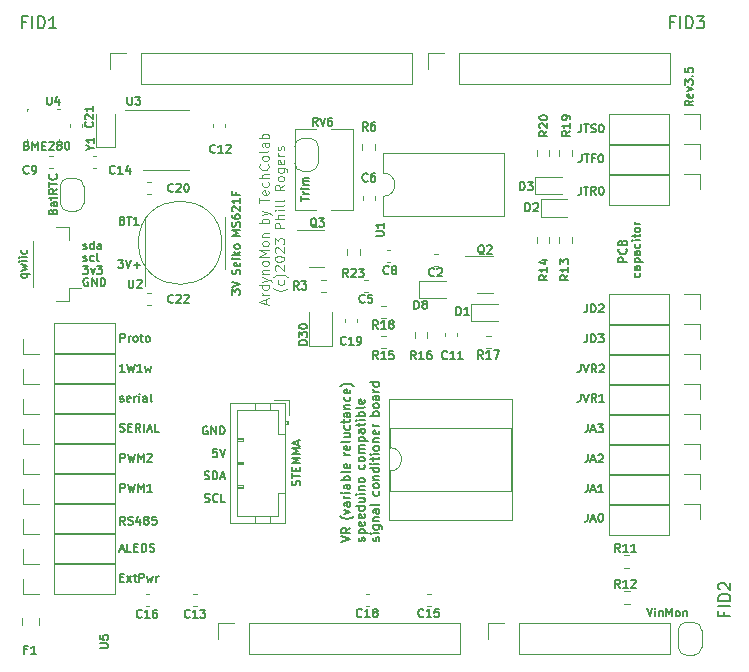
<source format=gbr>
%TF.GenerationSoftware,KiCad,Pcbnew,(7.0.0-0)*%
%TF.CreationDate,2023-06-27T20:57:55+01:00*%
%TF.ProjectId,ArdynoMon,41726479-6e6f-44d6-9f6e-2e6b69636164,Rev 3.5*%
%TF.SameCoordinates,Original*%
%TF.FileFunction,Legend,Top*%
%TF.FilePolarity,Positive*%
%FSLAX46Y46*%
G04 Gerber Fmt 4.6, Leading zero omitted, Abs format (unit mm)*
G04 Created by KiCad (PCBNEW (7.0.0-0)) date 2023-06-27 20:57:55*
%MOMM*%
%LPD*%
G01*
G04 APERTURE LIST*
%ADD10C,0.150000*%
%ADD11C,0.120000*%
%ADD12C,0.175000*%
%ADD13C,0.100000*%
G04 APERTURE END LIST*
D10*
X76245999Y-113479333D02*
X76345999Y-113512666D01*
X76345999Y-113512666D02*
X76512666Y-113512666D01*
X76512666Y-113512666D02*
X76579332Y-113479333D01*
X76579332Y-113479333D02*
X76612666Y-113446000D01*
X76612666Y-113446000D02*
X76645999Y-113379333D01*
X76645999Y-113379333D02*
X76645999Y-113312666D01*
X76645999Y-113312666D02*
X76612666Y-113246000D01*
X76612666Y-113246000D02*
X76579332Y-113212666D01*
X76579332Y-113212666D02*
X76512666Y-113179333D01*
X76512666Y-113179333D02*
X76379332Y-113146000D01*
X76379332Y-113146000D02*
X76312666Y-113112666D01*
X76312666Y-113112666D02*
X76279332Y-113079333D01*
X76279332Y-113079333D02*
X76245999Y-113012666D01*
X76245999Y-113012666D02*
X76245999Y-112946000D01*
X76245999Y-112946000D02*
X76279332Y-112879333D01*
X76279332Y-112879333D02*
X76312666Y-112846000D01*
X76312666Y-112846000D02*
X76379332Y-112812666D01*
X76379332Y-112812666D02*
X76545999Y-112812666D01*
X76545999Y-112812666D02*
X76645999Y-112846000D01*
X76945999Y-113512666D02*
X76945999Y-112812666D01*
X76945999Y-112812666D02*
X77112666Y-112812666D01*
X77112666Y-112812666D02*
X77212666Y-112846000D01*
X77212666Y-112846000D02*
X77279333Y-112912666D01*
X77279333Y-112912666D02*
X77312666Y-112979333D01*
X77312666Y-112979333D02*
X77345999Y-113112666D01*
X77345999Y-113112666D02*
X77345999Y-113212666D01*
X77345999Y-113212666D02*
X77312666Y-113346000D01*
X77312666Y-113346000D02*
X77279333Y-113412666D01*
X77279333Y-113412666D02*
X77212666Y-113479333D01*
X77212666Y-113479333D02*
X77112666Y-113512666D01*
X77112666Y-113512666D02*
X76945999Y-113512666D01*
X77612666Y-113312666D02*
X77945999Y-113312666D01*
X77545999Y-113512666D02*
X77779333Y-112812666D01*
X77779333Y-112812666D02*
X78012666Y-113512666D01*
D11*
X81459333Y-98643812D02*
X81459333Y-98262859D01*
X81687904Y-98720002D02*
X80887904Y-98453335D01*
X80887904Y-98453335D02*
X81687904Y-98186669D01*
X81687904Y-97920002D02*
X81154571Y-97920002D01*
X81306952Y-97920002D02*
X81230761Y-97881907D01*
X81230761Y-97881907D02*
X81192666Y-97843812D01*
X81192666Y-97843812D02*
X81154571Y-97767621D01*
X81154571Y-97767621D02*
X81154571Y-97691431D01*
X81687904Y-97081907D02*
X80887904Y-97081907D01*
X81649809Y-97081907D02*
X81687904Y-97158098D01*
X81687904Y-97158098D02*
X81687904Y-97310479D01*
X81687904Y-97310479D02*
X81649809Y-97386669D01*
X81649809Y-97386669D02*
X81611714Y-97424764D01*
X81611714Y-97424764D02*
X81535523Y-97462860D01*
X81535523Y-97462860D02*
X81306952Y-97462860D01*
X81306952Y-97462860D02*
X81230761Y-97424764D01*
X81230761Y-97424764D02*
X81192666Y-97386669D01*
X81192666Y-97386669D02*
X81154571Y-97310479D01*
X81154571Y-97310479D02*
X81154571Y-97158098D01*
X81154571Y-97158098D02*
X81192666Y-97081907D01*
X81154571Y-96777145D02*
X81687904Y-96586669D01*
X81154571Y-96396192D02*
X81687904Y-96586669D01*
X81687904Y-96586669D02*
X81878380Y-96662859D01*
X81878380Y-96662859D02*
X81916476Y-96700954D01*
X81916476Y-96700954D02*
X81954571Y-96777145D01*
X81154571Y-96091430D02*
X81687904Y-96091430D01*
X81230761Y-96091430D02*
X81192666Y-96053335D01*
X81192666Y-96053335D02*
X81154571Y-95977145D01*
X81154571Y-95977145D02*
X81154571Y-95862859D01*
X81154571Y-95862859D02*
X81192666Y-95786668D01*
X81192666Y-95786668D02*
X81268857Y-95748573D01*
X81268857Y-95748573D02*
X81687904Y-95748573D01*
X81687904Y-95253335D02*
X81649809Y-95329525D01*
X81649809Y-95329525D02*
X81611714Y-95367620D01*
X81611714Y-95367620D02*
X81535523Y-95405716D01*
X81535523Y-95405716D02*
X81306952Y-95405716D01*
X81306952Y-95405716D02*
X81230761Y-95367620D01*
X81230761Y-95367620D02*
X81192666Y-95329525D01*
X81192666Y-95329525D02*
X81154571Y-95253335D01*
X81154571Y-95253335D02*
X81154571Y-95139049D01*
X81154571Y-95139049D02*
X81192666Y-95062858D01*
X81192666Y-95062858D02*
X81230761Y-95024763D01*
X81230761Y-95024763D02*
X81306952Y-94986668D01*
X81306952Y-94986668D02*
X81535523Y-94986668D01*
X81535523Y-94986668D02*
X81611714Y-95024763D01*
X81611714Y-95024763D02*
X81649809Y-95062858D01*
X81649809Y-95062858D02*
X81687904Y-95139049D01*
X81687904Y-95139049D02*
X81687904Y-95253335D01*
X81687904Y-94643810D02*
X80887904Y-94643810D01*
X80887904Y-94643810D02*
X81459333Y-94377144D01*
X81459333Y-94377144D02*
X80887904Y-94110477D01*
X80887904Y-94110477D02*
X81687904Y-94110477D01*
X81687904Y-93615239D02*
X81649809Y-93691429D01*
X81649809Y-93691429D02*
X81611714Y-93729524D01*
X81611714Y-93729524D02*
X81535523Y-93767620D01*
X81535523Y-93767620D02*
X81306952Y-93767620D01*
X81306952Y-93767620D02*
X81230761Y-93729524D01*
X81230761Y-93729524D02*
X81192666Y-93691429D01*
X81192666Y-93691429D02*
X81154571Y-93615239D01*
X81154571Y-93615239D02*
X81154571Y-93500953D01*
X81154571Y-93500953D02*
X81192666Y-93424762D01*
X81192666Y-93424762D02*
X81230761Y-93386667D01*
X81230761Y-93386667D02*
X81306952Y-93348572D01*
X81306952Y-93348572D02*
X81535523Y-93348572D01*
X81535523Y-93348572D02*
X81611714Y-93386667D01*
X81611714Y-93386667D02*
X81649809Y-93424762D01*
X81649809Y-93424762D02*
X81687904Y-93500953D01*
X81687904Y-93500953D02*
X81687904Y-93615239D01*
X81154571Y-93005714D02*
X81687904Y-93005714D01*
X81230761Y-93005714D02*
X81192666Y-92967619D01*
X81192666Y-92967619D02*
X81154571Y-92891429D01*
X81154571Y-92891429D02*
X81154571Y-92777143D01*
X81154571Y-92777143D02*
X81192666Y-92700952D01*
X81192666Y-92700952D02*
X81268857Y-92662857D01*
X81268857Y-92662857D02*
X81687904Y-92662857D01*
X81687904Y-91801904D02*
X80887904Y-91801904D01*
X81192666Y-91801904D02*
X81154571Y-91725714D01*
X81154571Y-91725714D02*
X81154571Y-91573333D01*
X81154571Y-91573333D02*
X81192666Y-91497142D01*
X81192666Y-91497142D02*
X81230761Y-91459047D01*
X81230761Y-91459047D02*
X81306952Y-91420952D01*
X81306952Y-91420952D02*
X81535523Y-91420952D01*
X81535523Y-91420952D02*
X81611714Y-91459047D01*
X81611714Y-91459047D02*
X81649809Y-91497142D01*
X81649809Y-91497142D02*
X81687904Y-91573333D01*
X81687904Y-91573333D02*
X81687904Y-91725714D01*
X81687904Y-91725714D02*
X81649809Y-91801904D01*
X81154571Y-91154285D02*
X81687904Y-90963809D01*
X81154571Y-90773332D02*
X81687904Y-90963809D01*
X81687904Y-90963809D02*
X81878380Y-91039999D01*
X81878380Y-91039999D02*
X81916476Y-91078094D01*
X81916476Y-91078094D02*
X81954571Y-91154285D01*
X80887904Y-90102856D02*
X80887904Y-89645713D01*
X81687904Y-89874285D02*
X80887904Y-89874285D01*
X81649809Y-89074284D02*
X81687904Y-89150475D01*
X81687904Y-89150475D02*
X81687904Y-89302856D01*
X81687904Y-89302856D02*
X81649809Y-89379046D01*
X81649809Y-89379046D02*
X81573619Y-89417142D01*
X81573619Y-89417142D02*
X81268857Y-89417142D01*
X81268857Y-89417142D02*
X81192666Y-89379046D01*
X81192666Y-89379046D02*
X81154571Y-89302856D01*
X81154571Y-89302856D02*
X81154571Y-89150475D01*
X81154571Y-89150475D02*
X81192666Y-89074284D01*
X81192666Y-89074284D02*
X81268857Y-89036189D01*
X81268857Y-89036189D02*
X81345047Y-89036189D01*
X81345047Y-89036189D02*
X81421238Y-89417142D01*
X81649809Y-88350475D02*
X81687904Y-88426666D01*
X81687904Y-88426666D02*
X81687904Y-88579047D01*
X81687904Y-88579047D02*
X81649809Y-88655237D01*
X81649809Y-88655237D02*
X81611714Y-88693332D01*
X81611714Y-88693332D02*
X81535523Y-88731428D01*
X81535523Y-88731428D02*
X81306952Y-88731428D01*
X81306952Y-88731428D02*
X81230761Y-88693332D01*
X81230761Y-88693332D02*
X81192666Y-88655237D01*
X81192666Y-88655237D02*
X81154571Y-88579047D01*
X81154571Y-88579047D02*
X81154571Y-88426666D01*
X81154571Y-88426666D02*
X81192666Y-88350475D01*
X81687904Y-88007618D02*
X80887904Y-88007618D01*
X81687904Y-87664761D02*
X81268857Y-87664761D01*
X81268857Y-87664761D02*
X81192666Y-87702856D01*
X81192666Y-87702856D02*
X81154571Y-87779047D01*
X81154571Y-87779047D02*
X81154571Y-87893333D01*
X81154571Y-87893333D02*
X81192666Y-87969523D01*
X81192666Y-87969523D02*
X81230761Y-88007618D01*
X81611714Y-86826665D02*
X81649809Y-86864761D01*
X81649809Y-86864761D02*
X81687904Y-86979046D01*
X81687904Y-86979046D02*
X81687904Y-87055237D01*
X81687904Y-87055237D02*
X81649809Y-87169523D01*
X81649809Y-87169523D02*
X81573619Y-87245713D01*
X81573619Y-87245713D02*
X81497428Y-87283808D01*
X81497428Y-87283808D02*
X81345047Y-87321904D01*
X81345047Y-87321904D02*
X81230761Y-87321904D01*
X81230761Y-87321904D02*
X81078380Y-87283808D01*
X81078380Y-87283808D02*
X81002190Y-87245713D01*
X81002190Y-87245713D02*
X80926000Y-87169523D01*
X80926000Y-87169523D02*
X80887904Y-87055237D01*
X80887904Y-87055237D02*
X80887904Y-86979046D01*
X80887904Y-86979046D02*
X80926000Y-86864761D01*
X80926000Y-86864761D02*
X80964095Y-86826665D01*
X81687904Y-86369523D02*
X81649809Y-86445713D01*
X81649809Y-86445713D02*
X81611714Y-86483808D01*
X81611714Y-86483808D02*
X81535523Y-86521904D01*
X81535523Y-86521904D02*
X81306952Y-86521904D01*
X81306952Y-86521904D02*
X81230761Y-86483808D01*
X81230761Y-86483808D02*
X81192666Y-86445713D01*
X81192666Y-86445713D02*
X81154571Y-86369523D01*
X81154571Y-86369523D02*
X81154571Y-86255237D01*
X81154571Y-86255237D02*
X81192666Y-86179046D01*
X81192666Y-86179046D02*
X81230761Y-86140951D01*
X81230761Y-86140951D02*
X81306952Y-86102856D01*
X81306952Y-86102856D02*
X81535523Y-86102856D01*
X81535523Y-86102856D02*
X81611714Y-86140951D01*
X81611714Y-86140951D02*
X81649809Y-86179046D01*
X81649809Y-86179046D02*
X81687904Y-86255237D01*
X81687904Y-86255237D02*
X81687904Y-86369523D01*
X81687904Y-85645713D02*
X81649809Y-85721903D01*
X81649809Y-85721903D02*
X81573619Y-85759998D01*
X81573619Y-85759998D02*
X80887904Y-85759998D01*
X81687904Y-84998093D02*
X81268857Y-84998093D01*
X81268857Y-84998093D02*
X81192666Y-85036188D01*
X81192666Y-85036188D02*
X81154571Y-85112379D01*
X81154571Y-85112379D02*
X81154571Y-85264760D01*
X81154571Y-85264760D02*
X81192666Y-85340950D01*
X81649809Y-84998093D02*
X81687904Y-85074284D01*
X81687904Y-85074284D02*
X81687904Y-85264760D01*
X81687904Y-85264760D02*
X81649809Y-85340950D01*
X81649809Y-85340950D02*
X81573619Y-85379046D01*
X81573619Y-85379046D02*
X81497428Y-85379046D01*
X81497428Y-85379046D02*
X81421238Y-85340950D01*
X81421238Y-85340950D02*
X81383142Y-85264760D01*
X81383142Y-85264760D02*
X81383142Y-85074284D01*
X81383142Y-85074284D02*
X81345047Y-84998093D01*
X81687904Y-84617140D02*
X80887904Y-84617140D01*
X81192666Y-84617140D02*
X81154571Y-84540950D01*
X81154571Y-84540950D02*
X81154571Y-84388569D01*
X81154571Y-84388569D02*
X81192666Y-84312378D01*
X81192666Y-84312378D02*
X81230761Y-84274283D01*
X81230761Y-84274283D02*
X81306952Y-84236188D01*
X81306952Y-84236188D02*
X81535523Y-84236188D01*
X81535523Y-84236188D02*
X81611714Y-84274283D01*
X81611714Y-84274283D02*
X81649809Y-84312378D01*
X81649809Y-84312378D02*
X81687904Y-84388569D01*
X81687904Y-84388569D02*
X81687904Y-84540950D01*
X81687904Y-84540950D02*
X81649809Y-84617140D01*
X83288666Y-97310476D02*
X83250571Y-97348571D01*
X83250571Y-97348571D02*
X83136285Y-97424762D01*
X83136285Y-97424762D02*
X83060095Y-97462857D01*
X83060095Y-97462857D02*
X82945809Y-97500952D01*
X82945809Y-97500952D02*
X82755333Y-97539047D01*
X82755333Y-97539047D02*
X82602952Y-97539047D01*
X82602952Y-97539047D02*
X82412476Y-97500952D01*
X82412476Y-97500952D02*
X82298190Y-97462857D01*
X82298190Y-97462857D02*
X82222000Y-97424762D01*
X82222000Y-97424762D02*
X82107714Y-97348571D01*
X82107714Y-97348571D02*
X82069619Y-97310476D01*
X82945809Y-96662857D02*
X82983904Y-96739048D01*
X82983904Y-96739048D02*
X82983904Y-96891429D01*
X82983904Y-96891429D02*
X82945809Y-96967619D01*
X82945809Y-96967619D02*
X82907714Y-97005714D01*
X82907714Y-97005714D02*
X82831523Y-97043810D01*
X82831523Y-97043810D02*
X82602952Y-97043810D01*
X82602952Y-97043810D02*
X82526761Y-97005714D01*
X82526761Y-97005714D02*
X82488666Y-96967619D01*
X82488666Y-96967619D02*
X82450571Y-96891429D01*
X82450571Y-96891429D02*
X82450571Y-96739048D01*
X82450571Y-96739048D02*
X82488666Y-96662857D01*
X83288666Y-96396191D02*
X83250571Y-96358096D01*
X83250571Y-96358096D02*
X83136285Y-96281905D01*
X83136285Y-96281905D02*
X83060095Y-96243810D01*
X83060095Y-96243810D02*
X82945809Y-96205715D01*
X82945809Y-96205715D02*
X82755333Y-96167619D01*
X82755333Y-96167619D02*
X82602952Y-96167619D01*
X82602952Y-96167619D02*
X82412476Y-96205715D01*
X82412476Y-96205715D02*
X82298190Y-96243810D01*
X82298190Y-96243810D02*
X82222000Y-96281905D01*
X82222000Y-96281905D02*
X82107714Y-96358096D01*
X82107714Y-96358096D02*
X82069619Y-96396191D01*
X82260095Y-95824763D02*
X82222000Y-95786667D01*
X82222000Y-95786667D02*
X82183904Y-95710477D01*
X82183904Y-95710477D02*
X82183904Y-95520001D01*
X82183904Y-95520001D02*
X82222000Y-95443810D01*
X82222000Y-95443810D02*
X82260095Y-95405715D01*
X82260095Y-95405715D02*
X82336285Y-95367620D01*
X82336285Y-95367620D02*
X82412476Y-95367620D01*
X82412476Y-95367620D02*
X82526761Y-95405715D01*
X82526761Y-95405715D02*
X82983904Y-95862858D01*
X82983904Y-95862858D02*
X82983904Y-95367620D01*
X82183904Y-94872381D02*
X82183904Y-94796191D01*
X82183904Y-94796191D02*
X82222000Y-94720000D01*
X82222000Y-94720000D02*
X82260095Y-94681905D01*
X82260095Y-94681905D02*
X82336285Y-94643810D01*
X82336285Y-94643810D02*
X82488666Y-94605715D01*
X82488666Y-94605715D02*
X82679142Y-94605715D01*
X82679142Y-94605715D02*
X82831523Y-94643810D01*
X82831523Y-94643810D02*
X82907714Y-94681905D01*
X82907714Y-94681905D02*
X82945809Y-94720000D01*
X82945809Y-94720000D02*
X82983904Y-94796191D01*
X82983904Y-94796191D02*
X82983904Y-94872381D01*
X82983904Y-94872381D02*
X82945809Y-94948572D01*
X82945809Y-94948572D02*
X82907714Y-94986667D01*
X82907714Y-94986667D02*
X82831523Y-95024762D01*
X82831523Y-95024762D02*
X82679142Y-95062858D01*
X82679142Y-95062858D02*
X82488666Y-95062858D01*
X82488666Y-95062858D02*
X82336285Y-95024762D01*
X82336285Y-95024762D02*
X82260095Y-94986667D01*
X82260095Y-94986667D02*
X82222000Y-94948572D01*
X82222000Y-94948572D02*
X82183904Y-94872381D01*
X82260095Y-94300953D02*
X82222000Y-94262857D01*
X82222000Y-94262857D02*
X82183904Y-94186667D01*
X82183904Y-94186667D02*
X82183904Y-93996191D01*
X82183904Y-93996191D02*
X82222000Y-93920000D01*
X82222000Y-93920000D02*
X82260095Y-93881905D01*
X82260095Y-93881905D02*
X82336285Y-93843810D01*
X82336285Y-93843810D02*
X82412476Y-93843810D01*
X82412476Y-93843810D02*
X82526761Y-93881905D01*
X82526761Y-93881905D02*
X82983904Y-94339048D01*
X82983904Y-94339048D02*
X82983904Y-93843810D01*
X82183904Y-93577143D02*
X82183904Y-93081905D01*
X82183904Y-93081905D02*
X82488666Y-93348571D01*
X82488666Y-93348571D02*
X82488666Y-93234286D01*
X82488666Y-93234286D02*
X82526761Y-93158095D01*
X82526761Y-93158095D02*
X82564857Y-93120000D01*
X82564857Y-93120000D02*
X82641047Y-93081905D01*
X82641047Y-93081905D02*
X82831523Y-93081905D01*
X82831523Y-93081905D02*
X82907714Y-93120000D01*
X82907714Y-93120000D02*
X82945809Y-93158095D01*
X82945809Y-93158095D02*
X82983904Y-93234286D01*
X82983904Y-93234286D02*
X82983904Y-93462857D01*
X82983904Y-93462857D02*
X82945809Y-93539048D01*
X82945809Y-93539048D02*
X82907714Y-93577143D01*
X82983904Y-92259047D02*
X82183904Y-92259047D01*
X82183904Y-92259047D02*
X82183904Y-91954285D01*
X82183904Y-91954285D02*
X82222000Y-91878095D01*
X82222000Y-91878095D02*
X82260095Y-91840000D01*
X82260095Y-91840000D02*
X82336285Y-91801904D01*
X82336285Y-91801904D02*
X82450571Y-91801904D01*
X82450571Y-91801904D02*
X82526761Y-91840000D01*
X82526761Y-91840000D02*
X82564857Y-91878095D01*
X82564857Y-91878095D02*
X82602952Y-91954285D01*
X82602952Y-91954285D02*
X82602952Y-92259047D01*
X82983904Y-91459047D02*
X82183904Y-91459047D01*
X82983904Y-91116190D02*
X82564857Y-91116190D01*
X82564857Y-91116190D02*
X82488666Y-91154285D01*
X82488666Y-91154285D02*
X82450571Y-91230476D01*
X82450571Y-91230476D02*
X82450571Y-91344762D01*
X82450571Y-91344762D02*
X82488666Y-91420952D01*
X82488666Y-91420952D02*
X82526761Y-91459047D01*
X82983904Y-90735237D02*
X82450571Y-90735237D01*
X82183904Y-90735237D02*
X82222000Y-90773333D01*
X82222000Y-90773333D02*
X82260095Y-90735237D01*
X82260095Y-90735237D02*
X82222000Y-90697142D01*
X82222000Y-90697142D02*
X82183904Y-90735237D01*
X82183904Y-90735237D02*
X82260095Y-90735237D01*
X82983904Y-90240000D02*
X82945809Y-90316190D01*
X82945809Y-90316190D02*
X82869619Y-90354285D01*
X82869619Y-90354285D02*
X82183904Y-90354285D01*
X82983904Y-89820952D02*
X82945809Y-89897142D01*
X82945809Y-89897142D02*
X82869619Y-89935237D01*
X82869619Y-89935237D02*
X82183904Y-89935237D01*
X82983904Y-88579046D02*
X82602952Y-88845713D01*
X82983904Y-89036189D02*
X82183904Y-89036189D01*
X82183904Y-89036189D02*
X82183904Y-88731427D01*
X82183904Y-88731427D02*
X82222000Y-88655237D01*
X82222000Y-88655237D02*
X82260095Y-88617142D01*
X82260095Y-88617142D02*
X82336285Y-88579046D01*
X82336285Y-88579046D02*
X82450571Y-88579046D01*
X82450571Y-88579046D02*
X82526761Y-88617142D01*
X82526761Y-88617142D02*
X82564857Y-88655237D01*
X82564857Y-88655237D02*
X82602952Y-88731427D01*
X82602952Y-88731427D02*
X82602952Y-89036189D01*
X82983904Y-88121904D02*
X82945809Y-88198094D01*
X82945809Y-88198094D02*
X82907714Y-88236189D01*
X82907714Y-88236189D02*
X82831523Y-88274285D01*
X82831523Y-88274285D02*
X82602952Y-88274285D01*
X82602952Y-88274285D02*
X82526761Y-88236189D01*
X82526761Y-88236189D02*
X82488666Y-88198094D01*
X82488666Y-88198094D02*
X82450571Y-88121904D01*
X82450571Y-88121904D02*
X82450571Y-88007618D01*
X82450571Y-88007618D02*
X82488666Y-87931427D01*
X82488666Y-87931427D02*
X82526761Y-87893332D01*
X82526761Y-87893332D02*
X82602952Y-87855237D01*
X82602952Y-87855237D02*
X82831523Y-87855237D01*
X82831523Y-87855237D02*
X82907714Y-87893332D01*
X82907714Y-87893332D02*
X82945809Y-87931427D01*
X82945809Y-87931427D02*
X82983904Y-88007618D01*
X82983904Y-88007618D02*
X82983904Y-88121904D01*
X82450571Y-87169522D02*
X83098190Y-87169522D01*
X83098190Y-87169522D02*
X83174380Y-87207617D01*
X83174380Y-87207617D02*
X83212476Y-87245713D01*
X83212476Y-87245713D02*
X83250571Y-87321903D01*
X83250571Y-87321903D02*
X83250571Y-87436189D01*
X83250571Y-87436189D02*
X83212476Y-87512379D01*
X82945809Y-87169522D02*
X82983904Y-87245713D01*
X82983904Y-87245713D02*
X82983904Y-87398094D01*
X82983904Y-87398094D02*
X82945809Y-87474284D01*
X82945809Y-87474284D02*
X82907714Y-87512379D01*
X82907714Y-87512379D02*
X82831523Y-87550475D01*
X82831523Y-87550475D02*
X82602952Y-87550475D01*
X82602952Y-87550475D02*
X82526761Y-87512379D01*
X82526761Y-87512379D02*
X82488666Y-87474284D01*
X82488666Y-87474284D02*
X82450571Y-87398094D01*
X82450571Y-87398094D02*
X82450571Y-87245713D01*
X82450571Y-87245713D02*
X82488666Y-87169522D01*
X82945809Y-86483807D02*
X82983904Y-86559998D01*
X82983904Y-86559998D02*
X82983904Y-86712379D01*
X82983904Y-86712379D02*
X82945809Y-86788569D01*
X82945809Y-86788569D02*
X82869619Y-86826665D01*
X82869619Y-86826665D02*
X82564857Y-86826665D01*
X82564857Y-86826665D02*
X82488666Y-86788569D01*
X82488666Y-86788569D02*
X82450571Y-86712379D01*
X82450571Y-86712379D02*
X82450571Y-86559998D01*
X82450571Y-86559998D02*
X82488666Y-86483807D01*
X82488666Y-86483807D02*
X82564857Y-86445712D01*
X82564857Y-86445712D02*
X82641047Y-86445712D01*
X82641047Y-86445712D02*
X82717238Y-86826665D01*
X82983904Y-86102855D02*
X82450571Y-86102855D01*
X82602952Y-86102855D02*
X82526761Y-86064760D01*
X82526761Y-86064760D02*
X82488666Y-86026665D01*
X82488666Y-86026665D02*
X82450571Y-85950474D01*
X82450571Y-85950474D02*
X82450571Y-85874284D01*
X82945809Y-85645713D02*
X82983904Y-85569522D01*
X82983904Y-85569522D02*
X82983904Y-85417141D01*
X82983904Y-85417141D02*
X82945809Y-85340951D01*
X82945809Y-85340951D02*
X82869619Y-85302855D01*
X82869619Y-85302855D02*
X82831523Y-85302855D01*
X82831523Y-85302855D02*
X82755333Y-85340951D01*
X82755333Y-85340951D02*
X82717238Y-85417141D01*
X82717238Y-85417141D02*
X82717238Y-85531427D01*
X82717238Y-85531427D02*
X82679142Y-85607617D01*
X82679142Y-85607617D02*
X82602952Y-85645713D01*
X82602952Y-85645713D02*
X82564857Y-85645713D01*
X82564857Y-85645713D02*
X82488666Y-85607617D01*
X82488666Y-85607617D02*
X82450571Y-85531427D01*
X82450571Y-85531427D02*
X82450571Y-85417141D01*
X82450571Y-85417141D02*
X82488666Y-85340951D01*
D12*
X68934000Y-94905666D02*
X69367333Y-94905666D01*
X69367333Y-94905666D02*
X69134000Y-95172333D01*
X69134000Y-95172333D02*
X69234000Y-95172333D01*
X69234000Y-95172333D02*
X69300666Y-95205666D01*
X69300666Y-95205666D02*
X69334000Y-95239000D01*
X69334000Y-95239000D02*
X69367333Y-95305666D01*
X69367333Y-95305666D02*
X69367333Y-95472333D01*
X69367333Y-95472333D02*
X69334000Y-95539000D01*
X69334000Y-95539000D02*
X69300666Y-95572333D01*
X69300666Y-95572333D02*
X69234000Y-95605666D01*
X69234000Y-95605666D02*
X69034000Y-95605666D01*
X69034000Y-95605666D02*
X68967333Y-95572333D01*
X68967333Y-95572333D02*
X68934000Y-95539000D01*
X69567333Y-94905666D02*
X69800667Y-95605666D01*
X69800667Y-95605666D02*
X70034000Y-94905666D01*
X70267333Y-95339000D02*
X70800667Y-95339000D01*
X70534000Y-95605666D02*
X70534000Y-95072333D01*
D10*
X117605166Y-81447333D02*
X117271833Y-81680666D01*
X117605166Y-81847333D02*
X116905166Y-81847333D01*
X116905166Y-81847333D02*
X116905166Y-81580666D01*
X116905166Y-81580666D02*
X116938500Y-81514000D01*
X116938500Y-81514000D02*
X116971833Y-81480666D01*
X116971833Y-81480666D02*
X117038500Y-81447333D01*
X117038500Y-81447333D02*
X117138500Y-81447333D01*
X117138500Y-81447333D02*
X117205166Y-81480666D01*
X117205166Y-81480666D02*
X117238500Y-81514000D01*
X117238500Y-81514000D02*
X117271833Y-81580666D01*
X117271833Y-81580666D02*
X117271833Y-81847333D01*
X117571833Y-80880666D02*
X117605166Y-80947333D01*
X117605166Y-80947333D02*
X117605166Y-81080666D01*
X117605166Y-81080666D02*
X117571833Y-81147333D01*
X117571833Y-81147333D02*
X117505166Y-81180666D01*
X117505166Y-81180666D02*
X117238500Y-81180666D01*
X117238500Y-81180666D02*
X117171833Y-81147333D01*
X117171833Y-81147333D02*
X117138500Y-81080666D01*
X117138500Y-81080666D02*
X117138500Y-80947333D01*
X117138500Y-80947333D02*
X117171833Y-80880666D01*
X117171833Y-80880666D02*
X117238500Y-80847333D01*
X117238500Y-80847333D02*
X117305166Y-80847333D01*
X117305166Y-80847333D02*
X117371833Y-81180666D01*
X117138500Y-80614000D02*
X117605166Y-80447333D01*
X117605166Y-80447333D02*
X117138500Y-80280666D01*
X116905166Y-80080667D02*
X116905166Y-79647333D01*
X116905166Y-79647333D02*
X117171833Y-79880667D01*
X117171833Y-79880667D02*
X117171833Y-79780667D01*
X117171833Y-79780667D02*
X117205166Y-79714000D01*
X117205166Y-79714000D02*
X117238500Y-79680667D01*
X117238500Y-79680667D02*
X117305166Y-79647333D01*
X117305166Y-79647333D02*
X117471833Y-79647333D01*
X117471833Y-79647333D02*
X117538500Y-79680667D01*
X117538500Y-79680667D02*
X117571833Y-79714000D01*
X117571833Y-79714000D02*
X117605166Y-79780667D01*
X117605166Y-79780667D02*
X117605166Y-79980667D01*
X117605166Y-79980667D02*
X117571833Y-80047333D01*
X117571833Y-80047333D02*
X117538500Y-80080667D01*
X117538500Y-79347333D02*
X117571833Y-79314000D01*
X117571833Y-79314000D02*
X117605166Y-79347333D01*
X117605166Y-79347333D02*
X117571833Y-79380666D01*
X117571833Y-79380666D02*
X117538500Y-79347333D01*
X117538500Y-79347333D02*
X117605166Y-79347333D01*
X116905166Y-78680667D02*
X116905166Y-79014000D01*
X116905166Y-79014000D02*
X117238500Y-79047333D01*
X117238500Y-79047333D02*
X117205166Y-79014000D01*
X117205166Y-79014000D02*
X117171833Y-78947333D01*
X117171833Y-78947333D02*
X117171833Y-78780667D01*
X117171833Y-78780667D02*
X117205166Y-78714000D01*
X117205166Y-78714000D02*
X117238500Y-78680667D01*
X117238500Y-78680667D02*
X117305166Y-78647333D01*
X117305166Y-78647333D02*
X117471833Y-78647333D01*
X117471833Y-78647333D02*
X117538500Y-78680667D01*
X117538500Y-78680667D02*
X117571833Y-78714000D01*
X117571833Y-78714000D02*
X117605166Y-78780667D01*
X117605166Y-78780667D02*
X117605166Y-78947333D01*
X117605166Y-78947333D02*
X117571833Y-79014000D01*
X117571833Y-79014000D02*
X117538500Y-79047333D01*
X77312666Y-110907666D02*
X76979332Y-110907666D01*
X76979332Y-110907666D02*
X76945999Y-111241000D01*
X76945999Y-111241000D02*
X76979332Y-111207666D01*
X76979332Y-111207666D02*
X77045999Y-111174333D01*
X77045999Y-111174333D02*
X77212666Y-111174333D01*
X77212666Y-111174333D02*
X77279332Y-111207666D01*
X77279332Y-111207666D02*
X77312666Y-111241000D01*
X77312666Y-111241000D02*
X77345999Y-111307666D01*
X77345999Y-111307666D02*
X77345999Y-111474333D01*
X77345999Y-111474333D02*
X77312666Y-111541000D01*
X77312666Y-111541000D02*
X77279332Y-111574333D01*
X77279332Y-111574333D02*
X77212666Y-111607666D01*
X77212666Y-111607666D02*
X77045999Y-111607666D01*
X77045999Y-111607666D02*
X76979332Y-111574333D01*
X76979332Y-111574333D02*
X76945999Y-111541000D01*
X77545999Y-110907666D02*
X77779333Y-111607666D01*
X77779333Y-111607666D02*
X78012666Y-110907666D01*
X66376600Y-96466100D02*
X66309933Y-96432766D01*
X66309933Y-96432766D02*
X66209933Y-96432766D01*
X66209933Y-96432766D02*
X66109933Y-96466100D01*
X66109933Y-96466100D02*
X66043267Y-96532766D01*
X66043267Y-96532766D02*
X66009933Y-96599433D01*
X66009933Y-96599433D02*
X65976600Y-96732766D01*
X65976600Y-96732766D02*
X65976600Y-96832766D01*
X65976600Y-96832766D02*
X66009933Y-96966100D01*
X66009933Y-96966100D02*
X66043267Y-97032766D01*
X66043267Y-97032766D02*
X66109933Y-97099433D01*
X66109933Y-97099433D02*
X66209933Y-97132766D01*
X66209933Y-97132766D02*
X66276600Y-97132766D01*
X66276600Y-97132766D02*
X66376600Y-97099433D01*
X66376600Y-97099433D02*
X66409933Y-97066100D01*
X66409933Y-97066100D02*
X66409933Y-96832766D01*
X66409933Y-96832766D02*
X66276600Y-96832766D01*
X66709933Y-97132766D02*
X66709933Y-96432766D01*
X66709933Y-96432766D02*
X67109933Y-97132766D01*
X67109933Y-97132766D02*
X67109933Y-96432766D01*
X67443266Y-97132766D02*
X67443266Y-96432766D01*
X67443266Y-96432766D02*
X67609933Y-96432766D01*
X67609933Y-96432766D02*
X67709933Y-96466100D01*
X67709933Y-96466100D02*
X67776600Y-96532766D01*
X67776600Y-96532766D02*
X67809933Y-96599433D01*
X67809933Y-96599433D02*
X67843266Y-96732766D01*
X67843266Y-96732766D02*
X67843266Y-96832766D01*
X67843266Y-96832766D02*
X67809933Y-96966100D01*
X67809933Y-96966100D02*
X67776600Y-97032766D01*
X67776600Y-97032766D02*
X67709933Y-97099433D01*
X67709933Y-97099433D02*
X67609933Y-97132766D01*
X67609933Y-97132766D02*
X67443266Y-97132766D01*
X87842785Y-118800571D02*
X88592785Y-118550571D01*
X88592785Y-118550571D02*
X87842785Y-118300571D01*
X88592785Y-117622000D02*
X88235642Y-117872000D01*
X88592785Y-118050571D02*
X87842785Y-118050571D01*
X87842785Y-118050571D02*
X87842785Y-117764857D01*
X87842785Y-117764857D02*
X87878500Y-117693428D01*
X87878500Y-117693428D02*
X87914214Y-117657714D01*
X87914214Y-117657714D02*
X87985642Y-117622000D01*
X87985642Y-117622000D02*
X88092785Y-117622000D01*
X88092785Y-117622000D02*
X88164214Y-117657714D01*
X88164214Y-117657714D02*
X88199928Y-117693428D01*
X88199928Y-117693428D02*
X88235642Y-117764857D01*
X88235642Y-117764857D02*
X88235642Y-118050571D01*
X88878500Y-116636285D02*
X88842785Y-116672000D01*
X88842785Y-116672000D02*
X88735642Y-116743428D01*
X88735642Y-116743428D02*
X88664214Y-116779143D01*
X88664214Y-116779143D02*
X88557071Y-116814857D01*
X88557071Y-116814857D02*
X88378500Y-116850571D01*
X88378500Y-116850571D02*
X88235642Y-116850571D01*
X88235642Y-116850571D02*
X88057071Y-116814857D01*
X88057071Y-116814857D02*
X87949928Y-116779143D01*
X87949928Y-116779143D02*
X87878500Y-116743428D01*
X87878500Y-116743428D02*
X87771357Y-116672000D01*
X87771357Y-116672000D02*
X87735642Y-116636285D01*
X88092785Y-116422000D02*
X88592785Y-116243428D01*
X88592785Y-116243428D02*
X88092785Y-116064857D01*
X88592785Y-115457714D02*
X88199928Y-115457714D01*
X88199928Y-115457714D02*
X88128500Y-115493428D01*
X88128500Y-115493428D02*
X88092785Y-115564856D01*
X88092785Y-115564856D02*
X88092785Y-115707714D01*
X88092785Y-115707714D02*
X88128500Y-115779142D01*
X88557071Y-115457714D02*
X88592785Y-115529142D01*
X88592785Y-115529142D02*
X88592785Y-115707714D01*
X88592785Y-115707714D02*
X88557071Y-115779142D01*
X88557071Y-115779142D02*
X88485642Y-115814856D01*
X88485642Y-115814856D02*
X88414214Y-115814856D01*
X88414214Y-115814856D02*
X88342785Y-115779142D01*
X88342785Y-115779142D02*
X88307071Y-115707714D01*
X88307071Y-115707714D02*
X88307071Y-115529142D01*
X88307071Y-115529142D02*
X88271357Y-115457714D01*
X88592785Y-115100571D02*
X88092785Y-115100571D01*
X88235642Y-115100571D02*
X88164214Y-115064857D01*
X88164214Y-115064857D02*
X88128500Y-115029143D01*
X88128500Y-115029143D02*
X88092785Y-114957714D01*
X88092785Y-114957714D02*
X88092785Y-114886285D01*
X88592785Y-114636285D02*
X88092785Y-114636285D01*
X87842785Y-114636285D02*
X87878500Y-114671999D01*
X87878500Y-114671999D02*
X87914214Y-114636285D01*
X87914214Y-114636285D02*
X87878500Y-114600571D01*
X87878500Y-114600571D02*
X87842785Y-114636285D01*
X87842785Y-114636285D02*
X87914214Y-114636285D01*
X88592785Y-113957714D02*
X88199928Y-113957714D01*
X88199928Y-113957714D02*
X88128500Y-113993428D01*
X88128500Y-113993428D02*
X88092785Y-114064856D01*
X88092785Y-114064856D02*
X88092785Y-114207714D01*
X88092785Y-114207714D02*
X88128500Y-114279142D01*
X88557071Y-113957714D02*
X88592785Y-114029142D01*
X88592785Y-114029142D02*
X88592785Y-114207714D01*
X88592785Y-114207714D02*
X88557071Y-114279142D01*
X88557071Y-114279142D02*
X88485642Y-114314856D01*
X88485642Y-114314856D02*
X88414214Y-114314856D01*
X88414214Y-114314856D02*
X88342785Y-114279142D01*
X88342785Y-114279142D02*
X88307071Y-114207714D01*
X88307071Y-114207714D02*
X88307071Y-114029142D01*
X88307071Y-114029142D02*
X88271357Y-113957714D01*
X88592785Y-113600571D02*
X87842785Y-113600571D01*
X88128500Y-113600571D02*
X88092785Y-113529143D01*
X88092785Y-113529143D02*
X88092785Y-113386285D01*
X88092785Y-113386285D02*
X88128500Y-113314857D01*
X88128500Y-113314857D02*
X88164214Y-113279143D01*
X88164214Y-113279143D02*
X88235642Y-113243428D01*
X88235642Y-113243428D02*
X88449928Y-113243428D01*
X88449928Y-113243428D02*
X88521357Y-113279143D01*
X88521357Y-113279143D02*
X88557071Y-113314857D01*
X88557071Y-113314857D02*
X88592785Y-113386285D01*
X88592785Y-113386285D02*
X88592785Y-113529143D01*
X88592785Y-113529143D02*
X88557071Y-113600571D01*
X88592785Y-112814857D02*
X88557071Y-112886286D01*
X88557071Y-112886286D02*
X88485642Y-112922000D01*
X88485642Y-112922000D02*
X87842785Y-112922000D01*
X88557071Y-112243429D02*
X88592785Y-112314857D01*
X88592785Y-112314857D02*
X88592785Y-112457715D01*
X88592785Y-112457715D02*
X88557071Y-112529143D01*
X88557071Y-112529143D02*
X88485642Y-112564857D01*
X88485642Y-112564857D02*
X88199928Y-112564857D01*
X88199928Y-112564857D02*
X88128500Y-112529143D01*
X88128500Y-112529143D02*
X88092785Y-112457715D01*
X88092785Y-112457715D02*
X88092785Y-112314857D01*
X88092785Y-112314857D02*
X88128500Y-112243429D01*
X88128500Y-112243429D02*
X88199928Y-112207715D01*
X88199928Y-112207715D02*
X88271357Y-112207715D01*
X88271357Y-112207715D02*
X88342785Y-112564857D01*
X88592785Y-111436286D02*
X88092785Y-111436286D01*
X88235642Y-111436286D02*
X88164214Y-111400572D01*
X88164214Y-111400572D02*
X88128500Y-111364858D01*
X88128500Y-111364858D02*
X88092785Y-111293429D01*
X88092785Y-111293429D02*
X88092785Y-111222000D01*
X88557071Y-110686286D02*
X88592785Y-110757714D01*
X88592785Y-110757714D02*
X88592785Y-110900572D01*
X88592785Y-110900572D02*
X88557071Y-110972000D01*
X88557071Y-110972000D02*
X88485642Y-111007714D01*
X88485642Y-111007714D02*
X88199928Y-111007714D01*
X88199928Y-111007714D02*
X88128500Y-110972000D01*
X88128500Y-110972000D02*
X88092785Y-110900572D01*
X88092785Y-110900572D02*
X88092785Y-110757714D01*
X88092785Y-110757714D02*
X88128500Y-110686286D01*
X88128500Y-110686286D02*
X88199928Y-110650572D01*
X88199928Y-110650572D02*
X88271357Y-110650572D01*
X88271357Y-110650572D02*
X88342785Y-111007714D01*
X88592785Y-110222000D02*
X88557071Y-110293429D01*
X88557071Y-110293429D02*
X88485642Y-110329143D01*
X88485642Y-110329143D02*
X87842785Y-110329143D01*
X88092785Y-109614858D02*
X88592785Y-109614858D01*
X88092785Y-109936286D02*
X88485642Y-109936286D01*
X88485642Y-109936286D02*
X88557071Y-109900572D01*
X88557071Y-109900572D02*
X88592785Y-109829143D01*
X88592785Y-109829143D02*
X88592785Y-109722000D01*
X88592785Y-109722000D02*
X88557071Y-109650572D01*
X88557071Y-109650572D02*
X88521357Y-109614858D01*
X88557071Y-108936287D02*
X88592785Y-109007715D01*
X88592785Y-109007715D02*
X88592785Y-109150572D01*
X88592785Y-109150572D02*
X88557071Y-109222001D01*
X88557071Y-109222001D02*
X88521357Y-109257715D01*
X88521357Y-109257715D02*
X88449928Y-109293429D01*
X88449928Y-109293429D02*
X88235642Y-109293429D01*
X88235642Y-109293429D02*
X88164214Y-109257715D01*
X88164214Y-109257715D02*
X88128500Y-109222001D01*
X88128500Y-109222001D02*
X88092785Y-109150572D01*
X88092785Y-109150572D02*
X88092785Y-109007715D01*
X88092785Y-109007715D02*
X88128500Y-108936287D01*
X88092785Y-108722001D02*
X88092785Y-108436287D01*
X87842785Y-108614858D02*
X88485642Y-108614858D01*
X88485642Y-108614858D02*
X88557071Y-108579144D01*
X88557071Y-108579144D02*
X88592785Y-108507715D01*
X88592785Y-108507715D02*
X88592785Y-108436287D01*
X88592785Y-107864859D02*
X88199928Y-107864859D01*
X88199928Y-107864859D02*
X88128500Y-107900573D01*
X88128500Y-107900573D02*
X88092785Y-107972001D01*
X88092785Y-107972001D02*
X88092785Y-108114859D01*
X88092785Y-108114859D02*
X88128500Y-108186287D01*
X88557071Y-107864859D02*
X88592785Y-107936287D01*
X88592785Y-107936287D02*
X88592785Y-108114859D01*
X88592785Y-108114859D02*
X88557071Y-108186287D01*
X88557071Y-108186287D02*
X88485642Y-108222001D01*
X88485642Y-108222001D02*
X88414214Y-108222001D01*
X88414214Y-108222001D02*
X88342785Y-108186287D01*
X88342785Y-108186287D02*
X88307071Y-108114859D01*
X88307071Y-108114859D02*
X88307071Y-107936287D01*
X88307071Y-107936287D02*
X88271357Y-107864859D01*
X88092785Y-107507716D02*
X88592785Y-107507716D01*
X88164214Y-107507716D02*
X88128500Y-107472002D01*
X88128500Y-107472002D02*
X88092785Y-107400573D01*
X88092785Y-107400573D02*
X88092785Y-107293430D01*
X88092785Y-107293430D02*
X88128500Y-107222002D01*
X88128500Y-107222002D02*
X88199928Y-107186288D01*
X88199928Y-107186288D02*
X88592785Y-107186288D01*
X88557071Y-106507717D02*
X88592785Y-106579145D01*
X88592785Y-106579145D02*
X88592785Y-106722002D01*
X88592785Y-106722002D02*
X88557071Y-106793431D01*
X88557071Y-106793431D02*
X88521357Y-106829145D01*
X88521357Y-106829145D02*
X88449928Y-106864859D01*
X88449928Y-106864859D02*
X88235642Y-106864859D01*
X88235642Y-106864859D02*
X88164214Y-106829145D01*
X88164214Y-106829145D02*
X88128500Y-106793431D01*
X88128500Y-106793431D02*
X88092785Y-106722002D01*
X88092785Y-106722002D02*
X88092785Y-106579145D01*
X88092785Y-106579145D02*
X88128500Y-106507717D01*
X88557071Y-105900574D02*
X88592785Y-105972002D01*
X88592785Y-105972002D02*
X88592785Y-106114860D01*
X88592785Y-106114860D02*
X88557071Y-106186288D01*
X88557071Y-106186288D02*
X88485642Y-106222002D01*
X88485642Y-106222002D02*
X88199928Y-106222002D01*
X88199928Y-106222002D02*
X88128500Y-106186288D01*
X88128500Y-106186288D02*
X88092785Y-106114860D01*
X88092785Y-106114860D02*
X88092785Y-105972002D01*
X88092785Y-105972002D02*
X88128500Y-105900574D01*
X88128500Y-105900574D02*
X88199928Y-105864860D01*
X88199928Y-105864860D02*
X88271357Y-105864860D01*
X88271357Y-105864860D02*
X88342785Y-106222002D01*
X88878500Y-105614860D02*
X88842785Y-105579145D01*
X88842785Y-105579145D02*
X88735642Y-105507717D01*
X88735642Y-105507717D02*
X88664214Y-105472003D01*
X88664214Y-105472003D02*
X88557071Y-105436288D01*
X88557071Y-105436288D02*
X88378500Y-105400574D01*
X88378500Y-105400574D02*
X88235642Y-105400574D01*
X88235642Y-105400574D02*
X88057071Y-105436288D01*
X88057071Y-105436288D02*
X87949928Y-105472003D01*
X87949928Y-105472003D02*
X87878500Y-105507717D01*
X87878500Y-105507717D02*
X87771357Y-105579145D01*
X87771357Y-105579145D02*
X87735642Y-105614860D01*
X89772071Y-118729142D02*
X89807785Y-118657714D01*
X89807785Y-118657714D02*
X89807785Y-118514857D01*
X89807785Y-118514857D02*
X89772071Y-118443428D01*
X89772071Y-118443428D02*
X89700642Y-118407714D01*
X89700642Y-118407714D02*
X89664928Y-118407714D01*
X89664928Y-118407714D02*
X89593500Y-118443428D01*
X89593500Y-118443428D02*
X89557785Y-118514857D01*
X89557785Y-118514857D02*
X89557785Y-118622000D01*
X89557785Y-118622000D02*
X89522071Y-118693428D01*
X89522071Y-118693428D02*
X89450642Y-118729142D01*
X89450642Y-118729142D02*
X89414928Y-118729142D01*
X89414928Y-118729142D02*
X89343500Y-118693428D01*
X89343500Y-118693428D02*
X89307785Y-118622000D01*
X89307785Y-118622000D02*
X89307785Y-118514857D01*
X89307785Y-118514857D02*
X89343500Y-118443428D01*
X89307785Y-118086285D02*
X90057785Y-118086285D01*
X89343500Y-118086285D02*
X89307785Y-118014857D01*
X89307785Y-118014857D02*
X89307785Y-117871999D01*
X89307785Y-117871999D02*
X89343500Y-117800571D01*
X89343500Y-117800571D02*
X89379214Y-117764857D01*
X89379214Y-117764857D02*
X89450642Y-117729142D01*
X89450642Y-117729142D02*
X89664928Y-117729142D01*
X89664928Y-117729142D02*
X89736357Y-117764857D01*
X89736357Y-117764857D02*
X89772071Y-117800571D01*
X89772071Y-117800571D02*
X89807785Y-117871999D01*
X89807785Y-117871999D02*
X89807785Y-118014857D01*
X89807785Y-118014857D02*
X89772071Y-118086285D01*
X89772071Y-117122000D02*
X89807785Y-117193428D01*
X89807785Y-117193428D02*
X89807785Y-117336286D01*
X89807785Y-117336286D02*
X89772071Y-117407714D01*
X89772071Y-117407714D02*
X89700642Y-117443428D01*
X89700642Y-117443428D02*
X89414928Y-117443428D01*
X89414928Y-117443428D02*
X89343500Y-117407714D01*
X89343500Y-117407714D02*
X89307785Y-117336286D01*
X89307785Y-117336286D02*
X89307785Y-117193428D01*
X89307785Y-117193428D02*
X89343500Y-117122000D01*
X89343500Y-117122000D02*
X89414928Y-117086286D01*
X89414928Y-117086286D02*
X89486357Y-117086286D01*
X89486357Y-117086286D02*
X89557785Y-117443428D01*
X89772071Y-116479143D02*
X89807785Y-116550571D01*
X89807785Y-116550571D02*
X89807785Y-116693429D01*
X89807785Y-116693429D02*
X89772071Y-116764857D01*
X89772071Y-116764857D02*
X89700642Y-116800571D01*
X89700642Y-116800571D02*
X89414928Y-116800571D01*
X89414928Y-116800571D02*
X89343500Y-116764857D01*
X89343500Y-116764857D02*
X89307785Y-116693429D01*
X89307785Y-116693429D02*
X89307785Y-116550571D01*
X89307785Y-116550571D02*
X89343500Y-116479143D01*
X89343500Y-116479143D02*
X89414928Y-116443429D01*
X89414928Y-116443429D02*
X89486357Y-116443429D01*
X89486357Y-116443429D02*
X89557785Y-116800571D01*
X89807785Y-115800572D02*
X89057785Y-115800572D01*
X89772071Y-115800572D02*
X89807785Y-115872000D01*
X89807785Y-115872000D02*
X89807785Y-116014857D01*
X89807785Y-116014857D02*
X89772071Y-116086286D01*
X89772071Y-116086286D02*
X89736357Y-116122000D01*
X89736357Y-116122000D02*
X89664928Y-116157714D01*
X89664928Y-116157714D02*
X89450642Y-116157714D01*
X89450642Y-116157714D02*
X89379214Y-116122000D01*
X89379214Y-116122000D02*
X89343500Y-116086286D01*
X89343500Y-116086286D02*
X89307785Y-116014857D01*
X89307785Y-116014857D02*
X89307785Y-115872000D01*
X89307785Y-115872000D02*
X89343500Y-115800572D01*
X89307785Y-115122001D02*
X89807785Y-115122001D01*
X89307785Y-115443429D02*
X89700642Y-115443429D01*
X89700642Y-115443429D02*
X89772071Y-115407715D01*
X89772071Y-115407715D02*
X89807785Y-115336286D01*
X89807785Y-115336286D02*
X89807785Y-115229143D01*
X89807785Y-115229143D02*
X89772071Y-115157715D01*
X89772071Y-115157715D02*
X89736357Y-115122001D01*
X89807785Y-114764858D02*
X89307785Y-114764858D01*
X89057785Y-114764858D02*
X89093500Y-114800572D01*
X89093500Y-114800572D02*
X89129214Y-114764858D01*
X89129214Y-114764858D02*
X89093500Y-114729144D01*
X89093500Y-114729144D02*
X89057785Y-114764858D01*
X89057785Y-114764858D02*
X89129214Y-114764858D01*
X89307785Y-114407715D02*
X89807785Y-114407715D01*
X89379214Y-114407715D02*
X89343500Y-114372001D01*
X89343500Y-114372001D02*
X89307785Y-114300572D01*
X89307785Y-114300572D02*
X89307785Y-114193429D01*
X89307785Y-114193429D02*
X89343500Y-114122001D01*
X89343500Y-114122001D02*
X89414928Y-114086287D01*
X89414928Y-114086287D02*
X89807785Y-114086287D01*
X89807785Y-113622001D02*
X89772071Y-113693430D01*
X89772071Y-113693430D02*
X89736357Y-113729144D01*
X89736357Y-113729144D02*
X89664928Y-113764858D01*
X89664928Y-113764858D02*
X89450642Y-113764858D01*
X89450642Y-113764858D02*
X89379214Y-113729144D01*
X89379214Y-113729144D02*
X89343500Y-113693430D01*
X89343500Y-113693430D02*
X89307785Y-113622001D01*
X89307785Y-113622001D02*
X89307785Y-113514858D01*
X89307785Y-113514858D02*
X89343500Y-113443430D01*
X89343500Y-113443430D02*
X89379214Y-113407716D01*
X89379214Y-113407716D02*
X89450642Y-113372001D01*
X89450642Y-113372001D02*
X89664928Y-113372001D01*
X89664928Y-113372001D02*
X89736357Y-113407716D01*
X89736357Y-113407716D02*
X89772071Y-113443430D01*
X89772071Y-113443430D02*
X89807785Y-113514858D01*
X89807785Y-113514858D02*
X89807785Y-113622001D01*
X89772071Y-112279145D02*
X89807785Y-112350573D01*
X89807785Y-112350573D02*
X89807785Y-112493430D01*
X89807785Y-112493430D02*
X89772071Y-112564859D01*
X89772071Y-112564859D02*
X89736357Y-112600573D01*
X89736357Y-112600573D02*
X89664928Y-112636287D01*
X89664928Y-112636287D02*
X89450642Y-112636287D01*
X89450642Y-112636287D02*
X89379214Y-112600573D01*
X89379214Y-112600573D02*
X89343500Y-112564859D01*
X89343500Y-112564859D02*
X89307785Y-112493430D01*
X89307785Y-112493430D02*
X89307785Y-112350573D01*
X89307785Y-112350573D02*
X89343500Y-112279145D01*
X89807785Y-111850573D02*
X89772071Y-111922002D01*
X89772071Y-111922002D02*
X89736357Y-111957716D01*
X89736357Y-111957716D02*
X89664928Y-111993430D01*
X89664928Y-111993430D02*
X89450642Y-111993430D01*
X89450642Y-111993430D02*
X89379214Y-111957716D01*
X89379214Y-111957716D02*
X89343500Y-111922002D01*
X89343500Y-111922002D02*
X89307785Y-111850573D01*
X89307785Y-111850573D02*
X89307785Y-111743430D01*
X89307785Y-111743430D02*
X89343500Y-111672002D01*
X89343500Y-111672002D02*
X89379214Y-111636288D01*
X89379214Y-111636288D02*
X89450642Y-111600573D01*
X89450642Y-111600573D02*
X89664928Y-111600573D01*
X89664928Y-111600573D02*
X89736357Y-111636288D01*
X89736357Y-111636288D02*
X89772071Y-111672002D01*
X89772071Y-111672002D02*
X89807785Y-111743430D01*
X89807785Y-111743430D02*
X89807785Y-111850573D01*
X89807785Y-111279145D02*
X89307785Y-111279145D01*
X89379214Y-111279145D02*
X89343500Y-111243431D01*
X89343500Y-111243431D02*
X89307785Y-111172002D01*
X89307785Y-111172002D02*
X89307785Y-111064859D01*
X89307785Y-111064859D02*
X89343500Y-110993431D01*
X89343500Y-110993431D02*
X89414928Y-110957717D01*
X89414928Y-110957717D02*
X89807785Y-110957717D01*
X89414928Y-110957717D02*
X89343500Y-110922002D01*
X89343500Y-110922002D02*
X89307785Y-110850574D01*
X89307785Y-110850574D02*
X89307785Y-110743431D01*
X89307785Y-110743431D02*
X89343500Y-110672002D01*
X89343500Y-110672002D02*
X89414928Y-110636288D01*
X89414928Y-110636288D02*
X89807785Y-110636288D01*
X89307785Y-110279145D02*
X90057785Y-110279145D01*
X89343500Y-110279145D02*
X89307785Y-110207717D01*
X89307785Y-110207717D02*
X89307785Y-110064859D01*
X89307785Y-110064859D02*
X89343500Y-109993431D01*
X89343500Y-109993431D02*
X89379214Y-109957717D01*
X89379214Y-109957717D02*
X89450642Y-109922002D01*
X89450642Y-109922002D02*
X89664928Y-109922002D01*
X89664928Y-109922002D02*
X89736357Y-109957717D01*
X89736357Y-109957717D02*
X89772071Y-109993431D01*
X89772071Y-109993431D02*
X89807785Y-110064859D01*
X89807785Y-110064859D02*
X89807785Y-110207717D01*
X89807785Y-110207717D02*
X89772071Y-110279145D01*
X89807785Y-109279146D02*
X89414928Y-109279146D01*
X89414928Y-109279146D02*
X89343500Y-109314860D01*
X89343500Y-109314860D02*
X89307785Y-109386288D01*
X89307785Y-109386288D02*
X89307785Y-109529146D01*
X89307785Y-109529146D02*
X89343500Y-109600574D01*
X89772071Y-109279146D02*
X89807785Y-109350574D01*
X89807785Y-109350574D02*
X89807785Y-109529146D01*
X89807785Y-109529146D02*
X89772071Y-109600574D01*
X89772071Y-109600574D02*
X89700642Y-109636288D01*
X89700642Y-109636288D02*
X89629214Y-109636288D01*
X89629214Y-109636288D02*
X89557785Y-109600574D01*
X89557785Y-109600574D02*
X89522071Y-109529146D01*
X89522071Y-109529146D02*
X89522071Y-109350574D01*
X89522071Y-109350574D02*
X89486357Y-109279146D01*
X89307785Y-109029146D02*
X89307785Y-108743432D01*
X89057785Y-108922003D02*
X89700642Y-108922003D01*
X89700642Y-108922003D02*
X89772071Y-108886289D01*
X89772071Y-108886289D02*
X89807785Y-108814860D01*
X89807785Y-108814860D02*
X89807785Y-108743432D01*
X89807785Y-108493432D02*
X89307785Y-108493432D01*
X89057785Y-108493432D02*
X89093500Y-108529146D01*
X89093500Y-108529146D02*
X89129214Y-108493432D01*
X89129214Y-108493432D02*
X89093500Y-108457718D01*
X89093500Y-108457718D02*
X89057785Y-108493432D01*
X89057785Y-108493432D02*
X89129214Y-108493432D01*
X89807785Y-108136289D02*
X89057785Y-108136289D01*
X89343500Y-108136289D02*
X89307785Y-108064861D01*
X89307785Y-108064861D02*
X89307785Y-107922003D01*
X89307785Y-107922003D02*
X89343500Y-107850575D01*
X89343500Y-107850575D02*
X89379214Y-107814861D01*
X89379214Y-107814861D02*
X89450642Y-107779146D01*
X89450642Y-107779146D02*
X89664928Y-107779146D01*
X89664928Y-107779146D02*
X89736357Y-107814861D01*
X89736357Y-107814861D02*
X89772071Y-107850575D01*
X89772071Y-107850575D02*
X89807785Y-107922003D01*
X89807785Y-107922003D02*
X89807785Y-108064861D01*
X89807785Y-108064861D02*
X89772071Y-108136289D01*
X89807785Y-107350575D02*
X89772071Y-107422004D01*
X89772071Y-107422004D02*
X89700642Y-107457718D01*
X89700642Y-107457718D02*
X89057785Y-107457718D01*
X89772071Y-106779147D02*
X89807785Y-106850575D01*
X89807785Y-106850575D02*
X89807785Y-106993433D01*
X89807785Y-106993433D02*
X89772071Y-107064861D01*
X89772071Y-107064861D02*
X89700642Y-107100575D01*
X89700642Y-107100575D02*
X89414928Y-107100575D01*
X89414928Y-107100575D02*
X89343500Y-107064861D01*
X89343500Y-107064861D02*
X89307785Y-106993433D01*
X89307785Y-106993433D02*
X89307785Y-106850575D01*
X89307785Y-106850575D02*
X89343500Y-106779147D01*
X89343500Y-106779147D02*
X89414928Y-106743433D01*
X89414928Y-106743433D02*
X89486357Y-106743433D01*
X89486357Y-106743433D02*
X89557785Y-107100575D01*
X90987071Y-118729142D02*
X91022785Y-118657714D01*
X91022785Y-118657714D02*
X91022785Y-118514857D01*
X91022785Y-118514857D02*
X90987071Y-118443428D01*
X90987071Y-118443428D02*
X90915642Y-118407714D01*
X90915642Y-118407714D02*
X90879928Y-118407714D01*
X90879928Y-118407714D02*
X90808500Y-118443428D01*
X90808500Y-118443428D02*
X90772785Y-118514857D01*
X90772785Y-118514857D02*
X90772785Y-118622000D01*
X90772785Y-118622000D02*
X90737071Y-118693428D01*
X90737071Y-118693428D02*
X90665642Y-118729142D01*
X90665642Y-118729142D02*
X90629928Y-118729142D01*
X90629928Y-118729142D02*
X90558500Y-118693428D01*
X90558500Y-118693428D02*
X90522785Y-118622000D01*
X90522785Y-118622000D02*
X90522785Y-118514857D01*
X90522785Y-118514857D02*
X90558500Y-118443428D01*
X91022785Y-118086285D02*
X90522785Y-118086285D01*
X90272785Y-118086285D02*
X90308500Y-118121999D01*
X90308500Y-118121999D02*
X90344214Y-118086285D01*
X90344214Y-118086285D02*
X90308500Y-118050571D01*
X90308500Y-118050571D02*
X90272785Y-118086285D01*
X90272785Y-118086285D02*
X90344214Y-118086285D01*
X90522785Y-117407714D02*
X91129928Y-117407714D01*
X91129928Y-117407714D02*
X91201357Y-117443428D01*
X91201357Y-117443428D02*
X91237071Y-117479142D01*
X91237071Y-117479142D02*
X91272785Y-117550571D01*
X91272785Y-117550571D02*
X91272785Y-117657714D01*
X91272785Y-117657714D02*
X91237071Y-117729142D01*
X90987071Y-117407714D02*
X91022785Y-117479142D01*
X91022785Y-117479142D02*
X91022785Y-117621999D01*
X91022785Y-117621999D02*
X90987071Y-117693428D01*
X90987071Y-117693428D02*
X90951357Y-117729142D01*
X90951357Y-117729142D02*
X90879928Y-117764856D01*
X90879928Y-117764856D02*
X90665642Y-117764856D01*
X90665642Y-117764856D02*
X90594214Y-117729142D01*
X90594214Y-117729142D02*
X90558500Y-117693428D01*
X90558500Y-117693428D02*
X90522785Y-117621999D01*
X90522785Y-117621999D02*
X90522785Y-117479142D01*
X90522785Y-117479142D02*
X90558500Y-117407714D01*
X90522785Y-117050571D02*
X91022785Y-117050571D01*
X90594214Y-117050571D02*
X90558500Y-117014857D01*
X90558500Y-117014857D02*
X90522785Y-116943428D01*
X90522785Y-116943428D02*
X90522785Y-116836285D01*
X90522785Y-116836285D02*
X90558500Y-116764857D01*
X90558500Y-116764857D02*
X90629928Y-116729143D01*
X90629928Y-116729143D02*
X91022785Y-116729143D01*
X91022785Y-116050572D02*
X90629928Y-116050572D01*
X90629928Y-116050572D02*
X90558500Y-116086286D01*
X90558500Y-116086286D02*
X90522785Y-116157714D01*
X90522785Y-116157714D02*
X90522785Y-116300572D01*
X90522785Y-116300572D02*
X90558500Y-116372000D01*
X90987071Y-116050572D02*
X91022785Y-116122000D01*
X91022785Y-116122000D02*
X91022785Y-116300572D01*
X91022785Y-116300572D02*
X90987071Y-116372000D01*
X90987071Y-116372000D02*
X90915642Y-116407714D01*
X90915642Y-116407714D02*
X90844214Y-116407714D01*
X90844214Y-116407714D02*
X90772785Y-116372000D01*
X90772785Y-116372000D02*
X90737071Y-116300572D01*
X90737071Y-116300572D02*
X90737071Y-116122000D01*
X90737071Y-116122000D02*
X90701357Y-116050572D01*
X91022785Y-115586286D02*
X90987071Y-115657715D01*
X90987071Y-115657715D02*
X90915642Y-115693429D01*
X90915642Y-115693429D02*
X90272785Y-115693429D01*
X90987071Y-114529144D02*
X91022785Y-114600572D01*
X91022785Y-114600572D02*
X91022785Y-114743429D01*
X91022785Y-114743429D02*
X90987071Y-114814858D01*
X90987071Y-114814858D02*
X90951357Y-114850572D01*
X90951357Y-114850572D02*
X90879928Y-114886286D01*
X90879928Y-114886286D02*
X90665642Y-114886286D01*
X90665642Y-114886286D02*
X90594214Y-114850572D01*
X90594214Y-114850572D02*
X90558500Y-114814858D01*
X90558500Y-114814858D02*
X90522785Y-114743429D01*
X90522785Y-114743429D02*
X90522785Y-114600572D01*
X90522785Y-114600572D02*
X90558500Y-114529144D01*
X91022785Y-114100572D02*
X90987071Y-114172001D01*
X90987071Y-114172001D02*
X90951357Y-114207715D01*
X90951357Y-114207715D02*
X90879928Y-114243429D01*
X90879928Y-114243429D02*
X90665642Y-114243429D01*
X90665642Y-114243429D02*
X90594214Y-114207715D01*
X90594214Y-114207715D02*
X90558500Y-114172001D01*
X90558500Y-114172001D02*
X90522785Y-114100572D01*
X90522785Y-114100572D02*
X90522785Y-113993429D01*
X90522785Y-113993429D02*
X90558500Y-113922001D01*
X90558500Y-113922001D02*
X90594214Y-113886287D01*
X90594214Y-113886287D02*
X90665642Y-113850572D01*
X90665642Y-113850572D02*
X90879928Y-113850572D01*
X90879928Y-113850572D02*
X90951357Y-113886287D01*
X90951357Y-113886287D02*
X90987071Y-113922001D01*
X90987071Y-113922001D02*
X91022785Y-113993429D01*
X91022785Y-113993429D02*
X91022785Y-114100572D01*
X90522785Y-113529144D02*
X91022785Y-113529144D01*
X90594214Y-113529144D02*
X90558500Y-113493430D01*
X90558500Y-113493430D02*
X90522785Y-113422001D01*
X90522785Y-113422001D02*
X90522785Y-113314858D01*
X90522785Y-113314858D02*
X90558500Y-113243430D01*
X90558500Y-113243430D02*
X90629928Y-113207716D01*
X90629928Y-113207716D02*
X91022785Y-113207716D01*
X91022785Y-112529145D02*
X90272785Y-112529145D01*
X90987071Y-112529145D02*
X91022785Y-112600573D01*
X91022785Y-112600573D02*
X91022785Y-112743430D01*
X91022785Y-112743430D02*
X90987071Y-112814859D01*
X90987071Y-112814859D02*
X90951357Y-112850573D01*
X90951357Y-112850573D02*
X90879928Y-112886287D01*
X90879928Y-112886287D02*
X90665642Y-112886287D01*
X90665642Y-112886287D02*
X90594214Y-112850573D01*
X90594214Y-112850573D02*
X90558500Y-112814859D01*
X90558500Y-112814859D02*
X90522785Y-112743430D01*
X90522785Y-112743430D02*
X90522785Y-112600573D01*
X90522785Y-112600573D02*
X90558500Y-112529145D01*
X91022785Y-112172002D02*
X90522785Y-112172002D01*
X90272785Y-112172002D02*
X90308500Y-112207716D01*
X90308500Y-112207716D02*
X90344214Y-112172002D01*
X90344214Y-112172002D02*
X90308500Y-112136288D01*
X90308500Y-112136288D02*
X90272785Y-112172002D01*
X90272785Y-112172002D02*
X90344214Y-112172002D01*
X90522785Y-111922002D02*
X90522785Y-111636288D01*
X90272785Y-111814859D02*
X90915642Y-111814859D01*
X90915642Y-111814859D02*
X90987071Y-111779145D01*
X90987071Y-111779145D02*
X91022785Y-111707716D01*
X91022785Y-111707716D02*
X91022785Y-111636288D01*
X91022785Y-111386288D02*
X90522785Y-111386288D01*
X90272785Y-111386288D02*
X90308500Y-111422002D01*
X90308500Y-111422002D02*
X90344214Y-111386288D01*
X90344214Y-111386288D02*
X90308500Y-111350574D01*
X90308500Y-111350574D02*
X90272785Y-111386288D01*
X90272785Y-111386288D02*
X90344214Y-111386288D01*
X91022785Y-110922002D02*
X90987071Y-110993431D01*
X90987071Y-110993431D02*
X90951357Y-111029145D01*
X90951357Y-111029145D02*
X90879928Y-111064859D01*
X90879928Y-111064859D02*
X90665642Y-111064859D01*
X90665642Y-111064859D02*
X90594214Y-111029145D01*
X90594214Y-111029145D02*
X90558500Y-110993431D01*
X90558500Y-110993431D02*
X90522785Y-110922002D01*
X90522785Y-110922002D02*
X90522785Y-110814859D01*
X90522785Y-110814859D02*
X90558500Y-110743431D01*
X90558500Y-110743431D02*
X90594214Y-110707717D01*
X90594214Y-110707717D02*
X90665642Y-110672002D01*
X90665642Y-110672002D02*
X90879928Y-110672002D01*
X90879928Y-110672002D02*
X90951357Y-110707717D01*
X90951357Y-110707717D02*
X90987071Y-110743431D01*
X90987071Y-110743431D02*
X91022785Y-110814859D01*
X91022785Y-110814859D02*
X91022785Y-110922002D01*
X90522785Y-110350574D02*
X91022785Y-110350574D01*
X90594214Y-110350574D02*
X90558500Y-110314860D01*
X90558500Y-110314860D02*
X90522785Y-110243431D01*
X90522785Y-110243431D02*
X90522785Y-110136288D01*
X90522785Y-110136288D02*
X90558500Y-110064860D01*
X90558500Y-110064860D02*
X90629928Y-110029146D01*
X90629928Y-110029146D02*
X91022785Y-110029146D01*
X90987071Y-109386289D02*
X91022785Y-109457717D01*
X91022785Y-109457717D02*
X91022785Y-109600575D01*
X91022785Y-109600575D02*
X90987071Y-109672003D01*
X90987071Y-109672003D02*
X90915642Y-109707717D01*
X90915642Y-109707717D02*
X90629928Y-109707717D01*
X90629928Y-109707717D02*
X90558500Y-109672003D01*
X90558500Y-109672003D02*
X90522785Y-109600575D01*
X90522785Y-109600575D02*
X90522785Y-109457717D01*
X90522785Y-109457717D02*
X90558500Y-109386289D01*
X90558500Y-109386289D02*
X90629928Y-109350575D01*
X90629928Y-109350575D02*
X90701357Y-109350575D01*
X90701357Y-109350575D02*
X90772785Y-109707717D01*
X91022785Y-109029146D02*
X90522785Y-109029146D01*
X90665642Y-109029146D02*
X90594214Y-108993432D01*
X90594214Y-108993432D02*
X90558500Y-108957718D01*
X90558500Y-108957718D02*
X90522785Y-108886289D01*
X90522785Y-108886289D02*
X90522785Y-108814860D01*
X91022785Y-108114860D02*
X90272785Y-108114860D01*
X90558500Y-108114860D02*
X90522785Y-108043432D01*
X90522785Y-108043432D02*
X90522785Y-107900574D01*
X90522785Y-107900574D02*
X90558500Y-107829146D01*
X90558500Y-107829146D02*
X90594214Y-107793432D01*
X90594214Y-107793432D02*
X90665642Y-107757717D01*
X90665642Y-107757717D02*
X90879928Y-107757717D01*
X90879928Y-107757717D02*
X90951357Y-107793432D01*
X90951357Y-107793432D02*
X90987071Y-107829146D01*
X90987071Y-107829146D02*
X91022785Y-107900574D01*
X91022785Y-107900574D02*
X91022785Y-108043432D01*
X91022785Y-108043432D02*
X90987071Y-108114860D01*
X91022785Y-107329146D02*
X90987071Y-107400575D01*
X90987071Y-107400575D02*
X90951357Y-107436289D01*
X90951357Y-107436289D02*
X90879928Y-107472003D01*
X90879928Y-107472003D02*
X90665642Y-107472003D01*
X90665642Y-107472003D02*
X90594214Y-107436289D01*
X90594214Y-107436289D02*
X90558500Y-107400575D01*
X90558500Y-107400575D02*
X90522785Y-107329146D01*
X90522785Y-107329146D02*
X90522785Y-107222003D01*
X90522785Y-107222003D02*
X90558500Y-107150575D01*
X90558500Y-107150575D02*
X90594214Y-107114861D01*
X90594214Y-107114861D02*
X90665642Y-107079146D01*
X90665642Y-107079146D02*
X90879928Y-107079146D01*
X90879928Y-107079146D02*
X90951357Y-107114861D01*
X90951357Y-107114861D02*
X90987071Y-107150575D01*
X90987071Y-107150575D02*
X91022785Y-107222003D01*
X91022785Y-107222003D02*
X91022785Y-107329146D01*
X91022785Y-106436290D02*
X90629928Y-106436290D01*
X90629928Y-106436290D02*
X90558500Y-106472004D01*
X90558500Y-106472004D02*
X90522785Y-106543432D01*
X90522785Y-106543432D02*
X90522785Y-106686290D01*
X90522785Y-106686290D02*
X90558500Y-106757718D01*
X90987071Y-106436290D02*
X91022785Y-106507718D01*
X91022785Y-106507718D02*
X91022785Y-106686290D01*
X91022785Y-106686290D02*
X90987071Y-106757718D01*
X90987071Y-106757718D02*
X90915642Y-106793432D01*
X90915642Y-106793432D02*
X90844214Y-106793432D01*
X90844214Y-106793432D02*
X90772785Y-106757718D01*
X90772785Y-106757718D02*
X90737071Y-106686290D01*
X90737071Y-106686290D02*
X90737071Y-106507718D01*
X90737071Y-106507718D02*
X90701357Y-106436290D01*
X91022785Y-106079147D02*
X90522785Y-106079147D01*
X90665642Y-106079147D02*
X90594214Y-106043433D01*
X90594214Y-106043433D02*
X90558500Y-106007719D01*
X90558500Y-106007719D02*
X90522785Y-105936290D01*
X90522785Y-105936290D02*
X90522785Y-105864861D01*
X91022785Y-105293433D02*
X90272785Y-105293433D01*
X90987071Y-105293433D02*
X91022785Y-105364861D01*
X91022785Y-105364861D02*
X91022785Y-105507718D01*
X91022785Y-105507718D02*
X90987071Y-105579147D01*
X90987071Y-105579147D02*
X90951357Y-105614861D01*
X90951357Y-105614861D02*
X90879928Y-105650575D01*
X90879928Y-105650575D02*
X90665642Y-105650575D01*
X90665642Y-105650575D02*
X90594214Y-105614861D01*
X90594214Y-105614861D02*
X90558500Y-105579147D01*
X90558500Y-105579147D02*
X90522785Y-105507718D01*
X90522785Y-105507718D02*
X90522785Y-105364861D01*
X90522785Y-105364861D02*
X90558500Y-105293433D01*
X65976600Y-94991233D02*
X66043267Y-95024566D01*
X66043267Y-95024566D02*
X66176600Y-95024566D01*
X66176600Y-95024566D02*
X66243267Y-94991233D01*
X66243267Y-94991233D02*
X66276600Y-94924566D01*
X66276600Y-94924566D02*
X66276600Y-94891233D01*
X66276600Y-94891233D02*
X66243267Y-94824566D01*
X66243267Y-94824566D02*
X66176600Y-94791233D01*
X66176600Y-94791233D02*
X66076600Y-94791233D01*
X66076600Y-94791233D02*
X66009933Y-94757900D01*
X66009933Y-94757900D02*
X65976600Y-94691233D01*
X65976600Y-94691233D02*
X65976600Y-94657900D01*
X65976600Y-94657900D02*
X66009933Y-94591233D01*
X66009933Y-94591233D02*
X66076600Y-94557900D01*
X66076600Y-94557900D02*
X66176600Y-94557900D01*
X66176600Y-94557900D02*
X66243267Y-94591233D01*
X66876600Y-94991233D02*
X66809934Y-95024566D01*
X66809934Y-95024566D02*
X66676600Y-95024566D01*
X66676600Y-95024566D02*
X66609934Y-94991233D01*
X66609934Y-94991233D02*
X66576600Y-94957900D01*
X66576600Y-94957900D02*
X66543267Y-94891233D01*
X66543267Y-94891233D02*
X66543267Y-94691233D01*
X66543267Y-94691233D02*
X66576600Y-94624566D01*
X66576600Y-94624566D02*
X66609934Y-94591233D01*
X66609934Y-94591233D02*
X66676600Y-94557900D01*
X66676600Y-94557900D02*
X66809934Y-94557900D01*
X66809934Y-94557900D02*
X66876600Y-94591233D01*
X67276600Y-95024566D02*
X67209934Y-94991233D01*
X67209934Y-94991233D02*
X67176600Y-94924566D01*
X67176600Y-94924566D02*
X67176600Y-94324566D01*
X111997666Y-95093333D02*
X111297666Y-95093333D01*
X111297666Y-95093333D02*
X111297666Y-94826666D01*
X111297666Y-94826666D02*
X111331000Y-94760000D01*
X111331000Y-94760000D02*
X111364333Y-94726666D01*
X111364333Y-94726666D02*
X111431000Y-94693333D01*
X111431000Y-94693333D02*
X111531000Y-94693333D01*
X111531000Y-94693333D02*
X111597666Y-94726666D01*
X111597666Y-94726666D02*
X111631000Y-94760000D01*
X111631000Y-94760000D02*
X111664333Y-94826666D01*
X111664333Y-94826666D02*
X111664333Y-95093333D01*
X111931000Y-93993333D02*
X111964333Y-94026666D01*
X111964333Y-94026666D02*
X111997666Y-94126666D01*
X111997666Y-94126666D02*
X111997666Y-94193333D01*
X111997666Y-94193333D02*
X111964333Y-94293333D01*
X111964333Y-94293333D02*
X111897666Y-94360000D01*
X111897666Y-94360000D02*
X111831000Y-94393333D01*
X111831000Y-94393333D02*
X111697666Y-94426666D01*
X111697666Y-94426666D02*
X111597666Y-94426666D01*
X111597666Y-94426666D02*
X111464333Y-94393333D01*
X111464333Y-94393333D02*
X111397666Y-94360000D01*
X111397666Y-94360000D02*
X111331000Y-94293333D01*
X111331000Y-94293333D02*
X111297666Y-94193333D01*
X111297666Y-94193333D02*
X111297666Y-94126666D01*
X111297666Y-94126666D02*
X111331000Y-94026666D01*
X111331000Y-94026666D02*
X111364333Y-93993333D01*
X111631000Y-93460000D02*
X111664333Y-93360000D01*
X111664333Y-93360000D02*
X111697666Y-93326666D01*
X111697666Y-93326666D02*
X111764333Y-93293333D01*
X111764333Y-93293333D02*
X111864333Y-93293333D01*
X111864333Y-93293333D02*
X111931000Y-93326666D01*
X111931000Y-93326666D02*
X111964333Y-93360000D01*
X111964333Y-93360000D02*
X111997666Y-93426666D01*
X111997666Y-93426666D02*
X111997666Y-93693333D01*
X111997666Y-93693333D02*
X111297666Y-93693333D01*
X111297666Y-93693333D02*
X111297666Y-93460000D01*
X111297666Y-93460000D02*
X111331000Y-93393333D01*
X111331000Y-93393333D02*
X111364333Y-93360000D01*
X111364333Y-93360000D02*
X111431000Y-93326666D01*
X111431000Y-93326666D02*
X111497666Y-93326666D01*
X111497666Y-93326666D02*
X111564333Y-93360000D01*
X111564333Y-93360000D02*
X111597666Y-93393333D01*
X111597666Y-93393333D02*
X111631000Y-93460000D01*
X111631000Y-93460000D02*
X111631000Y-93693333D01*
X113098333Y-96053333D02*
X113131666Y-96120000D01*
X113131666Y-96120000D02*
X113131666Y-96253333D01*
X113131666Y-96253333D02*
X113098333Y-96320000D01*
X113098333Y-96320000D02*
X113065000Y-96353333D01*
X113065000Y-96353333D02*
X112998333Y-96386666D01*
X112998333Y-96386666D02*
X112798333Y-96386666D01*
X112798333Y-96386666D02*
X112731666Y-96353333D01*
X112731666Y-96353333D02*
X112698333Y-96320000D01*
X112698333Y-96320000D02*
X112665000Y-96253333D01*
X112665000Y-96253333D02*
X112665000Y-96120000D01*
X112665000Y-96120000D02*
X112698333Y-96053333D01*
X113131666Y-95453333D02*
X112765000Y-95453333D01*
X112765000Y-95453333D02*
X112698333Y-95486666D01*
X112698333Y-95486666D02*
X112665000Y-95553333D01*
X112665000Y-95553333D02*
X112665000Y-95686666D01*
X112665000Y-95686666D02*
X112698333Y-95753333D01*
X113098333Y-95453333D02*
X113131666Y-95520000D01*
X113131666Y-95520000D02*
X113131666Y-95686666D01*
X113131666Y-95686666D02*
X113098333Y-95753333D01*
X113098333Y-95753333D02*
X113031666Y-95786666D01*
X113031666Y-95786666D02*
X112965000Y-95786666D01*
X112965000Y-95786666D02*
X112898333Y-95753333D01*
X112898333Y-95753333D02*
X112865000Y-95686666D01*
X112865000Y-95686666D02*
X112865000Y-95520000D01*
X112865000Y-95520000D02*
X112831666Y-95453333D01*
X112665000Y-95120000D02*
X113365000Y-95120000D01*
X112698333Y-95120000D02*
X112665000Y-95053333D01*
X112665000Y-95053333D02*
X112665000Y-94920000D01*
X112665000Y-94920000D02*
X112698333Y-94853333D01*
X112698333Y-94853333D02*
X112731666Y-94820000D01*
X112731666Y-94820000D02*
X112798333Y-94786667D01*
X112798333Y-94786667D02*
X112998333Y-94786667D01*
X112998333Y-94786667D02*
X113065000Y-94820000D01*
X113065000Y-94820000D02*
X113098333Y-94853333D01*
X113098333Y-94853333D02*
X113131666Y-94920000D01*
X113131666Y-94920000D02*
X113131666Y-95053333D01*
X113131666Y-95053333D02*
X113098333Y-95120000D01*
X113131666Y-94186667D02*
X112765000Y-94186667D01*
X112765000Y-94186667D02*
X112698333Y-94220000D01*
X112698333Y-94220000D02*
X112665000Y-94286667D01*
X112665000Y-94286667D02*
X112665000Y-94420000D01*
X112665000Y-94420000D02*
X112698333Y-94486667D01*
X113098333Y-94186667D02*
X113131666Y-94253334D01*
X113131666Y-94253334D02*
X113131666Y-94420000D01*
X113131666Y-94420000D02*
X113098333Y-94486667D01*
X113098333Y-94486667D02*
X113031666Y-94520000D01*
X113031666Y-94520000D02*
X112965000Y-94520000D01*
X112965000Y-94520000D02*
X112898333Y-94486667D01*
X112898333Y-94486667D02*
X112865000Y-94420000D01*
X112865000Y-94420000D02*
X112865000Y-94253334D01*
X112865000Y-94253334D02*
X112831666Y-94186667D01*
X113098333Y-93553334D02*
X113131666Y-93620001D01*
X113131666Y-93620001D02*
X113131666Y-93753334D01*
X113131666Y-93753334D02*
X113098333Y-93820001D01*
X113098333Y-93820001D02*
X113065000Y-93853334D01*
X113065000Y-93853334D02*
X112998333Y-93886667D01*
X112998333Y-93886667D02*
X112798333Y-93886667D01*
X112798333Y-93886667D02*
X112731666Y-93853334D01*
X112731666Y-93853334D02*
X112698333Y-93820001D01*
X112698333Y-93820001D02*
X112665000Y-93753334D01*
X112665000Y-93753334D02*
X112665000Y-93620001D01*
X112665000Y-93620001D02*
X112698333Y-93553334D01*
X113131666Y-93253334D02*
X112665000Y-93253334D01*
X112431666Y-93253334D02*
X112465000Y-93286667D01*
X112465000Y-93286667D02*
X112498333Y-93253334D01*
X112498333Y-93253334D02*
X112465000Y-93220001D01*
X112465000Y-93220001D02*
X112431666Y-93253334D01*
X112431666Y-93253334D02*
X112498333Y-93253334D01*
X112665000Y-93020001D02*
X112665000Y-92753334D01*
X112431666Y-92920001D02*
X113031666Y-92920001D01*
X113031666Y-92920001D02*
X113098333Y-92886668D01*
X113098333Y-92886668D02*
X113131666Y-92820001D01*
X113131666Y-92820001D02*
X113131666Y-92753334D01*
X113131666Y-92420001D02*
X113098333Y-92486668D01*
X113098333Y-92486668D02*
X113065000Y-92520001D01*
X113065000Y-92520001D02*
X112998333Y-92553334D01*
X112998333Y-92553334D02*
X112798333Y-92553334D01*
X112798333Y-92553334D02*
X112731666Y-92520001D01*
X112731666Y-92520001D02*
X112698333Y-92486668D01*
X112698333Y-92486668D02*
X112665000Y-92420001D01*
X112665000Y-92420001D02*
X112665000Y-92320001D01*
X112665000Y-92320001D02*
X112698333Y-92253334D01*
X112698333Y-92253334D02*
X112731666Y-92220001D01*
X112731666Y-92220001D02*
X112798333Y-92186668D01*
X112798333Y-92186668D02*
X112998333Y-92186668D01*
X112998333Y-92186668D02*
X113065000Y-92220001D01*
X113065000Y-92220001D02*
X113098333Y-92253334D01*
X113098333Y-92253334D02*
X113131666Y-92320001D01*
X113131666Y-92320001D02*
X113131666Y-92420001D01*
X113131666Y-91886668D02*
X112665000Y-91886668D01*
X112798333Y-91886668D02*
X112731666Y-91853335D01*
X112731666Y-91853335D02*
X112698333Y-91820001D01*
X112698333Y-91820001D02*
X112665000Y-91753335D01*
X112665000Y-91753335D02*
X112665000Y-91686668D01*
X76479333Y-109036000D02*
X76412666Y-109002666D01*
X76412666Y-109002666D02*
X76312666Y-109002666D01*
X76312666Y-109002666D02*
X76212666Y-109036000D01*
X76212666Y-109036000D02*
X76146000Y-109102666D01*
X76146000Y-109102666D02*
X76112666Y-109169333D01*
X76112666Y-109169333D02*
X76079333Y-109302666D01*
X76079333Y-109302666D02*
X76079333Y-109402666D01*
X76079333Y-109402666D02*
X76112666Y-109536000D01*
X76112666Y-109536000D02*
X76146000Y-109602666D01*
X76146000Y-109602666D02*
X76212666Y-109669333D01*
X76212666Y-109669333D02*
X76312666Y-109702666D01*
X76312666Y-109702666D02*
X76379333Y-109702666D01*
X76379333Y-109702666D02*
X76479333Y-109669333D01*
X76479333Y-109669333D02*
X76512666Y-109636000D01*
X76512666Y-109636000D02*
X76512666Y-109402666D01*
X76512666Y-109402666D02*
X76379333Y-109402666D01*
X76812666Y-109702666D02*
X76812666Y-109002666D01*
X76812666Y-109002666D02*
X77212666Y-109702666D01*
X77212666Y-109702666D02*
X77212666Y-109002666D01*
X77545999Y-109702666D02*
X77545999Y-109002666D01*
X77545999Y-109002666D02*
X77712666Y-109002666D01*
X77712666Y-109002666D02*
X77812666Y-109036000D01*
X77812666Y-109036000D02*
X77879333Y-109102666D01*
X77879333Y-109102666D02*
X77912666Y-109169333D01*
X77912666Y-109169333D02*
X77945999Y-109302666D01*
X77945999Y-109302666D02*
X77945999Y-109402666D01*
X77945999Y-109402666D02*
X77912666Y-109536000D01*
X77912666Y-109536000D02*
X77879333Y-109602666D01*
X77879333Y-109602666D02*
X77812666Y-109669333D01*
X77812666Y-109669333D02*
X77712666Y-109702666D01*
X77712666Y-109702666D02*
X77545999Y-109702666D01*
X65976600Y-93975233D02*
X66043267Y-94008566D01*
X66043267Y-94008566D02*
X66176600Y-94008566D01*
X66176600Y-94008566D02*
X66243267Y-93975233D01*
X66243267Y-93975233D02*
X66276600Y-93908566D01*
X66276600Y-93908566D02*
X66276600Y-93875233D01*
X66276600Y-93875233D02*
X66243267Y-93808566D01*
X66243267Y-93808566D02*
X66176600Y-93775233D01*
X66176600Y-93775233D02*
X66076600Y-93775233D01*
X66076600Y-93775233D02*
X66009933Y-93741900D01*
X66009933Y-93741900D02*
X65976600Y-93675233D01*
X65976600Y-93675233D02*
X65976600Y-93641900D01*
X65976600Y-93641900D02*
X66009933Y-93575233D01*
X66009933Y-93575233D02*
X66076600Y-93541900D01*
X66076600Y-93541900D02*
X66176600Y-93541900D01*
X66176600Y-93541900D02*
X66243267Y-93575233D01*
X66876600Y-94008566D02*
X66876600Y-93308566D01*
X66876600Y-93975233D02*
X66809934Y-94008566D01*
X66809934Y-94008566D02*
X66676600Y-94008566D01*
X66676600Y-94008566D02*
X66609934Y-93975233D01*
X66609934Y-93975233D02*
X66576600Y-93941900D01*
X66576600Y-93941900D02*
X66543267Y-93875233D01*
X66543267Y-93875233D02*
X66543267Y-93675233D01*
X66543267Y-93675233D02*
X66576600Y-93608566D01*
X66576600Y-93608566D02*
X66609934Y-93575233D01*
X66609934Y-93575233D02*
X66676600Y-93541900D01*
X66676600Y-93541900D02*
X66809934Y-93541900D01*
X66809934Y-93541900D02*
X66876600Y-93575233D01*
X67509933Y-94008566D02*
X67509933Y-93641900D01*
X67509933Y-93641900D02*
X67476600Y-93575233D01*
X67476600Y-93575233D02*
X67409933Y-93541900D01*
X67409933Y-93541900D02*
X67276600Y-93541900D01*
X67276600Y-93541900D02*
X67209933Y-93575233D01*
X67509933Y-93975233D02*
X67443267Y-94008566D01*
X67443267Y-94008566D02*
X67276600Y-94008566D01*
X67276600Y-94008566D02*
X67209933Y-93975233D01*
X67209933Y-93975233D02*
X67176600Y-93908566D01*
X67176600Y-93908566D02*
X67176600Y-93841900D01*
X67176600Y-93841900D02*
X67209933Y-93775233D01*
X67209933Y-93775233D02*
X67276600Y-93741900D01*
X67276600Y-93741900D02*
X67443267Y-93741900D01*
X67443267Y-93741900D02*
X67509933Y-93708566D01*
X65943267Y-95416766D02*
X66376600Y-95416766D01*
X66376600Y-95416766D02*
X66143267Y-95683433D01*
X66143267Y-95683433D02*
X66243267Y-95683433D01*
X66243267Y-95683433D02*
X66309933Y-95716766D01*
X66309933Y-95716766D02*
X66343267Y-95750100D01*
X66343267Y-95750100D02*
X66376600Y-95816766D01*
X66376600Y-95816766D02*
X66376600Y-95983433D01*
X66376600Y-95983433D02*
X66343267Y-96050100D01*
X66343267Y-96050100D02*
X66309933Y-96083433D01*
X66309933Y-96083433D02*
X66243267Y-96116766D01*
X66243267Y-96116766D02*
X66043267Y-96116766D01*
X66043267Y-96116766D02*
X65976600Y-96083433D01*
X65976600Y-96083433D02*
X65943267Y-96050100D01*
X66609934Y-95650100D02*
X66776600Y-96116766D01*
X66776600Y-96116766D02*
X66943267Y-95650100D01*
X67143267Y-95416766D02*
X67576600Y-95416766D01*
X67576600Y-95416766D02*
X67343267Y-95683433D01*
X67343267Y-95683433D02*
X67443267Y-95683433D01*
X67443267Y-95683433D02*
X67509933Y-95716766D01*
X67509933Y-95716766D02*
X67543267Y-95750100D01*
X67543267Y-95750100D02*
X67576600Y-95816766D01*
X67576600Y-95816766D02*
X67576600Y-95983433D01*
X67576600Y-95983433D02*
X67543267Y-96050100D01*
X67543267Y-96050100D02*
X67509933Y-96083433D01*
X67509933Y-96083433D02*
X67443267Y-96116766D01*
X67443267Y-96116766D02*
X67243267Y-96116766D01*
X67243267Y-96116766D02*
X67176600Y-96083433D01*
X67176600Y-96083433D02*
X67143267Y-96050100D01*
X76279332Y-115384333D02*
X76379332Y-115417666D01*
X76379332Y-115417666D02*
X76545999Y-115417666D01*
X76545999Y-115417666D02*
X76612665Y-115384333D01*
X76612665Y-115384333D02*
X76645999Y-115351000D01*
X76645999Y-115351000D02*
X76679332Y-115284333D01*
X76679332Y-115284333D02*
X76679332Y-115217666D01*
X76679332Y-115217666D02*
X76645999Y-115151000D01*
X76645999Y-115151000D02*
X76612665Y-115117666D01*
X76612665Y-115117666D02*
X76545999Y-115084333D01*
X76545999Y-115084333D02*
X76412665Y-115051000D01*
X76412665Y-115051000D02*
X76345999Y-115017666D01*
X76345999Y-115017666D02*
X76312665Y-114984333D01*
X76312665Y-114984333D02*
X76279332Y-114917666D01*
X76279332Y-114917666D02*
X76279332Y-114851000D01*
X76279332Y-114851000D02*
X76312665Y-114784333D01*
X76312665Y-114784333D02*
X76345999Y-114751000D01*
X76345999Y-114751000D02*
X76412665Y-114717666D01*
X76412665Y-114717666D02*
X76579332Y-114717666D01*
X76579332Y-114717666D02*
X76679332Y-114751000D01*
X77379332Y-115351000D02*
X77345999Y-115384333D01*
X77345999Y-115384333D02*
X77245999Y-115417666D01*
X77245999Y-115417666D02*
X77179332Y-115417666D01*
X77179332Y-115417666D02*
X77079332Y-115384333D01*
X77079332Y-115384333D02*
X77012666Y-115317666D01*
X77012666Y-115317666D02*
X76979332Y-115251000D01*
X76979332Y-115251000D02*
X76945999Y-115117666D01*
X76945999Y-115117666D02*
X76945999Y-115017666D01*
X76945999Y-115017666D02*
X76979332Y-114884333D01*
X76979332Y-114884333D02*
X77012666Y-114817666D01*
X77012666Y-114817666D02*
X77079332Y-114751000D01*
X77079332Y-114751000D02*
X77179332Y-114717666D01*
X77179332Y-114717666D02*
X77245999Y-114717666D01*
X77245999Y-114717666D02*
X77345999Y-114751000D01*
X77345999Y-114751000D02*
X77379332Y-114784333D01*
X78012666Y-115417666D02*
X77679332Y-115417666D01*
X77679332Y-115417666D02*
X77679332Y-114717666D01*
%TO.C,U4*%
X62915866Y-81091166D02*
X62915866Y-81657833D01*
X62915866Y-81657833D02*
X62949200Y-81724500D01*
X62949200Y-81724500D02*
X62982533Y-81757833D01*
X62982533Y-81757833D02*
X63049200Y-81791166D01*
X63049200Y-81791166D02*
X63182533Y-81791166D01*
X63182533Y-81791166D02*
X63249200Y-81757833D01*
X63249200Y-81757833D02*
X63282533Y-81724500D01*
X63282533Y-81724500D02*
X63315866Y-81657833D01*
X63315866Y-81657833D02*
X63315866Y-81091166D01*
X63949199Y-81324500D02*
X63949199Y-81791166D01*
X63782533Y-81057833D02*
X63615866Y-81557833D01*
X63615866Y-81557833D02*
X64049199Y-81557833D01*
X61210733Y-85242100D02*
X61310733Y-85275433D01*
X61310733Y-85275433D02*
X61344066Y-85308766D01*
X61344066Y-85308766D02*
X61377399Y-85375433D01*
X61377399Y-85375433D02*
X61377399Y-85475433D01*
X61377399Y-85475433D02*
X61344066Y-85542100D01*
X61344066Y-85542100D02*
X61310733Y-85575433D01*
X61310733Y-85575433D02*
X61244066Y-85608766D01*
X61244066Y-85608766D02*
X60977399Y-85608766D01*
X60977399Y-85608766D02*
X60977399Y-84908766D01*
X60977399Y-84908766D02*
X61210733Y-84908766D01*
X61210733Y-84908766D02*
X61277399Y-84942100D01*
X61277399Y-84942100D02*
X61310733Y-84975433D01*
X61310733Y-84975433D02*
X61344066Y-85042100D01*
X61344066Y-85042100D02*
X61344066Y-85108766D01*
X61344066Y-85108766D02*
X61310733Y-85175433D01*
X61310733Y-85175433D02*
X61277399Y-85208766D01*
X61277399Y-85208766D02*
X61210733Y-85242100D01*
X61210733Y-85242100D02*
X60977399Y-85242100D01*
X61677399Y-85608766D02*
X61677399Y-84908766D01*
X61677399Y-84908766D02*
X61910733Y-85408766D01*
X61910733Y-85408766D02*
X62144066Y-84908766D01*
X62144066Y-84908766D02*
X62144066Y-85608766D01*
X62477399Y-85242100D02*
X62710733Y-85242100D01*
X62810733Y-85608766D02*
X62477399Y-85608766D01*
X62477399Y-85608766D02*
X62477399Y-84908766D01*
X62477399Y-84908766D02*
X62810733Y-84908766D01*
X63077399Y-84975433D02*
X63110732Y-84942100D01*
X63110732Y-84942100D02*
X63177399Y-84908766D01*
X63177399Y-84908766D02*
X63344066Y-84908766D01*
X63344066Y-84908766D02*
X63410732Y-84942100D01*
X63410732Y-84942100D02*
X63444066Y-84975433D01*
X63444066Y-84975433D02*
X63477399Y-85042100D01*
X63477399Y-85042100D02*
X63477399Y-85108766D01*
X63477399Y-85108766D02*
X63444066Y-85208766D01*
X63444066Y-85208766D02*
X63044066Y-85608766D01*
X63044066Y-85608766D02*
X63477399Y-85608766D01*
X63877399Y-85208766D02*
X63810733Y-85175433D01*
X63810733Y-85175433D02*
X63777399Y-85142100D01*
X63777399Y-85142100D02*
X63744066Y-85075433D01*
X63744066Y-85075433D02*
X63744066Y-85042100D01*
X63744066Y-85042100D02*
X63777399Y-84975433D01*
X63777399Y-84975433D02*
X63810733Y-84942100D01*
X63810733Y-84942100D02*
X63877399Y-84908766D01*
X63877399Y-84908766D02*
X64010733Y-84908766D01*
X64010733Y-84908766D02*
X64077399Y-84942100D01*
X64077399Y-84942100D02*
X64110733Y-84975433D01*
X64110733Y-84975433D02*
X64144066Y-85042100D01*
X64144066Y-85042100D02*
X64144066Y-85075433D01*
X64144066Y-85075433D02*
X64110733Y-85142100D01*
X64110733Y-85142100D02*
X64077399Y-85175433D01*
X64077399Y-85175433D02*
X64010733Y-85208766D01*
X64010733Y-85208766D02*
X63877399Y-85208766D01*
X63877399Y-85208766D02*
X63810733Y-85242100D01*
X63810733Y-85242100D02*
X63777399Y-85275433D01*
X63777399Y-85275433D02*
X63744066Y-85342100D01*
X63744066Y-85342100D02*
X63744066Y-85475433D01*
X63744066Y-85475433D02*
X63777399Y-85542100D01*
X63777399Y-85542100D02*
X63810733Y-85575433D01*
X63810733Y-85575433D02*
X63877399Y-85608766D01*
X63877399Y-85608766D02*
X64010733Y-85608766D01*
X64010733Y-85608766D02*
X64077399Y-85575433D01*
X64077399Y-85575433D02*
X64110733Y-85542100D01*
X64110733Y-85542100D02*
X64144066Y-85475433D01*
X64144066Y-85475433D02*
X64144066Y-85342100D01*
X64144066Y-85342100D02*
X64110733Y-85275433D01*
X64110733Y-85275433D02*
X64077399Y-85242100D01*
X64077399Y-85242100D02*
X64010733Y-85208766D01*
X64577400Y-84908766D02*
X64644066Y-84908766D01*
X64644066Y-84908766D02*
X64710733Y-84942100D01*
X64710733Y-84942100D02*
X64744066Y-84975433D01*
X64744066Y-84975433D02*
X64777400Y-85042100D01*
X64777400Y-85042100D02*
X64810733Y-85175433D01*
X64810733Y-85175433D02*
X64810733Y-85342100D01*
X64810733Y-85342100D02*
X64777400Y-85475433D01*
X64777400Y-85475433D02*
X64744066Y-85542100D01*
X64744066Y-85542100D02*
X64710733Y-85575433D01*
X64710733Y-85575433D02*
X64644066Y-85608766D01*
X64644066Y-85608766D02*
X64577400Y-85608766D01*
X64577400Y-85608766D02*
X64510733Y-85575433D01*
X64510733Y-85575433D02*
X64477400Y-85542100D01*
X64477400Y-85542100D02*
X64444066Y-85475433D01*
X64444066Y-85475433D02*
X64410733Y-85342100D01*
X64410733Y-85342100D02*
X64410733Y-85175433D01*
X64410733Y-85175433D02*
X64444066Y-85042100D01*
X64444066Y-85042100D02*
X64477400Y-84975433D01*
X64477400Y-84975433D02*
X64510733Y-84942100D01*
X64510733Y-84942100D02*
X64577400Y-84908766D01*
%TO.C,R13*%
X107064166Y-96208000D02*
X106730833Y-96441333D01*
X107064166Y-96608000D02*
X106364166Y-96608000D01*
X106364166Y-96608000D02*
X106364166Y-96341333D01*
X106364166Y-96341333D02*
X106397500Y-96274667D01*
X106397500Y-96274667D02*
X106430833Y-96241333D01*
X106430833Y-96241333D02*
X106497500Y-96208000D01*
X106497500Y-96208000D02*
X106597500Y-96208000D01*
X106597500Y-96208000D02*
X106664166Y-96241333D01*
X106664166Y-96241333D02*
X106697500Y-96274667D01*
X106697500Y-96274667D02*
X106730833Y-96341333D01*
X106730833Y-96341333D02*
X106730833Y-96608000D01*
X107064166Y-95541333D02*
X107064166Y-95941333D01*
X107064166Y-95741333D02*
X106364166Y-95741333D01*
X106364166Y-95741333D02*
X106464166Y-95808000D01*
X106464166Y-95808000D02*
X106530833Y-95874667D01*
X106530833Y-95874667D02*
X106564166Y-95941333D01*
X106364166Y-95308000D02*
X106364166Y-94874666D01*
X106364166Y-94874666D02*
X106630833Y-95108000D01*
X106630833Y-95108000D02*
X106630833Y-95008000D01*
X106630833Y-95008000D02*
X106664166Y-94941333D01*
X106664166Y-94941333D02*
X106697500Y-94908000D01*
X106697500Y-94908000D02*
X106764166Y-94874666D01*
X106764166Y-94874666D02*
X106930833Y-94874666D01*
X106930833Y-94874666D02*
X106997500Y-94908000D01*
X106997500Y-94908000D02*
X107030833Y-94941333D01*
X107030833Y-94941333D02*
X107064166Y-95008000D01*
X107064166Y-95008000D02*
X107064166Y-95208000D01*
X107064166Y-95208000D02*
X107030833Y-95274666D01*
X107030833Y-95274666D02*
X106997500Y-95308000D01*
%TO.C,D3*%
X102962933Y-89030166D02*
X102962933Y-88330166D01*
X102962933Y-88330166D02*
X103129600Y-88330166D01*
X103129600Y-88330166D02*
X103229600Y-88363500D01*
X103229600Y-88363500D02*
X103296267Y-88430166D01*
X103296267Y-88430166D02*
X103329600Y-88496833D01*
X103329600Y-88496833D02*
X103362933Y-88630166D01*
X103362933Y-88630166D02*
X103362933Y-88730166D01*
X103362933Y-88730166D02*
X103329600Y-88863500D01*
X103329600Y-88863500D02*
X103296267Y-88930166D01*
X103296267Y-88930166D02*
X103229600Y-88996833D01*
X103229600Y-88996833D02*
X103129600Y-89030166D01*
X103129600Y-89030166D02*
X102962933Y-89030166D01*
X103596267Y-88330166D02*
X104029600Y-88330166D01*
X104029600Y-88330166D02*
X103796267Y-88596833D01*
X103796267Y-88596833D02*
X103896267Y-88596833D01*
X103896267Y-88596833D02*
X103962933Y-88630166D01*
X103962933Y-88630166D02*
X103996267Y-88663500D01*
X103996267Y-88663500D02*
X104029600Y-88730166D01*
X104029600Y-88730166D02*
X104029600Y-88896833D01*
X104029600Y-88896833D02*
X103996267Y-88963500D01*
X103996267Y-88963500D02*
X103962933Y-88996833D01*
X103962933Y-88996833D02*
X103896267Y-89030166D01*
X103896267Y-89030166D02*
X103696267Y-89030166D01*
X103696267Y-89030166D02*
X103629600Y-88996833D01*
X103629600Y-88996833D02*
X103596267Y-88963500D01*
%TO.C,C20*%
X73590999Y-89090500D02*
X73557666Y-89123833D01*
X73557666Y-89123833D02*
X73457666Y-89157166D01*
X73457666Y-89157166D02*
X73390999Y-89157166D01*
X73390999Y-89157166D02*
X73290999Y-89123833D01*
X73290999Y-89123833D02*
X73224333Y-89057166D01*
X73224333Y-89057166D02*
X73190999Y-88990500D01*
X73190999Y-88990500D02*
X73157666Y-88857166D01*
X73157666Y-88857166D02*
X73157666Y-88757166D01*
X73157666Y-88757166D02*
X73190999Y-88623833D01*
X73190999Y-88623833D02*
X73224333Y-88557166D01*
X73224333Y-88557166D02*
X73290999Y-88490500D01*
X73290999Y-88490500D02*
X73390999Y-88457166D01*
X73390999Y-88457166D02*
X73457666Y-88457166D01*
X73457666Y-88457166D02*
X73557666Y-88490500D01*
X73557666Y-88490500D02*
X73590999Y-88523833D01*
X73857666Y-88523833D02*
X73890999Y-88490500D01*
X73890999Y-88490500D02*
X73957666Y-88457166D01*
X73957666Y-88457166D02*
X74124333Y-88457166D01*
X74124333Y-88457166D02*
X74190999Y-88490500D01*
X74190999Y-88490500D02*
X74224333Y-88523833D01*
X74224333Y-88523833D02*
X74257666Y-88590500D01*
X74257666Y-88590500D02*
X74257666Y-88657166D01*
X74257666Y-88657166D02*
X74224333Y-88757166D01*
X74224333Y-88757166D02*
X73824333Y-89157166D01*
X73824333Y-89157166D02*
X74257666Y-89157166D01*
X74691000Y-88457166D02*
X74757666Y-88457166D01*
X74757666Y-88457166D02*
X74824333Y-88490500D01*
X74824333Y-88490500D02*
X74857666Y-88523833D01*
X74857666Y-88523833D02*
X74891000Y-88590500D01*
X74891000Y-88590500D02*
X74924333Y-88723833D01*
X74924333Y-88723833D02*
X74924333Y-88890500D01*
X74924333Y-88890500D02*
X74891000Y-89023833D01*
X74891000Y-89023833D02*
X74857666Y-89090500D01*
X74857666Y-89090500D02*
X74824333Y-89123833D01*
X74824333Y-89123833D02*
X74757666Y-89157166D01*
X74757666Y-89157166D02*
X74691000Y-89157166D01*
X74691000Y-89157166D02*
X74624333Y-89123833D01*
X74624333Y-89123833D02*
X74591000Y-89090500D01*
X74591000Y-89090500D02*
X74557666Y-89023833D01*
X74557666Y-89023833D02*
X74524333Y-88890500D01*
X74524333Y-88890500D02*
X74524333Y-88723833D01*
X74524333Y-88723833D02*
X74557666Y-88590500D01*
X74557666Y-88590500D02*
X74591000Y-88523833D01*
X74591000Y-88523833D02*
X74624333Y-88490500D01*
X74624333Y-88490500D02*
X74691000Y-88457166D01*
%TO.C,Q2*%
X99930833Y-94456233D02*
X99864166Y-94422900D01*
X99864166Y-94422900D02*
X99797500Y-94356233D01*
X99797500Y-94356233D02*
X99697500Y-94256233D01*
X99697500Y-94256233D02*
X99630833Y-94222900D01*
X99630833Y-94222900D02*
X99564166Y-94222900D01*
X99597500Y-94389566D02*
X99530833Y-94356233D01*
X99530833Y-94356233D02*
X99464166Y-94289566D01*
X99464166Y-94289566D02*
X99430833Y-94156233D01*
X99430833Y-94156233D02*
X99430833Y-93922900D01*
X99430833Y-93922900D02*
X99464166Y-93789566D01*
X99464166Y-93789566D02*
X99530833Y-93722900D01*
X99530833Y-93722900D02*
X99597500Y-93689566D01*
X99597500Y-93689566D02*
X99730833Y-93689566D01*
X99730833Y-93689566D02*
X99797500Y-93722900D01*
X99797500Y-93722900D02*
X99864166Y-93789566D01*
X99864166Y-93789566D02*
X99897500Y-93922900D01*
X99897500Y-93922900D02*
X99897500Y-94156233D01*
X99897500Y-94156233D02*
X99864166Y-94289566D01*
X99864166Y-94289566D02*
X99797500Y-94356233D01*
X99797500Y-94356233D02*
X99730833Y-94389566D01*
X99730833Y-94389566D02*
X99597500Y-94389566D01*
X100164166Y-93756233D02*
X100197499Y-93722900D01*
X100197499Y-93722900D02*
X100264166Y-93689566D01*
X100264166Y-93689566D02*
X100430833Y-93689566D01*
X100430833Y-93689566D02*
X100497499Y-93722900D01*
X100497499Y-93722900D02*
X100530833Y-93756233D01*
X100530833Y-93756233D02*
X100564166Y-93822900D01*
X100564166Y-93822900D02*
X100564166Y-93889566D01*
X100564166Y-93889566D02*
X100530833Y-93989566D01*
X100530833Y-93989566D02*
X100130833Y-94389566D01*
X100130833Y-94389566D02*
X100564166Y-94389566D01*
%TO.C,D1*%
X97578133Y-99621966D02*
X97578133Y-98921966D01*
X97578133Y-98921966D02*
X97744800Y-98921966D01*
X97744800Y-98921966D02*
X97844800Y-98955300D01*
X97844800Y-98955300D02*
X97911467Y-99021966D01*
X97911467Y-99021966D02*
X97944800Y-99088633D01*
X97944800Y-99088633D02*
X97978133Y-99221966D01*
X97978133Y-99221966D02*
X97978133Y-99321966D01*
X97978133Y-99321966D02*
X97944800Y-99455300D01*
X97944800Y-99455300D02*
X97911467Y-99521966D01*
X97911467Y-99521966D02*
X97844800Y-99588633D01*
X97844800Y-99588633D02*
X97744800Y-99621966D01*
X97744800Y-99621966D02*
X97578133Y-99621966D01*
X98644800Y-99621966D02*
X98244800Y-99621966D01*
X98444800Y-99621966D02*
X98444800Y-98921966D01*
X98444800Y-98921966D02*
X98378133Y-99021966D01*
X98378133Y-99021966D02*
X98311467Y-99088633D01*
X98311467Y-99088633D02*
X98244800Y-99121966D01*
%TO.C,C12*%
X77146999Y-85788500D02*
X77113666Y-85821833D01*
X77113666Y-85821833D02*
X77013666Y-85855166D01*
X77013666Y-85855166D02*
X76946999Y-85855166D01*
X76946999Y-85855166D02*
X76846999Y-85821833D01*
X76846999Y-85821833D02*
X76780333Y-85755166D01*
X76780333Y-85755166D02*
X76746999Y-85688500D01*
X76746999Y-85688500D02*
X76713666Y-85555166D01*
X76713666Y-85555166D02*
X76713666Y-85455166D01*
X76713666Y-85455166D02*
X76746999Y-85321833D01*
X76746999Y-85321833D02*
X76780333Y-85255166D01*
X76780333Y-85255166D02*
X76846999Y-85188500D01*
X76846999Y-85188500D02*
X76946999Y-85155166D01*
X76946999Y-85155166D02*
X77013666Y-85155166D01*
X77013666Y-85155166D02*
X77113666Y-85188500D01*
X77113666Y-85188500D02*
X77146999Y-85221833D01*
X77813666Y-85855166D02*
X77413666Y-85855166D01*
X77613666Y-85855166D02*
X77613666Y-85155166D01*
X77613666Y-85155166D02*
X77546999Y-85255166D01*
X77546999Y-85255166D02*
X77480333Y-85321833D01*
X77480333Y-85321833D02*
X77413666Y-85355166D01*
X78080333Y-85221833D02*
X78113666Y-85188500D01*
X78113666Y-85188500D02*
X78180333Y-85155166D01*
X78180333Y-85155166D02*
X78347000Y-85155166D01*
X78347000Y-85155166D02*
X78413666Y-85188500D01*
X78413666Y-85188500D02*
X78447000Y-85221833D01*
X78447000Y-85221833D02*
X78480333Y-85288500D01*
X78480333Y-85288500D02*
X78480333Y-85355166D01*
X78480333Y-85355166D02*
X78447000Y-85455166D01*
X78447000Y-85455166D02*
X78047000Y-85855166D01*
X78047000Y-85855166D02*
X78480333Y-85855166D01*
%TO.C,FID1*%
X61158571Y-74773571D02*
X60825238Y-74773571D01*
X60825238Y-75297380D02*
X60825238Y-74297380D01*
X60825238Y-74297380D02*
X61301428Y-74297380D01*
X61682381Y-75297380D02*
X61682381Y-74297380D01*
X62158571Y-75297380D02*
X62158571Y-74297380D01*
X62158571Y-74297380D02*
X62396666Y-74297380D01*
X62396666Y-74297380D02*
X62539523Y-74345000D01*
X62539523Y-74345000D02*
X62634761Y-74440238D01*
X62634761Y-74440238D02*
X62682380Y-74535476D01*
X62682380Y-74535476D02*
X62729999Y-74725952D01*
X62729999Y-74725952D02*
X62729999Y-74868809D01*
X62729999Y-74868809D02*
X62682380Y-75059285D01*
X62682380Y-75059285D02*
X62634761Y-75154523D01*
X62634761Y-75154523D02*
X62539523Y-75249761D01*
X62539523Y-75249761D02*
X62396666Y-75297380D01*
X62396666Y-75297380D02*
X62158571Y-75297380D01*
X63682380Y-75297380D02*
X63110952Y-75297380D01*
X63396666Y-75297380D02*
X63396666Y-74297380D01*
X63396666Y-74297380D02*
X63301428Y-74440238D01*
X63301428Y-74440238D02*
X63206190Y-74535476D01*
X63206190Y-74535476D02*
X63110952Y-74583095D01*
%TO.C,JVR1*%
X108082666Y-106237166D02*
X108082666Y-106737166D01*
X108082666Y-106737166D02*
X108049333Y-106837166D01*
X108049333Y-106837166D02*
X107982666Y-106903833D01*
X107982666Y-106903833D02*
X107882666Y-106937166D01*
X107882666Y-106937166D02*
X107816000Y-106937166D01*
X108315999Y-106237166D02*
X108549333Y-106937166D01*
X108549333Y-106937166D02*
X108782666Y-106237166D01*
X109415999Y-106937166D02*
X109182666Y-106603833D01*
X109015999Y-106937166D02*
X109015999Y-106237166D01*
X109015999Y-106237166D02*
X109282666Y-106237166D01*
X109282666Y-106237166D02*
X109349333Y-106270500D01*
X109349333Y-106270500D02*
X109382666Y-106303833D01*
X109382666Y-106303833D02*
X109415999Y-106370500D01*
X109415999Y-106370500D02*
X109415999Y-106470500D01*
X109415999Y-106470500D02*
X109382666Y-106537166D01*
X109382666Y-106537166D02*
X109349333Y-106570500D01*
X109349333Y-106570500D02*
X109282666Y-106603833D01*
X109282666Y-106603833D02*
X109015999Y-106603833D01*
X110082666Y-106937166D02*
X109682666Y-106937166D01*
X109882666Y-106937166D02*
X109882666Y-106237166D01*
X109882666Y-106237166D02*
X109815999Y-106337166D01*
X109815999Y-106337166D02*
X109749333Y-106403833D01*
X109749333Y-106403833D02*
X109682666Y-106437166D01*
%TO.C,F1*%
X61234667Y-127906500D02*
X61001333Y-127906500D01*
X61001333Y-128273166D02*
X61001333Y-127573166D01*
X61001333Y-127573166D02*
X61334667Y-127573166D01*
X61968000Y-128273166D02*
X61568000Y-128273166D01*
X61768000Y-128273166D02*
X61768000Y-127573166D01*
X61768000Y-127573166D02*
X61701333Y-127673166D01*
X61701333Y-127673166D02*
X61634667Y-127739833D01*
X61634667Y-127739833D02*
X61568000Y-127773166D01*
%TO.C,C21*%
X66738500Y-83254000D02*
X66771833Y-83287333D01*
X66771833Y-83287333D02*
X66805166Y-83387333D01*
X66805166Y-83387333D02*
X66805166Y-83454000D01*
X66805166Y-83454000D02*
X66771833Y-83554000D01*
X66771833Y-83554000D02*
X66705166Y-83620667D01*
X66705166Y-83620667D02*
X66638500Y-83654000D01*
X66638500Y-83654000D02*
X66505166Y-83687333D01*
X66505166Y-83687333D02*
X66405166Y-83687333D01*
X66405166Y-83687333D02*
X66271833Y-83654000D01*
X66271833Y-83654000D02*
X66205166Y-83620667D01*
X66205166Y-83620667D02*
X66138500Y-83554000D01*
X66138500Y-83554000D02*
X66105166Y-83454000D01*
X66105166Y-83454000D02*
X66105166Y-83387333D01*
X66105166Y-83387333D02*
X66138500Y-83287333D01*
X66138500Y-83287333D02*
X66171833Y-83254000D01*
X66171833Y-82987333D02*
X66138500Y-82954000D01*
X66138500Y-82954000D02*
X66105166Y-82887333D01*
X66105166Y-82887333D02*
X66105166Y-82720667D01*
X66105166Y-82720667D02*
X66138500Y-82654000D01*
X66138500Y-82654000D02*
X66171833Y-82620667D01*
X66171833Y-82620667D02*
X66238500Y-82587333D01*
X66238500Y-82587333D02*
X66305166Y-82587333D01*
X66305166Y-82587333D02*
X66405166Y-82620667D01*
X66405166Y-82620667D02*
X66805166Y-83020667D01*
X66805166Y-83020667D02*
X66805166Y-82587333D01*
X66805166Y-81920666D02*
X66805166Y-82320666D01*
X66805166Y-82120666D02*
X66105166Y-82120666D01*
X66105166Y-82120666D02*
X66205166Y-82187333D01*
X66205166Y-82187333D02*
X66271833Y-82254000D01*
X66271833Y-82254000D02*
X66305166Y-82320666D01*
%TO.C,U1*%
X90743166Y-92887733D02*
X91309833Y-92887733D01*
X91309833Y-92887733D02*
X91376500Y-92854400D01*
X91376500Y-92854400D02*
X91409833Y-92821066D01*
X91409833Y-92821066D02*
X91443166Y-92754400D01*
X91443166Y-92754400D02*
X91443166Y-92621066D01*
X91443166Y-92621066D02*
X91409833Y-92554400D01*
X91409833Y-92554400D02*
X91376500Y-92521066D01*
X91376500Y-92521066D02*
X91309833Y-92487733D01*
X91309833Y-92487733D02*
X90743166Y-92487733D01*
X91443166Y-91787733D02*
X91443166Y-92187733D01*
X91443166Y-91987733D02*
X90743166Y-91987733D01*
X90743166Y-91987733D02*
X90843166Y-92054400D01*
X90843166Y-92054400D02*
X90909833Y-92121067D01*
X90909833Y-92121067D02*
X90943166Y-92187733D01*
%TO.C,BT1*%
X69300000Y-91584500D02*
X69400000Y-91617833D01*
X69400000Y-91617833D02*
X69433333Y-91651166D01*
X69433333Y-91651166D02*
X69466666Y-91717833D01*
X69466666Y-91717833D02*
X69466666Y-91817833D01*
X69466666Y-91817833D02*
X69433333Y-91884500D01*
X69433333Y-91884500D02*
X69400000Y-91917833D01*
X69400000Y-91917833D02*
X69333333Y-91951166D01*
X69333333Y-91951166D02*
X69066666Y-91951166D01*
X69066666Y-91951166D02*
X69066666Y-91251166D01*
X69066666Y-91251166D02*
X69300000Y-91251166D01*
X69300000Y-91251166D02*
X69366666Y-91284500D01*
X69366666Y-91284500D02*
X69400000Y-91317833D01*
X69400000Y-91317833D02*
X69433333Y-91384500D01*
X69433333Y-91384500D02*
X69433333Y-91451166D01*
X69433333Y-91451166D02*
X69400000Y-91517833D01*
X69400000Y-91517833D02*
X69366666Y-91551166D01*
X69366666Y-91551166D02*
X69300000Y-91584500D01*
X69300000Y-91584500D02*
X69066666Y-91584500D01*
X69666666Y-91251166D02*
X70066666Y-91251166D01*
X69866666Y-91951166D02*
X69866666Y-91251166D01*
X70666666Y-91951166D02*
X70266666Y-91951166D01*
X70466666Y-91951166D02*
X70466666Y-91251166D01*
X70466666Y-91251166D02*
X70399999Y-91351166D01*
X70399999Y-91351166D02*
X70333333Y-91417833D01*
X70333333Y-91417833D02*
X70266666Y-91451166D01*
X78551166Y-97858667D02*
X78551166Y-97425333D01*
X78551166Y-97425333D02*
X78817833Y-97658667D01*
X78817833Y-97658667D02*
X78817833Y-97558667D01*
X78817833Y-97558667D02*
X78851166Y-97492000D01*
X78851166Y-97492000D02*
X78884500Y-97458667D01*
X78884500Y-97458667D02*
X78951166Y-97425333D01*
X78951166Y-97425333D02*
X79117833Y-97425333D01*
X79117833Y-97425333D02*
X79184500Y-97458667D01*
X79184500Y-97458667D02*
X79217833Y-97492000D01*
X79217833Y-97492000D02*
X79251166Y-97558667D01*
X79251166Y-97558667D02*
X79251166Y-97758667D01*
X79251166Y-97758667D02*
X79217833Y-97825333D01*
X79217833Y-97825333D02*
X79184500Y-97858667D01*
X78551166Y-97225333D02*
X79251166Y-96992000D01*
X79251166Y-96992000D02*
X78551166Y-96758666D01*
X79217833Y-96138666D02*
X79251166Y-96038666D01*
X79251166Y-96038666D02*
X79251166Y-95872000D01*
X79251166Y-95872000D02*
X79217833Y-95805333D01*
X79217833Y-95805333D02*
X79184500Y-95772000D01*
X79184500Y-95772000D02*
X79117833Y-95738666D01*
X79117833Y-95738666D02*
X79051166Y-95738666D01*
X79051166Y-95738666D02*
X78984500Y-95772000D01*
X78984500Y-95772000D02*
X78951166Y-95805333D01*
X78951166Y-95805333D02*
X78917833Y-95872000D01*
X78917833Y-95872000D02*
X78884500Y-96005333D01*
X78884500Y-96005333D02*
X78851166Y-96072000D01*
X78851166Y-96072000D02*
X78817833Y-96105333D01*
X78817833Y-96105333D02*
X78751166Y-96138666D01*
X78751166Y-96138666D02*
X78684500Y-96138666D01*
X78684500Y-96138666D02*
X78617833Y-96105333D01*
X78617833Y-96105333D02*
X78584500Y-96072000D01*
X78584500Y-96072000D02*
X78551166Y-96005333D01*
X78551166Y-96005333D02*
X78551166Y-95838666D01*
X78551166Y-95838666D02*
X78584500Y-95738666D01*
X79217833Y-95171999D02*
X79251166Y-95238666D01*
X79251166Y-95238666D02*
X79251166Y-95371999D01*
X79251166Y-95371999D02*
X79217833Y-95438666D01*
X79217833Y-95438666D02*
X79151166Y-95471999D01*
X79151166Y-95471999D02*
X78884500Y-95471999D01*
X78884500Y-95471999D02*
X78817833Y-95438666D01*
X78817833Y-95438666D02*
X78784500Y-95371999D01*
X78784500Y-95371999D02*
X78784500Y-95238666D01*
X78784500Y-95238666D02*
X78817833Y-95171999D01*
X78817833Y-95171999D02*
X78884500Y-95138666D01*
X78884500Y-95138666D02*
X78951166Y-95138666D01*
X78951166Y-95138666D02*
X79017833Y-95471999D01*
X79251166Y-94838666D02*
X78784500Y-94838666D01*
X78551166Y-94838666D02*
X78584500Y-94871999D01*
X78584500Y-94871999D02*
X78617833Y-94838666D01*
X78617833Y-94838666D02*
X78584500Y-94805333D01*
X78584500Y-94805333D02*
X78551166Y-94838666D01*
X78551166Y-94838666D02*
X78617833Y-94838666D01*
X79251166Y-94505333D02*
X78551166Y-94505333D01*
X78984500Y-94438666D02*
X79251166Y-94238666D01*
X78784500Y-94238666D02*
X79051166Y-94505333D01*
X79251166Y-93838666D02*
X79217833Y-93905333D01*
X79217833Y-93905333D02*
X79184500Y-93938666D01*
X79184500Y-93938666D02*
X79117833Y-93971999D01*
X79117833Y-93971999D02*
X78917833Y-93971999D01*
X78917833Y-93971999D02*
X78851166Y-93938666D01*
X78851166Y-93938666D02*
X78817833Y-93905333D01*
X78817833Y-93905333D02*
X78784500Y-93838666D01*
X78784500Y-93838666D02*
X78784500Y-93738666D01*
X78784500Y-93738666D02*
X78817833Y-93671999D01*
X78817833Y-93671999D02*
X78851166Y-93638666D01*
X78851166Y-93638666D02*
X78917833Y-93605333D01*
X78917833Y-93605333D02*
X79117833Y-93605333D01*
X79117833Y-93605333D02*
X79184500Y-93638666D01*
X79184500Y-93638666D02*
X79217833Y-93671999D01*
X79217833Y-93671999D02*
X79251166Y-93738666D01*
X79251166Y-93738666D02*
X79251166Y-93838666D01*
X79251166Y-92885333D02*
X78551166Y-92885333D01*
X78551166Y-92885333D02*
X79051166Y-92652000D01*
X79051166Y-92652000D02*
X78551166Y-92418666D01*
X78551166Y-92418666D02*
X79251166Y-92418666D01*
X79217833Y-92118666D02*
X79251166Y-92018666D01*
X79251166Y-92018666D02*
X79251166Y-91852000D01*
X79251166Y-91852000D02*
X79217833Y-91785333D01*
X79217833Y-91785333D02*
X79184500Y-91752000D01*
X79184500Y-91752000D02*
X79117833Y-91718666D01*
X79117833Y-91718666D02*
X79051166Y-91718666D01*
X79051166Y-91718666D02*
X78984500Y-91752000D01*
X78984500Y-91752000D02*
X78951166Y-91785333D01*
X78951166Y-91785333D02*
X78917833Y-91852000D01*
X78917833Y-91852000D02*
X78884500Y-91985333D01*
X78884500Y-91985333D02*
X78851166Y-92052000D01*
X78851166Y-92052000D02*
X78817833Y-92085333D01*
X78817833Y-92085333D02*
X78751166Y-92118666D01*
X78751166Y-92118666D02*
X78684500Y-92118666D01*
X78684500Y-92118666D02*
X78617833Y-92085333D01*
X78617833Y-92085333D02*
X78584500Y-92052000D01*
X78584500Y-92052000D02*
X78551166Y-91985333D01*
X78551166Y-91985333D02*
X78551166Y-91818666D01*
X78551166Y-91818666D02*
X78584500Y-91718666D01*
X78551166Y-91118666D02*
X78551166Y-91251999D01*
X78551166Y-91251999D02*
X78584500Y-91318666D01*
X78584500Y-91318666D02*
X78617833Y-91351999D01*
X78617833Y-91351999D02*
X78717833Y-91418666D01*
X78717833Y-91418666D02*
X78851166Y-91451999D01*
X78851166Y-91451999D02*
X79117833Y-91451999D01*
X79117833Y-91451999D02*
X79184500Y-91418666D01*
X79184500Y-91418666D02*
X79217833Y-91385333D01*
X79217833Y-91385333D02*
X79251166Y-91318666D01*
X79251166Y-91318666D02*
X79251166Y-91185333D01*
X79251166Y-91185333D02*
X79217833Y-91118666D01*
X79217833Y-91118666D02*
X79184500Y-91085333D01*
X79184500Y-91085333D02*
X79117833Y-91051999D01*
X79117833Y-91051999D02*
X78951166Y-91051999D01*
X78951166Y-91051999D02*
X78884500Y-91085333D01*
X78884500Y-91085333D02*
X78851166Y-91118666D01*
X78851166Y-91118666D02*
X78817833Y-91185333D01*
X78817833Y-91185333D02*
X78817833Y-91318666D01*
X78817833Y-91318666D02*
X78851166Y-91385333D01*
X78851166Y-91385333D02*
X78884500Y-91418666D01*
X78884500Y-91418666D02*
X78951166Y-91451999D01*
X78617833Y-90785332D02*
X78584500Y-90751999D01*
X78584500Y-90751999D02*
X78551166Y-90685332D01*
X78551166Y-90685332D02*
X78551166Y-90518666D01*
X78551166Y-90518666D02*
X78584500Y-90451999D01*
X78584500Y-90451999D02*
X78617833Y-90418666D01*
X78617833Y-90418666D02*
X78684500Y-90385332D01*
X78684500Y-90385332D02*
X78751166Y-90385332D01*
X78751166Y-90385332D02*
X78851166Y-90418666D01*
X78851166Y-90418666D02*
X79251166Y-90818666D01*
X79251166Y-90818666D02*
X79251166Y-90385332D01*
X79251166Y-89718665D02*
X79251166Y-90118665D01*
X79251166Y-89918665D02*
X78551166Y-89918665D01*
X78551166Y-89918665D02*
X78651166Y-89985332D01*
X78651166Y-89985332D02*
X78717833Y-90051999D01*
X78717833Y-90051999D02*
X78751166Y-90118665D01*
X78884500Y-89185332D02*
X78884500Y-89418665D01*
X79251166Y-89418665D02*
X78551166Y-89418665D01*
X78551166Y-89418665D02*
X78551166Y-89085332D01*
%TO.C,JD2*%
X108636666Y-98677166D02*
X108636666Y-99177166D01*
X108636666Y-99177166D02*
X108603333Y-99277166D01*
X108603333Y-99277166D02*
X108536666Y-99343833D01*
X108536666Y-99343833D02*
X108436666Y-99377166D01*
X108436666Y-99377166D02*
X108370000Y-99377166D01*
X108969999Y-99377166D02*
X108969999Y-98677166D01*
X108969999Y-98677166D02*
X109136666Y-98677166D01*
X109136666Y-98677166D02*
X109236666Y-98710500D01*
X109236666Y-98710500D02*
X109303333Y-98777166D01*
X109303333Y-98777166D02*
X109336666Y-98843833D01*
X109336666Y-98843833D02*
X109369999Y-98977166D01*
X109369999Y-98977166D02*
X109369999Y-99077166D01*
X109369999Y-99077166D02*
X109336666Y-99210500D01*
X109336666Y-99210500D02*
X109303333Y-99277166D01*
X109303333Y-99277166D02*
X109236666Y-99343833D01*
X109236666Y-99343833D02*
X109136666Y-99377166D01*
X109136666Y-99377166D02*
X108969999Y-99377166D01*
X109636666Y-98743833D02*
X109669999Y-98710500D01*
X109669999Y-98710500D02*
X109736666Y-98677166D01*
X109736666Y-98677166D02*
X109903333Y-98677166D01*
X109903333Y-98677166D02*
X109969999Y-98710500D01*
X109969999Y-98710500D02*
X110003333Y-98743833D01*
X110003333Y-98743833D02*
X110036666Y-98810500D01*
X110036666Y-98810500D02*
X110036666Y-98877166D01*
X110036666Y-98877166D02*
X110003333Y-98977166D01*
X110003333Y-98977166D02*
X109603333Y-99377166D01*
X109603333Y-99377166D02*
X110036666Y-99377166D01*
%TO.C,JD3*%
X108636666Y-101217166D02*
X108636666Y-101717166D01*
X108636666Y-101717166D02*
X108603333Y-101817166D01*
X108603333Y-101817166D02*
X108536666Y-101883833D01*
X108536666Y-101883833D02*
X108436666Y-101917166D01*
X108436666Y-101917166D02*
X108370000Y-101917166D01*
X108969999Y-101917166D02*
X108969999Y-101217166D01*
X108969999Y-101217166D02*
X109136666Y-101217166D01*
X109136666Y-101217166D02*
X109236666Y-101250500D01*
X109236666Y-101250500D02*
X109303333Y-101317166D01*
X109303333Y-101317166D02*
X109336666Y-101383833D01*
X109336666Y-101383833D02*
X109369999Y-101517166D01*
X109369999Y-101517166D02*
X109369999Y-101617166D01*
X109369999Y-101617166D02*
X109336666Y-101750500D01*
X109336666Y-101750500D02*
X109303333Y-101817166D01*
X109303333Y-101817166D02*
X109236666Y-101883833D01*
X109236666Y-101883833D02*
X109136666Y-101917166D01*
X109136666Y-101917166D02*
X108969999Y-101917166D01*
X109603333Y-101217166D02*
X110036666Y-101217166D01*
X110036666Y-101217166D02*
X109803333Y-101483833D01*
X109803333Y-101483833D02*
X109903333Y-101483833D01*
X109903333Y-101483833D02*
X109969999Y-101517166D01*
X109969999Y-101517166D02*
X110003333Y-101550500D01*
X110003333Y-101550500D02*
X110036666Y-101617166D01*
X110036666Y-101617166D02*
X110036666Y-101783833D01*
X110036666Y-101783833D02*
X110003333Y-101850500D01*
X110003333Y-101850500D02*
X109969999Y-101883833D01*
X109969999Y-101883833D02*
X109903333Y-101917166D01*
X109903333Y-101917166D02*
X109703333Y-101917166D01*
X109703333Y-101917166D02*
X109636666Y-101883833D01*
X109636666Y-101883833D02*
X109603333Y-101850500D01*
%TO.C,R18*%
X90939199Y-100739566D02*
X90705866Y-100406233D01*
X90539199Y-100739566D02*
X90539199Y-100039566D01*
X90539199Y-100039566D02*
X90805866Y-100039566D01*
X90805866Y-100039566D02*
X90872533Y-100072900D01*
X90872533Y-100072900D02*
X90905866Y-100106233D01*
X90905866Y-100106233D02*
X90939199Y-100172900D01*
X90939199Y-100172900D02*
X90939199Y-100272900D01*
X90939199Y-100272900D02*
X90905866Y-100339566D01*
X90905866Y-100339566D02*
X90872533Y-100372900D01*
X90872533Y-100372900D02*
X90805866Y-100406233D01*
X90805866Y-100406233D02*
X90539199Y-100406233D01*
X91605866Y-100739566D02*
X91205866Y-100739566D01*
X91405866Y-100739566D02*
X91405866Y-100039566D01*
X91405866Y-100039566D02*
X91339199Y-100139566D01*
X91339199Y-100139566D02*
X91272533Y-100206233D01*
X91272533Y-100206233D02*
X91205866Y-100239566D01*
X92005866Y-100339566D02*
X91939200Y-100306233D01*
X91939200Y-100306233D02*
X91905866Y-100272900D01*
X91905866Y-100272900D02*
X91872533Y-100206233D01*
X91872533Y-100206233D02*
X91872533Y-100172900D01*
X91872533Y-100172900D02*
X91905866Y-100106233D01*
X91905866Y-100106233D02*
X91939200Y-100072900D01*
X91939200Y-100072900D02*
X92005866Y-100039566D01*
X92005866Y-100039566D02*
X92139200Y-100039566D01*
X92139200Y-100039566D02*
X92205866Y-100072900D01*
X92205866Y-100072900D02*
X92239200Y-100106233D01*
X92239200Y-100106233D02*
X92272533Y-100172900D01*
X92272533Y-100172900D02*
X92272533Y-100206233D01*
X92272533Y-100206233D02*
X92239200Y-100272900D01*
X92239200Y-100272900D02*
X92205866Y-100306233D01*
X92205866Y-100306233D02*
X92139200Y-100339566D01*
X92139200Y-100339566D02*
X92005866Y-100339566D01*
X92005866Y-100339566D02*
X91939200Y-100372900D01*
X91939200Y-100372900D02*
X91905866Y-100406233D01*
X91905866Y-100406233D02*
X91872533Y-100472900D01*
X91872533Y-100472900D02*
X91872533Y-100606233D01*
X91872533Y-100606233D02*
X91905866Y-100672900D01*
X91905866Y-100672900D02*
X91939200Y-100706233D01*
X91939200Y-100706233D02*
X92005866Y-100739566D01*
X92005866Y-100739566D02*
X92139200Y-100739566D01*
X92139200Y-100739566D02*
X92205866Y-100706233D01*
X92205866Y-100706233D02*
X92239200Y-100672900D01*
X92239200Y-100672900D02*
X92272533Y-100606233D01*
X92272533Y-100606233D02*
X92272533Y-100472900D01*
X92272533Y-100472900D02*
X92239200Y-100406233D01*
X92239200Y-100406233D02*
X92205866Y-100372900D01*
X92205866Y-100372900D02*
X92139200Y-100339566D01*
%TO.C,R23*%
X88399199Y-96370766D02*
X88165866Y-96037433D01*
X87999199Y-96370766D02*
X87999199Y-95670766D01*
X87999199Y-95670766D02*
X88265866Y-95670766D01*
X88265866Y-95670766D02*
X88332533Y-95704100D01*
X88332533Y-95704100D02*
X88365866Y-95737433D01*
X88365866Y-95737433D02*
X88399199Y-95804100D01*
X88399199Y-95804100D02*
X88399199Y-95904100D01*
X88399199Y-95904100D02*
X88365866Y-95970766D01*
X88365866Y-95970766D02*
X88332533Y-96004100D01*
X88332533Y-96004100D02*
X88265866Y-96037433D01*
X88265866Y-96037433D02*
X87999199Y-96037433D01*
X88665866Y-95737433D02*
X88699199Y-95704100D01*
X88699199Y-95704100D02*
X88765866Y-95670766D01*
X88765866Y-95670766D02*
X88932533Y-95670766D01*
X88932533Y-95670766D02*
X88999199Y-95704100D01*
X88999199Y-95704100D02*
X89032533Y-95737433D01*
X89032533Y-95737433D02*
X89065866Y-95804100D01*
X89065866Y-95804100D02*
X89065866Y-95870766D01*
X89065866Y-95870766D02*
X89032533Y-95970766D01*
X89032533Y-95970766D02*
X88632533Y-96370766D01*
X88632533Y-96370766D02*
X89065866Y-96370766D01*
X89299200Y-95670766D02*
X89732533Y-95670766D01*
X89732533Y-95670766D02*
X89499200Y-95937433D01*
X89499200Y-95937433D02*
X89599200Y-95937433D01*
X89599200Y-95937433D02*
X89665866Y-95970766D01*
X89665866Y-95970766D02*
X89699200Y-96004100D01*
X89699200Y-96004100D02*
X89732533Y-96070766D01*
X89732533Y-96070766D02*
X89732533Y-96237433D01*
X89732533Y-96237433D02*
X89699200Y-96304100D01*
X89699200Y-96304100D02*
X89665866Y-96337433D01*
X89665866Y-96337433D02*
X89599200Y-96370766D01*
X89599200Y-96370766D02*
X89399200Y-96370766D01*
X89399200Y-96370766D02*
X89332533Y-96337433D01*
X89332533Y-96337433D02*
X89299200Y-96304100D01*
%TO.C,U3*%
X69723066Y-81091166D02*
X69723066Y-81657833D01*
X69723066Y-81657833D02*
X69756400Y-81724500D01*
X69756400Y-81724500D02*
X69789733Y-81757833D01*
X69789733Y-81757833D02*
X69856400Y-81791166D01*
X69856400Y-81791166D02*
X69989733Y-81791166D01*
X69989733Y-81791166D02*
X70056400Y-81757833D01*
X70056400Y-81757833D02*
X70089733Y-81724500D01*
X70089733Y-81724500D02*
X70123066Y-81657833D01*
X70123066Y-81657833D02*
X70123066Y-81091166D01*
X70389733Y-81091166D02*
X70823066Y-81091166D01*
X70823066Y-81091166D02*
X70589733Y-81357833D01*
X70589733Y-81357833D02*
X70689733Y-81357833D01*
X70689733Y-81357833D02*
X70756399Y-81391166D01*
X70756399Y-81391166D02*
X70789733Y-81424500D01*
X70789733Y-81424500D02*
X70823066Y-81491166D01*
X70823066Y-81491166D02*
X70823066Y-81657833D01*
X70823066Y-81657833D02*
X70789733Y-81724500D01*
X70789733Y-81724500D02*
X70756399Y-81757833D01*
X70756399Y-81757833D02*
X70689733Y-81791166D01*
X70689733Y-81791166D02*
X70489733Y-81791166D01*
X70489733Y-81791166D02*
X70423066Y-81757833D01*
X70423066Y-81757833D02*
X70389733Y-81724500D01*
%TO.C,C8*%
X91831333Y-96075500D02*
X91798000Y-96108833D01*
X91798000Y-96108833D02*
X91698000Y-96142166D01*
X91698000Y-96142166D02*
X91631333Y-96142166D01*
X91631333Y-96142166D02*
X91531333Y-96108833D01*
X91531333Y-96108833D02*
X91464667Y-96042166D01*
X91464667Y-96042166D02*
X91431333Y-95975500D01*
X91431333Y-95975500D02*
X91398000Y-95842166D01*
X91398000Y-95842166D02*
X91398000Y-95742166D01*
X91398000Y-95742166D02*
X91431333Y-95608833D01*
X91431333Y-95608833D02*
X91464667Y-95542166D01*
X91464667Y-95542166D02*
X91531333Y-95475500D01*
X91531333Y-95475500D02*
X91631333Y-95442166D01*
X91631333Y-95442166D02*
X91698000Y-95442166D01*
X91698000Y-95442166D02*
X91798000Y-95475500D01*
X91798000Y-95475500D02*
X91831333Y-95508833D01*
X92231333Y-95742166D02*
X92164667Y-95708833D01*
X92164667Y-95708833D02*
X92131333Y-95675500D01*
X92131333Y-95675500D02*
X92098000Y-95608833D01*
X92098000Y-95608833D02*
X92098000Y-95575500D01*
X92098000Y-95575500D02*
X92131333Y-95508833D01*
X92131333Y-95508833D02*
X92164667Y-95475500D01*
X92164667Y-95475500D02*
X92231333Y-95442166D01*
X92231333Y-95442166D02*
X92364667Y-95442166D01*
X92364667Y-95442166D02*
X92431333Y-95475500D01*
X92431333Y-95475500D02*
X92464667Y-95508833D01*
X92464667Y-95508833D02*
X92498000Y-95575500D01*
X92498000Y-95575500D02*
X92498000Y-95608833D01*
X92498000Y-95608833D02*
X92464667Y-95675500D01*
X92464667Y-95675500D02*
X92431333Y-95708833D01*
X92431333Y-95708833D02*
X92364667Y-95742166D01*
X92364667Y-95742166D02*
X92231333Y-95742166D01*
X92231333Y-95742166D02*
X92164667Y-95775500D01*
X92164667Y-95775500D02*
X92131333Y-95808833D01*
X92131333Y-95808833D02*
X92098000Y-95875500D01*
X92098000Y-95875500D02*
X92098000Y-96008833D01*
X92098000Y-96008833D02*
X92131333Y-96075500D01*
X92131333Y-96075500D02*
X92164667Y-96108833D01*
X92164667Y-96108833D02*
X92231333Y-96142166D01*
X92231333Y-96142166D02*
X92364667Y-96142166D01*
X92364667Y-96142166D02*
X92431333Y-96108833D01*
X92431333Y-96108833D02*
X92464667Y-96075500D01*
X92464667Y-96075500D02*
X92498000Y-96008833D01*
X92498000Y-96008833D02*
X92498000Y-95875500D01*
X92498000Y-95875500D02*
X92464667Y-95808833D01*
X92464667Y-95808833D02*
X92431333Y-95775500D01*
X92431333Y-95775500D02*
X92364667Y-95742166D01*
%TO.C,R3*%
X84211333Y-97437566D02*
X83978000Y-97104233D01*
X83811333Y-97437566D02*
X83811333Y-96737566D01*
X83811333Y-96737566D02*
X84078000Y-96737566D01*
X84078000Y-96737566D02*
X84144667Y-96770900D01*
X84144667Y-96770900D02*
X84178000Y-96804233D01*
X84178000Y-96804233D02*
X84211333Y-96870900D01*
X84211333Y-96870900D02*
X84211333Y-96970900D01*
X84211333Y-96970900D02*
X84178000Y-97037566D01*
X84178000Y-97037566D02*
X84144667Y-97070900D01*
X84144667Y-97070900D02*
X84078000Y-97104233D01*
X84078000Y-97104233D02*
X83811333Y-97104233D01*
X84444667Y-96737566D02*
X84878000Y-96737566D01*
X84878000Y-96737566D02*
X84644667Y-97004233D01*
X84644667Y-97004233D02*
X84744667Y-97004233D01*
X84744667Y-97004233D02*
X84811333Y-97037566D01*
X84811333Y-97037566D02*
X84844667Y-97070900D01*
X84844667Y-97070900D02*
X84878000Y-97137566D01*
X84878000Y-97137566D02*
X84878000Y-97304233D01*
X84878000Y-97304233D02*
X84844667Y-97370900D01*
X84844667Y-97370900D02*
X84811333Y-97404233D01*
X84811333Y-97404233D02*
X84744667Y-97437566D01*
X84744667Y-97437566D02*
X84544667Y-97437566D01*
X84544667Y-97437566D02*
X84478000Y-97404233D01*
X84478000Y-97404233D02*
X84444667Y-97370900D01*
%TO.C,C13*%
X74987999Y-125158500D02*
X74954666Y-125191833D01*
X74954666Y-125191833D02*
X74854666Y-125225166D01*
X74854666Y-125225166D02*
X74787999Y-125225166D01*
X74787999Y-125225166D02*
X74687999Y-125191833D01*
X74687999Y-125191833D02*
X74621333Y-125125166D01*
X74621333Y-125125166D02*
X74587999Y-125058500D01*
X74587999Y-125058500D02*
X74554666Y-124925166D01*
X74554666Y-124925166D02*
X74554666Y-124825166D01*
X74554666Y-124825166D02*
X74587999Y-124691833D01*
X74587999Y-124691833D02*
X74621333Y-124625166D01*
X74621333Y-124625166D02*
X74687999Y-124558500D01*
X74687999Y-124558500D02*
X74787999Y-124525166D01*
X74787999Y-124525166D02*
X74854666Y-124525166D01*
X74854666Y-124525166D02*
X74954666Y-124558500D01*
X74954666Y-124558500D02*
X74987999Y-124591833D01*
X75654666Y-125225166D02*
X75254666Y-125225166D01*
X75454666Y-125225166D02*
X75454666Y-124525166D01*
X75454666Y-124525166D02*
X75387999Y-124625166D01*
X75387999Y-124625166D02*
X75321333Y-124691833D01*
X75321333Y-124691833D02*
X75254666Y-124725166D01*
X75888000Y-124525166D02*
X76321333Y-124525166D01*
X76321333Y-124525166D02*
X76088000Y-124791833D01*
X76088000Y-124791833D02*
X76188000Y-124791833D01*
X76188000Y-124791833D02*
X76254666Y-124825166D01*
X76254666Y-124825166D02*
X76288000Y-124858500D01*
X76288000Y-124858500D02*
X76321333Y-124925166D01*
X76321333Y-124925166D02*
X76321333Y-125091833D01*
X76321333Y-125091833D02*
X76288000Y-125158500D01*
X76288000Y-125158500D02*
X76254666Y-125191833D01*
X76254666Y-125191833D02*
X76188000Y-125225166D01*
X76188000Y-125225166D02*
X75988000Y-125225166D01*
X75988000Y-125225166D02*
X75921333Y-125191833D01*
X75921333Y-125191833D02*
X75888000Y-125158500D01*
%TO.C,C22*%
X73590999Y-98488500D02*
X73557666Y-98521833D01*
X73557666Y-98521833D02*
X73457666Y-98555166D01*
X73457666Y-98555166D02*
X73390999Y-98555166D01*
X73390999Y-98555166D02*
X73290999Y-98521833D01*
X73290999Y-98521833D02*
X73224333Y-98455166D01*
X73224333Y-98455166D02*
X73190999Y-98388500D01*
X73190999Y-98388500D02*
X73157666Y-98255166D01*
X73157666Y-98255166D02*
X73157666Y-98155166D01*
X73157666Y-98155166D02*
X73190999Y-98021833D01*
X73190999Y-98021833D02*
X73224333Y-97955166D01*
X73224333Y-97955166D02*
X73290999Y-97888500D01*
X73290999Y-97888500D02*
X73390999Y-97855166D01*
X73390999Y-97855166D02*
X73457666Y-97855166D01*
X73457666Y-97855166D02*
X73557666Y-97888500D01*
X73557666Y-97888500D02*
X73590999Y-97921833D01*
X73857666Y-97921833D02*
X73890999Y-97888500D01*
X73890999Y-97888500D02*
X73957666Y-97855166D01*
X73957666Y-97855166D02*
X74124333Y-97855166D01*
X74124333Y-97855166D02*
X74190999Y-97888500D01*
X74190999Y-97888500D02*
X74224333Y-97921833D01*
X74224333Y-97921833D02*
X74257666Y-97988500D01*
X74257666Y-97988500D02*
X74257666Y-98055166D01*
X74257666Y-98055166D02*
X74224333Y-98155166D01*
X74224333Y-98155166D02*
X73824333Y-98555166D01*
X73824333Y-98555166D02*
X74257666Y-98555166D01*
X74524333Y-97921833D02*
X74557666Y-97888500D01*
X74557666Y-97888500D02*
X74624333Y-97855166D01*
X74624333Y-97855166D02*
X74791000Y-97855166D01*
X74791000Y-97855166D02*
X74857666Y-97888500D01*
X74857666Y-97888500D02*
X74891000Y-97921833D01*
X74891000Y-97921833D02*
X74924333Y-97988500D01*
X74924333Y-97988500D02*
X74924333Y-98055166D01*
X74924333Y-98055166D02*
X74891000Y-98155166D01*
X74891000Y-98155166D02*
X74491000Y-98555166D01*
X74491000Y-98555166D02*
X74924333Y-98555166D01*
%TO.C,JD23*%
X69091334Y-109443833D02*
X69191334Y-109477166D01*
X69191334Y-109477166D02*
X69358001Y-109477166D01*
X69358001Y-109477166D02*
X69424667Y-109443833D01*
X69424667Y-109443833D02*
X69458001Y-109410500D01*
X69458001Y-109410500D02*
X69491334Y-109343833D01*
X69491334Y-109343833D02*
X69491334Y-109277166D01*
X69491334Y-109277166D02*
X69458001Y-109210500D01*
X69458001Y-109210500D02*
X69424667Y-109177166D01*
X69424667Y-109177166D02*
X69358001Y-109143833D01*
X69358001Y-109143833D02*
X69224667Y-109110500D01*
X69224667Y-109110500D02*
X69158001Y-109077166D01*
X69158001Y-109077166D02*
X69124667Y-109043833D01*
X69124667Y-109043833D02*
X69091334Y-108977166D01*
X69091334Y-108977166D02*
X69091334Y-108910500D01*
X69091334Y-108910500D02*
X69124667Y-108843833D01*
X69124667Y-108843833D02*
X69158001Y-108810500D01*
X69158001Y-108810500D02*
X69224667Y-108777166D01*
X69224667Y-108777166D02*
X69391334Y-108777166D01*
X69391334Y-108777166D02*
X69491334Y-108810500D01*
X69791334Y-109110500D02*
X70024668Y-109110500D01*
X70124668Y-109477166D02*
X69791334Y-109477166D01*
X69791334Y-109477166D02*
X69791334Y-108777166D01*
X69791334Y-108777166D02*
X70124668Y-108777166D01*
X70824667Y-109477166D02*
X70591334Y-109143833D01*
X70424667Y-109477166D02*
X70424667Y-108777166D01*
X70424667Y-108777166D02*
X70691334Y-108777166D01*
X70691334Y-108777166D02*
X70758001Y-108810500D01*
X70758001Y-108810500D02*
X70791334Y-108843833D01*
X70791334Y-108843833D02*
X70824667Y-108910500D01*
X70824667Y-108910500D02*
X70824667Y-109010500D01*
X70824667Y-109010500D02*
X70791334Y-109077166D01*
X70791334Y-109077166D02*
X70758001Y-109110500D01*
X70758001Y-109110500D02*
X70691334Y-109143833D01*
X70691334Y-109143833D02*
X70424667Y-109143833D01*
X71124667Y-109477166D02*
X71124667Y-108777166D01*
X71424667Y-109277166D02*
X71758000Y-109277166D01*
X71358000Y-109477166D02*
X71591334Y-108777166D01*
X71591334Y-108777166D02*
X71824667Y-109477166D01*
X72391334Y-109477166D02*
X72058000Y-109477166D01*
X72058000Y-109477166D02*
X72058000Y-108777166D01*
%TO.C,C2*%
X95692133Y-96253300D02*
X95658800Y-96286633D01*
X95658800Y-96286633D02*
X95558800Y-96319966D01*
X95558800Y-96319966D02*
X95492133Y-96319966D01*
X95492133Y-96319966D02*
X95392133Y-96286633D01*
X95392133Y-96286633D02*
X95325467Y-96219966D01*
X95325467Y-96219966D02*
X95292133Y-96153300D01*
X95292133Y-96153300D02*
X95258800Y-96019966D01*
X95258800Y-96019966D02*
X95258800Y-95919966D01*
X95258800Y-95919966D02*
X95292133Y-95786633D01*
X95292133Y-95786633D02*
X95325467Y-95719966D01*
X95325467Y-95719966D02*
X95392133Y-95653300D01*
X95392133Y-95653300D02*
X95492133Y-95619966D01*
X95492133Y-95619966D02*
X95558800Y-95619966D01*
X95558800Y-95619966D02*
X95658800Y-95653300D01*
X95658800Y-95653300D02*
X95692133Y-95686633D01*
X95958800Y-95686633D02*
X95992133Y-95653300D01*
X95992133Y-95653300D02*
X96058800Y-95619966D01*
X96058800Y-95619966D02*
X96225467Y-95619966D01*
X96225467Y-95619966D02*
X96292133Y-95653300D01*
X96292133Y-95653300D02*
X96325467Y-95686633D01*
X96325467Y-95686633D02*
X96358800Y-95753300D01*
X96358800Y-95753300D02*
X96358800Y-95819966D01*
X96358800Y-95819966D02*
X96325467Y-95919966D01*
X96325467Y-95919966D02*
X95925467Y-96319966D01*
X95925467Y-96319966D02*
X96358800Y-96319966D01*
%TO.C,D2*%
X103420133Y-90808166D02*
X103420133Y-90108166D01*
X103420133Y-90108166D02*
X103586800Y-90108166D01*
X103586800Y-90108166D02*
X103686800Y-90141500D01*
X103686800Y-90141500D02*
X103753467Y-90208166D01*
X103753467Y-90208166D02*
X103786800Y-90274833D01*
X103786800Y-90274833D02*
X103820133Y-90408166D01*
X103820133Y-90408166D02*
X103820133Y-90508166D01*
X103820133Y-90508166D02*
X103786800Y-90641500D01*
X103786800Y-90641500D02*
X103753467Y-90708166D01*
X103753467Y-90708166D02*
X103686800Y-90774833D01*
X103686800Y-90774833D02*
X103586800Y-90808166D01*
X103586800Y-90808166D02*
X103420133Y-90808166D01*
X104086800Y-90174833D02*
X104120133Y-90141500D01*
X104120133Y-90141500D02*
X104186800Y-90108166D01*
X104186800Y-90108166D02*
X104353467Y-90108166D01*
X104353467Y-90108166D02*
X104420133Y-90141500D01*
X104420133Y-90141500D02*
X104453467Y-90174833D01*
X104453467Y-90174833D02*
X104486800Y-90241500D01*
X104486800Y-90241500D02*
X104486800Y-90308166D01*
X104486800Y-90308166D02*
X104453467Y-90408166D01*
X104453467Y-90408166D02*
X104053467Y-90808166D01*
X104053467Y-90808166D02*
X104486800Y-90808166D01*
%TO.C,J22*%
X84297833Y-114008332D02*
X84331166Y-113908332D01*
X84331166Y-113908332D02*
X84331166Y-113741666D01*
X84331166Y-113741666D02*
X84297833Y-113674999D01*
X84297833Y-113674999D02*
X84264500Y-113641666D01*
X84264500Y-113641666D02*
X84197833Y-113608332D01*
X84197833Y-113608332D02*
X84131166Y-113608332D01*
X84131166Y-113608332D02*
X84064500Y-113641666D01*
X84064500Y-113641666D02*
X84031166Y-113674999D01*
X84031166Y-113674999D02*
X83997833Y-113741666D01*
X83997833Y-113741666D02*
X83964500Y-113874999D01*
X83964500Y-113874999D02*
X83931166Y-113941666D01*
X83931166Y-113941666D02*
X83897833Y-113974999D01*
X83897833Y-113974999D02*
X83831166Y-114008332D01*
X83831166Y-114008332D02*
X83764500Y-114008332D01*
X83764500Y-114008332D02*
X83697833Y-113974999D01*
X83697833Y-113974999D02*
X83664500Y-113941666D01*
X83664500Y-113941666D02*
X83631166Y-113874999D01*
X83631166Y-113874999D02*
X83631166Y-113708332D01*
X83631166Y-113708332D02*
X83664500Y-113608332D01*
X83631166Y-113408332D02*
X83631166Y-113008332D01*
X84331166Y-113208332D02*
X83631166Y-113208332D01*
X83964500Y-112774999D02*
X83964500Y-112541666D01*
X84331166Y-112441666D02*
X84331166Y-112774999D01*
X84331166Y-112774999D02*
X83631166Y-112774999D01*
X83631166Y-112774999D02*
X83631166Y-112441666D01*
X84331166Y-112141666D02*
X83631166Y-112141666D01*
X83631166Y-112141666D02*
X84131166Y-111908333D01*
X84131166Y-111908333D02*
X83631166Y-111674999D01*
X83631166Y-111674999D02*
X84331166Y-111674999D01*
X84331166Y-111341666D02*
X83631166Y-111341666D01*
X83631166Y-111341666D02*
X84131166Y-111108333D01*
X84131166Y-111108333D02*
X83631166Y-110874999D01*
X83631166Y-110874999D02*
X84331166Y-110874999D01*
X84131166Y-110574999D02*
X84131166Y-110241666D01*
X84331166Y-110641666D02*
X83631166Y-110408333D01*
X83631166Y-110408333D02*
X84331166Y-110174999D01*
%TO.C,JVR2*%
X108082666Y-103757166D02*
X108082666Y-104257166D01*
X108082666Y-104257166D02*
X108049333Y-104357166D01*
X108049333Y-104357166D02*
X107982666Y-104423833D01*
X107982666Y-104423833D02*
X107882666Y-104457166D01*
X107882666Y-104457166D02*
X107816000Y-104457166D01*
X108315999Y-103757166D02*
X108549333Y-104457166D01*
X108549333Y-104457166D02*
X108782666Y-103757166D01*
X109415999Y-104457166D02*
X109182666Y-104123833D01*
X109015999Y-104457166D02*
X109015999Y-103757166D01*
X109015999Y-103757166D02*
X109282666Y-103757166D01*
X109282666Y-103757166D02*
X109349333Y-103790500D01*
X109349333Y-103790500D02*
X109382666Y-103823833D01*
X109382666Y-103823833D02*
X109415999Y-103890500D01*
X109415999Y-103890500D02*
X109415999Y-103990500D01*
X109415999Y-103990500D02*
X109382666Y-104057166D01*
X109382666Y-104057166D02*
X109349333Y-104090500D01*
X109349333Y-104090500D02*
X109282666Y-104123833D01*
X109282666Y-104123833D02*
X109015999Y-104123833D01*
X109682666Y-103823833D02*
X109715999Y-103790500D01*
X109715999Y-103790500D02*
X109782666Y-103757166D01*
X109782666Y-103757166D02*
X109949333Y-103757166D01*
X109949333Y-103757166D02*
X110015999Y-103790500D01*
X110015999Y-103790500D02*
X110049333Y-103823833D01*
X110049333Y-103823833D02*
X110082666Y-103890500D01*
X110082666Y-103890500D02*
X110082666Y-103957166D01*
X110082666Y-103957166D02*
X110049333Y-104057166D01*
X110049333Y-104057166D02*
X109649333Y-104457166D01*
X109649333Y-104457166D02*
X110082666Y-104457166D01*
%TO.C,R20*%
X105286166Y-84016000D02*
X104952833Y-84249333D01*
X105286166Y-84416000D02*
X104586166Y-84416000D01*
X104586166Y-84416000D02*
X104586166Y-84149333D01*
X104586166Y-84149333D02*
X104619500Y-84082667D01*
X104619500Y-84082667D02*
X104652833Y-84049333D01*
X104652833Y-84049333D02*
X104719500Y-84016000D01*
X104719500Y-84016000D02*
X104819500Y-84016000D01*
X104819500Y-84016000D02*
X104886166Y-84049333D01*
X104886166Y-84049333D02*
X104919500Y-84082667D01*
X104919500Y-84082667D02*
X104952833Y-84149333D01*
X104952833Y-84149333D02*
X104952833Y-84416000D01*
X104652833Y-83749333D02*
X104619500Y-83716000D01*
X104619500Y-83716000D02*
X104586166Y-83649333D01*
X104586166Y-83649333D02*
X104586166Y-83482667D01*
X104586166Y-83482667D02*
X104619500Y-83416000D01*
X104619500Y-83416000D02*
X104652833Y-83382667D01*
X104652833Y-83382667D02*
X104719500Y-83349333D01*
X104719500Y-83349333D02*
X104786166Y-83349333D01*
X104786166Y-83349333D02*
X104886166Y-83382667D01*
X104886166Y-83382667D02*
X105286166Y-83782667D01*
X105286166Y-83782667D02*
X105286166Y-83349333D01*
X104586166Y-82916000D02*
X104586166Y-82849333D01*
X104586166Y-82849333D02*
X104619500Y-82782666D01*
X104619500Y-82782666D02*
X104652833Y-82749333D01*
X104652833Y-82749333D02*
X104719500Y-82716000D01*
X104719500Y-82716000D02*
X104852833Y-82682666D01*
X104852833Y-82682666D02*
X105019500Y-82682666D01*
X105019500Y-82682666D02*
X105152833Y-82716000D01*
X105152833Y-82716000D02*
X105219500Y-82749333D01*
X105219500Y-82749333D02*
X105252833Y-82782666D01*
X105252833Y-82782666D02*
X105286166Y-82849333D01*
X105286166Y-82849333D02*
X105286166Y-82916000D01*
X105286166Y-82916000D02*
X105252833Y-82982666D01*
X105252833Y-82982666D02*
X105219500Y-83016000D01*
X105219500Y-83016000D02*
X105152833Y-83049333D01*
X105152833Y-83049333D02*
X105019500Y-83082666D01*
X105019500Y-83082666D02*
X104852833Y-83082666D01*
X104852833Y-83082666D02*
X104719500Y-83049333D01*
X104719500Y-83049333D02*
X104652833Y-83016000D01*
X104652833Y-83016000D02*
X104619500Y-82982666D01*
X104619500Y-82982666D02*
X104586166Y-82916000D01*
%TO.C,U2*%
X69824666Y-96585166D02*
X69824666Y-97151833D01*
X69824666Y-97151833D02*
X69858000Y-97218500D01*
X69858000Y-97218500D02*
X69891333Y-97251833D01*
X69891333Y-97251833D02*
X69958000Y-97285166D01*
X69958000Y-97285166D02*
X70091333Y-97285166D01*
X70091333Y-97285166D02*
X70158000Y-97251833D01*
X70158000Y-97251833D02*
X70191333Y-97218500D01*
X70191333Y-97218500D02*
X70224666Y-97151833D01*
X70224666Y-97151833D02*
X70224666Y-96585166D01*
X70524666Y-96651833D02*
X70557999Y-96618500D01*
X70557999Y-96618500D02*
X70624666Y-96585166D01*
X70624666Y-96585166D02*
X70791333Y-96585166D01*
X70791333Y-96585166D02*
X70857999Y-96618500D01*
X70857999Y-96618500D02*
X70891333Y-96651833D01*
X70891333Y-96651833D02*
X70924666Y-96718500D01*
X70924666Y-96718500D02*
X70924666Y-96785166D01*
X70924666Y-96785166D02*
X70891333Y-96885166D01*
X70891333Y-96885166D02*
X70491333Y-97285166D01*
X70491333Y-97285166D02*
X70924666Y-97285166D01*
%TO.C,C11*%
X96781199Y-103263700D02*
X96747866Y-103297033D01*
X96747866Y-103297033D02*
X96647866Y-103330366D01*
X96647866Y-103330366D02*
X96581199Y-103330366D01*
X96581199Y-103330366D02*
X96481199Y-103297033D01*
X96481199Y-103297033D02*
X96414533Y-103230366D01*
X96414533Y-103230366D02*
X96381199Y-103163700D01*
X96381199Y-103163700D02*
X96347866Y-103030366D01*
X96347866Y-103030366D02*
X96347866Y-102930366D01*
X96347866Y-102930366D02*
X96381199Y-102797033D01*
X96381199Y-102797033D02*
X96414533Y-102730366D01*
X96414533Y-102730366D02*
X96481199Y-102663700D01*
X96481199Y-102663700D02*
X96581199Y-102630366D01*
X96581199Y-102630366D02*
X96647866Y-102630366D01*
X96647866Y-102630366D02*
X96747866Y-102663700D01*
X96747866Y-102663700D02*
X96781199Y-102697033D01*
X97447866Y-103330366D02*
X97047866Y-103330366D01*
X97247866Y-103330366D02*
X97247866Y-102630366D01*
X97247866Y-102630366D02*
X97181199Y-102730366D01*
X97181199Y-102730366D02*
X97114533Y-102797033D01*
X97114533Y-102797033D02*
X97047866Y-102830366D01*
X98114533Y-103330366D02*
X97714533Y-103330366D01*
X97914533Y-103330366D02*
X97914533Y-102630366D01*
X97914533Y-102630366D02*
X97847866Y-102730366D01*
X97847866Y-102730366D02*
X97781200Y-102797033D01*
X97781200Y-102797033D02*
X97714533Y-102830366D01*
%TO.C,J13*%
X69124667Y-101857166D02*
X69124667Y-101157166D01*
X69124667Y-101157166D02*
X69391334Y-101157166D01*
X69391334Y-101157166D02*
X69458001Y-101190500D01*
X69458001Y-101190500D02*
X69491334Y-101223833D01*
X69491334Y-101223833D02*
X69524667Y-101290500D01*
X69524667Y-101290500D02*
X69524667Y-101390500D01*
X69524667Y-101390500D02*
X69491334Y-101457166D01*
X69491334Y-101457166D02*
X69458001Y-101490500D01*
X69458001Y-101490500D02*
X69391334Y-101523833D01*
X69391334Y-101523833D02*
X69124667Y-101523833D01*
X69824667Y-101857166D02*
X69824667Y-101390500D01*
X69824667Y-101523833D02*
X69858001Y-101457166D01*
X69858001Y-101457166D02*
X69891334Y-101423833D01*
X69891334Y-101423833D02*
X69958001Y-101390500D01*
X69958001Y-101390500D02*
X70024667Y-101390500D01*
X70358000Y-101857166D02*
X70291334Y-101823833D01*
X70291334Y-101823833D02*
X70258000Y-101790500D01*
X70258000Y-101790500D02*
X70224667Y-101723833D01*
X70224667Y-101723833D02*
X70224667Y-101523833D01*
X70224667Y-101523833D02*
X70258000Y-101457166D01*
X70258000Y-101457166D02*
X70291334Y-101423833D01*
X70291334Y-101423833D02*
X70358000Y-101390500D01*
X70358000Y-101390500D02*
X70458000Y-101390500D01*
X70458000Y-101390500D02*
X70524667Y-101423833D01*
X70524667Y-101423833D02*
X70558000Y-101457166D01*
X70558000Y-101457166D02*
X70591334Y-101523833D01*
X70591334Y-101523833D02*
X70591334Y-101723833D01*
X70591334Y-101723833D02*
X70558000Y-101790500D01*
X70558000Y-101790500D02*
X70524667Y-101823833D01*
X70524667Y-101823833D02*
X70458000Y-101857166D01*
X70458000Y-101857166D02*
X70358000Y-101857166D01*
X70791333Y-101390500D02*
X71058000Y-101390500D01*
X70891333Y-101157166D02*
X70891333Y-101757166D01*
X70891333Y-101757166D02*
X70924667Y-101823833D01*
X70924667Y-101823833D02*
X70991333Y-101857166D01*
X70991333Y-101857166D02*
X71058000Y-101857166D01*
X71391333Y-101857166D02*
X71324667Y-101823833D01*
X71324667Y-101823833D02*
X71291333Y-101790500D01*
X71291333Y-101790500D02*
X71258000Y-101723833D01*
X71258000Y-101723833D02*
X71258000Y-101523833D01*
X71258000Y-101523833D02*
X71291333Y-101457166D01*
X71291333Y-101457166D02*
X71324667Y-101423833D01*
X71324667Y-101423833D02*
X71391333Y-101390500D01*
X71391333Y-101390500D02*
X71491333Y-101390500D01*
X71491333Y-101390500D02*
X71558000Y-101423833D01*
X71558000Y-101423833D02*
X71591333Y-101457166D01*
X71591333Y-101457166D02*
X71624667Y-101523833D01*
X71624667Y-101523833D02*
X71624667Y-101723833D01*
X71624667Y-101723833D02*
X71591333Y-101790500D01*
X71591333Y-101790500D02*
X71558000Y-101823833D01*
X71558000Y-101823833D02*
X71491333Y-101857166D01*
X71491333Y-101857166D02*
X71391333Y-101857166D01*
%TO.C,JD10*%
X69124667Y-112017166D02*
X69124667Y-111317166D01*
X69124667Y-111317166D02*
X69391334Y-111317166D01*
X69391334Y-111317166D02*
X69458001Y-111350500D01*
X69458001Y-111350500D02*
X69491334Y-111383833D01*
X69491334Y-111383833D02*
X69524667Y-111450500D01*
X69524667Y-111450500D02*
X69524667Y-111550500D01*
X69524667Y-111550500D02*
X69491334Y-111617166D01*
X69491334Y-111617166D02*
X69458001Y-111650500D01*
X69458001Y-111650500D02*
X69391334Y-111683833D01*
X69391334Y-111683833D02*
X69124667Y-111683833D01*
X69758001Y-111317166D02*
X69924667Y-112017166D01*
X69924667Y-112017166D02*
X70058001Y-111517166D01*
X70058001Y-111517166D02*
X70191334Y-112017166D01*
X70191334Y-112017166D02*
X70358001Y-111317166D01*
X70624667Y-112017166D02*
X70624667Y-111317166D01*
X70624667Y-111317166D02*
X70858001Y-111817166D01*
X70858001Y-111817166D02*
X71091334Y-111317166D01*
X71091334Y-111317166D02*
X71091334Y-112017166D01*
X71391334Y-111383833D02*
X71424667Y-111350500D01*
X71424667Y-111350500D02*
X71491334Y-111317166D01*
X71491334Y-111317166D02*
X71658001Y-111317166D01*
X71658001Y-111317166D02*
X71724667Y-111350500D01*
X71724667Y-111350500D02*
X71758001Y-111383833D01*
X71758001Y-111383833D02*
X71791334Y-111450500D01*
X71791334Y-111450500D02*
X71791334Y-111517166D01*
X71791334Y-111517166D02*
X71758001Y-111617166D01*
X71758001Y-111617166D02*
X71358001Y-112017166D01*
X71358001Y-112017166D02*
X71791334Y-112017166D01*
%TO.C,C5*%
X89799333Y-98488500D02*
X89766000Y-98521833D01*
X89766000Y-98521833D02*
X89666000Y-98555166D01*
X89666000Y-98555166D02*
X89599333Y-98555166D01*
X89599333Y-98555166D02*
X89499333Y-98521833D01*
X89499333Y-98521833D02*
X89432667Y-98455166D01*
X89432667Y-98455166D02*
X89399333Y-98388500D01*
X89399333Y-98388500D02*
X89366000Y-98255166D01*
X89366000Y-98255166D02*
X89366000Y-98155166D01*
X89366000Y-98155166D02*
X89399333Y-98021833D01*
X89399333Y-98021833D02*
X89432667Y-97955166D01*
X89432667Y-97955166D02*
X89499333Y-97888500D01*
X89499333Y-97888500D02*
X89599333Y-97855166D01*
X89599333Y-97855166D02*
X89666000Y-97855166D01*
X89666000Y-97855166D02*
X89766000Y-97888500D01*
X89766000Y-97888500D02*
X89799333Y-97921833D01*
X90432667Y-97855166D02*
X90099333Y-97855166D01*
X90099333Y-97855166D02*
X90066000Y-98188500D01*
X90066000Y-98188500D02*
X90099333Y-98155166D01*
X90099333Y-98155166D02*
X90166000Y-98121833D01*
X90166000Y-98121833D02*
X90332667Y-98121833D01*
X90332667Y-98121833D02*
X90399333Y-98155166D01*
X90399333Y-98155166D02*
X90432667Y-98188500D01*
X90432667Y-98188500D02*
X90466000Y-98255166D01*
X90466000Y-98255166D02*
X90466000Y-98421833D01*
X90466000Y-98421833D02*
X90432667Y-98488500D01*
X90432667Y-98488500D02*
X90399333Y-98521833D01*
X90399333Y-98521833D02*
X90332667Y-98555166D01*
X90332667Y-98555166D02*
X90166000Y-98555166D01*
X90166000Y-98555166D02*
X90099333Y-98521833D01*
X90099333Y-98521833D02*
X90066000Y-98488500D01*
%TO.C,C19*%
X88195999Y-102044500D02*
X88162666Y-102077833D01*
X88162666Y-102077833D02*
X88062666Y-102111166D01*
X88062666Y-102111166D02*
X87995999Y-102111166D01*
X87995999Y-102111166D02*
X87895999Y-102077833D01*
X87895999Y-102077833D02*
X87829333Y-102011166D01*
X87829333Y-102011166D02*
X87795999Y-101944500D01*
X87795999Y-101944500D02*
X87762666Y-101811166D01*
X87762666Y-101811166D02*
X87762666Y-101711166D01*
X87762666Y-101711166D02*
X87795999Y-101577833D01*
X87795999Y-101577833D02*
X87829333Y-101511166D01*
X87829333Y-101511166D02*
X87895999Y-101444500D01*
X87895999Y-101444500D02*
X87995999Y-101411166D01*
X87995999Y-101411166D02*
X88062666Y-101411166D01*
X88062666Y-101411166D02*
X88162666Y-101444500D01*
X88162666Y-101444500D02*
X88195999Y-101477833D01*
X88862666Y-102111166D02*
X88462666Y-102111166D01*
X88662666Y-102111166D02*
X88662666Y-101411166D01*
X88662666Y-101411166D02*
X88595999Y-101511166D01*
X88595999Y-101511166D02*
X88529333Y-101577833D01*
X88529333Y-101577833D02*
X88462666Y-101611166D01*
X89196000Y-102111166D02*
X89329333Y-102111166D01*
X89329333Y-102111166D02*
X89396000Y-102077833D01*
X89396000Y-102077833D02*
X89429333Y-102044500D01*
X89429333Y-102044500D02*
X89496000Y-101944500D01*
X89496000Y-101944500D02*
X89529333Y-101811166D01*
X89529333Y-101811166D02*
X89529333Y-101544500D01*
X89529333Y-101544500D02*
X89496000Y-101477833D01*
X89496000Y-101477833D02*
X89462666Y-101444500D01*
X89462666Y-101444500D02*
X89396000Y-101411166D01*
X89396000Y-101411166D02*
X89262666Y-101411166D01*
X89262666Y-101411166D02*
X89196000Y-101444500D01*
X89196000Y-101444500D02*
X89162666Y-101477833D01*
X89162666Y-101477833D02*
X89129333Y-101544500D01*
X89129333Y-101544500D02*
X89129333Y-101711166D01*
X89129333Y-101711166D02*
X89162666Y-101777833D01*
X89162666Y-101777833D02*
X89196000Y-101811166D01*
X89196000Y-101811166D02*
X89262666Y-101844500D01*
X89262666Y-101844500D02*
X89396000Y-101844500D01*
X89396000Y-101844500D02*
X89462666Y-101811166D01*
X89462666Y-101811166D02*
X89496000Y-101777833D01*
X89496000Y-101777833D02*
X89529333Y-101711166D01*
%TO.C,FID3*%
X116022571Y-74773571D02*
X115689238Y-74773571D01*
X115689238Y-75297380D02*
X115689238Y-74297380D01*
X115689238Y-74297380D02*
X116165428Y-74297380D01*
X116546381Y-75297380D02*
X116546381Y-74297380D01*
X117022571Y-75297380D02*
X117022571Y-74297380D01*
X117022571Y-74297380D02*
X117260666Y-74297380D01*
X117260666Y-74297380D02*
X117403523Y-74345000D01*
X117403523Y-74345000D02*
X117498761Y-74440238D01*
X117498761Y-74440238D02*
X117546380Y-74535476D01*
X117546380Y-74535476D02*
X117593999Y-74725952D01*
X117593999Y-74725952D02*
X117593999Y-74868809D01*
X117593999Y-74868809D02*
X117546380Y-75059285D01*
X117546380Y-75059285D02*
X117498761Y-75154523D01*
X117498761Y-75154523D02*
X117403523Y-75249761D01*
X117403523Y-75249761D02*
X117260666Y-75297380D01*
X117260666Y-75297380D02*
X117022571Y-75297380D01*
X117927333Y-74297380D02*
X118546380Y-74297380D01*
X118546380Y-74297380D02*
X118213047Y-74678333D01*
X118213047Y-74678333D02*
X118355904Y-74678333D01*
X118355904Y-74678333D02*
X118451142Y-74725952D01*
X118451142Y-74725952D02*
X118498761Y-74773571D01*
X118498761Y-74773571D02*
X118546380Y-74868809D01*
X118546380Y-74868809D02*
X118546380Y-75106904D01*
X118546380Y-75106904D02*
X118498761Y-75202142D01*
X118498761Y-75202142D02*
X118451142Y-75249761D01*
X118451142Y-75249761D02*
X118355904Y-75297380D01*
X118355904Y-75297380D02*
X118070190Y-75297380D01*
X118070190Y-75297380D02*
X117974952Y-75249761D01*
X117974952Y-75249761D02*
X117927333Y-75202142D01*
%TO.C,JP1*%
X113693000Y-124398166D02*
X113926334Y-125098166D01*
X113926334Y-125098166D02*
X114159667Y-124398166D01*
X114393000Y-125098166D02*
X114393000Y-124631500D01*
X114393000Y-124398166D02*
X114359667Y-124431500D01*
X114359667Y-124431500D02*
X114393000Y-124464833D01*
X114393000Y-124464833D02*
X114426334Y-124431500D01*
X114426334Y-124431500D02*
X114393000Y-124398166D01*
X114393000Y-124398166D02*
X114393000Y-124464833D01*
X114726333Y-124631500D02*
X114726333Y-125098166D01*
X114726333Y-124698166D02*
X114759667Y-124664833D01*
X114759667Y-124664833D02*
X114826333Y-124631500D01*
X114826333Y-124631500D02*
X114926333Y-124631500D01*
X114926333Y-124631500D02*
X114993000Y-124664833D01*
X114993000Y-124664833D02*
X115026333Y-124731500D01*
X115026333Y-124731500D02*
X115026333Y-125098166D01*
X115359666Y-125098166D02*
X115359666Y-124398166D01*
X115359666Y-124398166D02*
X115593000Y-124898166D01*
X115593000Y-124898166D02*
X115826333Y-124398166D01*
X115826333Y-124398166D02*
X115826333Y-125098166D01*
X116259666Y-125098166D02*
X116193000Y-125064833D01*
X116193000Y-125064833D02*
X116159666Y-125031500D01*
X116159666Y-125031500D02*
X116126333Y-124964833D01*
X116126333Y-124964833D02*
X116126333Y-124764833D01*
X116126333Y-124764833D02*
X116159666Y-124698166D01*
X116159666Y-124698166D02*
X116193000Y-124664833D01*
X116193000Y-124664833D02*
X116259666Y-124631500D01*
X116259666Y-124631500D02*
X116359666Y-124631500D01*
X116359666Y-124631500D02*
X116426333Y-124664833D01*
X116426333Y-124664833D02*
X116459666Y-124698166D01*
X116459666Y-124698166D02*
X116493000Y-124764833D01*
X116493000Y-124764833D02*
X116493000Y-124964833D01*
X116493000Y-124964833D02*
X116459666Y-125031500D01*
X116459666Y-125031500D02*
X116426333Y-125064833D01*
X116426333Y-125064833D02*
X116359666Y-125098166D01*
X116359666Y-125098166D02*
X116259666Y-125098166D01*
X116792999Y-124631500D02*
X116792999Y-125098166D01*
X116792999Y-124698166D02*
X116826333Y-124664833D01*
X116826333Y-124664833D02*
X116892999Y-124631500D01*
X116892999Y-124631500D02*
X116992999Y-124631500D01*
X116992999Y-124631500D02*
X117059666Y-124664833D01*
X117059666Y-124664833D02*
X117092999Y-124731500D01*
X117092999Y-124731500D02*
X117092999Y-125098166D01*
%TO.C,J23*%
X69091334Y-106903833D02*
X69158001Y-106937166D01*
X69158001Y-106937166D02*
X69291334Y-106937166D01*
X69291334Y-106937166D02*
X69358001Y-106903833D01*
X69358001Y-106903833D02*
X69391334Y-106837166D01*
X69391334Y-106837166D02*
X69391334Y-106803833D01*
X69391334Y-106803833D02*
X69358001Y-106737166D01*
X69358001Y-106737166D02*
X69291334Y-106703833D01*
X69291334Y-106703833D02*
X69191334Y-106703833D01*
X69191334Y-106703833D02*
X69124667Y-106670500D01*
X69124667Y-106670500D02*
X69091334Y-106603833D01*
X69091334Y-106603833D02*
X69091334Y-106570500D01*
X69091334Y-106570500D02*
X69124667Y-106503833D01*
X69124667Y-106503833D02*
X69191334Y-106470500D01*
X69191334Y-106470500D02*
X69291334Y-106470500D01*
X69291334Y-106470500D02*
X69358001Y-106503833D01*
X69958001Y-106903833D02*
X69891334Y-106937166D01*
X69891334Y-106937166D02*
X69758001Y-106937166D01*
X69758001Y-106937166D02*
X69691334Y-106903833D01*
X69691334Y-106903833D02*
X69658001Y-106837166D01*
X69658001Y-106837166D02*
X69658001Y-106570500D01*
X69658001Y-106570500D02*
X69691334Y-106503833D01*
X69691334Y-106503833D02*
X69758001Y-106470500D01*
X69758001Y-106470500D02*
X69891334Y-106470500D01*
X69891334Y-106470500D02*
X69958001Y-106503833D01*
X69958001Y-106503833D02*
X69991334Y-106570500D01*
X69991334Y-106570500D02*
X69991334Y-106637166D01*
X69991334Y-106637166D02*
X69658001Y-106703833D01*
X70291334Y-106937166D02*
X70291334Y-106470500D01*
X70291334Y-106603833D02*
X70324668Y-106537166D01*
X70324668Y-106537166D02*
X70358001Y-106503833D01*
X70358001Y-106503833D02*
X70424668Y-106470500D01*
X70424668Y-106470500D02*
X70491334Y-106470500D01*
X70724667Y-106937166D02*
X70724667Y-106470500D01*
X70724667Y-106237166D02*
X70691334Y-106270500D01*
X70691334Y-106270500D02*
X70724667Y-106303833D01*
X70724667Y-106303833D02*
X70758001Y-106270500D01*
X70758001Y-106270500D02*
X70724667Y-106237166D01*
X70724667Y-106237166D02*
X70724667Y-106303833D01*
X71358000Y-106937166D02*
X71358000Y-106570500D01*
X71358000Y-106570500D02*
X71324667Y-106503833D01*
X71324667Y-106503833D02*
X71258000Y-106470500D01*
X71258000Y-106470500D02*
X71124667Y-106470500D01*
X71124667Y-106470500D02*
X71058000Y-106503833D01*
X71358000Y-106903833D02*
X71291334Y-106937166D01*
X71291334Y-106937166D02*
X71124667Y-106937166D01*
X71124667Y-106937166D02*
X71058000Y-106903833D01*
X71058000Y-106903833D02*
X71024667Y-106837166D01*
X71024667Y-106837166D02*
X71024667Y-106770500D01*
X71024667Y-106770500D02*
X71058000Y-106703833D01*
X71058000Y-106703833D02*
X71124667Y-106670500D01*
X71124667Y-106670500D02*
X71291334Y-106670500D01*
X71291334Y-106670500D02*
X71358000Y-106637166D01*
X71791333Y-106937166D02*
X71724667Y-106903833D01*
X71724667Y-106903833D02*
X71691333Y-106837166D01*
X71691333Y-106837166D02*
X71691333Y-106237166D01*
%TO.C,J15*%
X69124667Y-121810500D02*
X69358001Y-121810500D01*
X69458001Y-122177166D02*
X69124667Y-122177166D01*
X69124667Y-122177166D02*
X69124667Y-121477166D01*
X69124667Y-121477166D02*
X69458001Y-121477166D01*
X69691334Y-122177166D02*
X70058000Y-121710500D01*
X69691334Y-121710500D02*
X70058000Y-122177166D01*
X70224667Y-121710500D02*
X70491334Y-121710500D01*
X70324667Y-121477166D02*
X70324667Y-122077166D01*
X70324667Y-122077166D02*
X70358001Y-122143833D01*
X70358001Y-122143833D02*
X70424667Y-122177166D01*
X70424667Y-122177166D02*
X70491334Y-122177166D01*
X70724667Y-122177166D02*
X70724667Y-121477166D01*
X70724667Y-121477166D02*
X70991334Y-121477166D01*
X70991334Y-121477166D02*
X71058001Y-121510500D01*
X71058001Y-121510500D02*
X71091334Y-121543833D01*
X71091334Y-121543833D02*
X71124667Y-121610500D01*
X71124667Y-121610500D02*
X71124667Y-121710500D01*
X71124667Y-121710500D02*
X71091334Y-121777166D01*
X71091334Y-121777166D02*
X71058001Y-121810500D01*
X71058001Y-121810500D02*
X70991334Y-121843833D01*
X70991334Y-121843833D02*
X70724667Y-121843833D01*
X71358001Y-121710500D02*
X71491334Y-122177166D01*
X71491334Y-122177166D02*
X71624667Y-121843833D01*
X71624667Y-121843833D02*
X71758001Y-122177166D01*
X71758001Y-122177166D02*
X71891334Y-121710500D01*
X72158000Y-122177166D02*
X72158000Y-121710500D01*
X72158000Y-121843833D02*
X72191334Y-121777166D01*
X72191334Y-121777166D02*
X72224667Y-121743833D01*
X72224667Y-121743833D02*
X72291334Y-121710500D01*
X72291334Y-121710500D02*
X72358000Y-121710500D01*
%TO.C,C15*%
X94784999Y-125098500D02*
X94751666Y-125131833D01*
X94751666Y-125131833D02*
X94651666Y-125165166D01*
X94651666Y-125165166D02*
X94584999Y-125165166D01*
X94584999Y-125165166D02*
X94484999Y-125131833D01*
X94484999Y-125131833D02*
X94418333Y-125065166D01*
X94418333Y-125065166D02*
X94384999Y-124998500D01*
X94384999Y-124998500D02*
X94351666Y-124865166D01*
X94351666Y-124865166D02*
X94351666Y-124765166D01*
X94351666Y-124765166D02*
X94384999Y-124631833D01*
X94384999Y-124631833D02*
X94418333Y-124565166D01*
X94418333Y-124565166D02*
X94484999Y-124498500D01*
X94484999Y-124498500D02*
X94584999Y-124465166D01*
X94584999Y-124465166D02*
X94651666Y-124465166D01*
X94651666Y-124465166D02*
X94751666Y-124498500D01*
X94751666Y-124498500D02*
X94784999Y-124531833D01*
X95451666Y-125165166D02*
X95051666Y-125165166D01*
X95251666Y-125165166D02*
X95251666Y-124465166D01*
X95251666Y-124465166D02*
X95184999Y-124565166D01*
X95184999Y-124565166D02*
X95118333Y-124631833D01*
X95118333Y-124631833D02*
X95051666Y-124665166D01*
X96085000Y-124465166D02*
X95751666Y-124465166D01*
X95751666Y-124465166D02*
X95718333Y-124798500D01*
X95718333Y-124798500D02*
X95751666Y-124765166D01*
X95751666Y-124765166D02*
X95818333Y-124731833D01*
X95818333Y-124731833D02*
X95985000Y-124731833D01*
X95985000Y-124731833D02*
X96051666Y-124765166D01*
X96051666Y-124765166D02*
X96085000Y-124798500D01*
X96085000Y-124798500D02*
X96118333Y-124865166D01*
X96118333Y-124865166D02*
X96118333Y-125031833D01*
X96118333Y-125031833D02*
X96085000Y-125098500D01*
X96085000Y-125098500D02*
X96051666Y-125131833D01*
X96051666Y-125131833D02*
X95985000Y-125165166D01*
X95985000Y-125165166D02*
X95818333Y-125165166D01*
X95818333Y-125165166D02*
X95751666Y-125131833D01*
X95751666Y-125131833D02*
X95718333Y-125098500D01*
%TO.C,JA2*%
X108686666Y-111377166D02*
X108686666Y-111877166D01*
X108686666Y-111877166D02*
X108653333Y-111977166D01*
X108653333Y-111977166D02*
X108586666Y-112043833D01*
X108586666Y-112043833D02*
X108486666Y-112077166D01*
X108486666Y-112077166D02*
X108420000Y-112077166D01*
X108986666Y-111877166D02*
X109319999Y-111877166D01*
X108919999Y-112077166D02*
X109153333Y-111377166D01*
X109153333Y-111377166D02*
X109386666Y-112077166D01*
X109586666Y-111443833D02*
X109619999Y-111410500D01*
X109619999Y-111410500D02*
X109686666Y-111377166D01*
X109686666Y-111377166D02*
X109853333Y-111377166D01*
X109853333Y-111377166D02*
X109919999Y-111410500D01*
X109919999Y-111410500D02*
X109953333Y-111443833D01*
X109953333Y-111443833D02*
X109986666Y-111510500D01*
X109986666Y-111510500D02*
X109986666Y-111577166D01*
X109986666Y-111577166D02*
X109953333Y-111677166D01*
X109953333Y-111677166D02*
X109553333Y-112077166D01*
X109553333Y-112077166D02*
X109986666Y-112077166D01*
%TO.C,C16*%
X70923999Y-125158500D02*
X70890666Y-125191833D01*
X70890666Y-125191833D02*
X70790666Y-125225166D01*
X70790666Y-125225166D02*
X70723999Y-125225166D01*
X70723999Y-125225166D02*
X70623999Y-125191833D01*
X70623999Y-125191833D02*
X70557333Y-125125166D01*
X70557333Y-125125166D02*
X70523999Y-125058500D01*
X70523999Y-125058500D02*
X70490666Y-124925166D01*
X70490666Y-124925166D02*
X70490666Y-124825166D01*
X70490666Y-124825166D02*
X70523999Y-124691833D01*
X70523999Y-124691833D02*
X70557333Y-124625166D01*
X70557333Y-124625166D02*
X70623999Y-124558500D01*
X70623999Y-124558500D02*
X70723999Y-124525166D01*
X70723999Y-124525166D02*
X70790666Y-124525166D01*
X70790666Y-124525166D02*
X70890666Y-124558500D01*
X70890666Y-124558500D02*
X70923999Y-124591833D01*
X71590666Y-125225166D02*
X71190666Y-125225166D01*
X71390666Y-125225166D02*
X71390666Y-124525166D01*
X71390666Y-124525166D02*
X71323999Y-124625166D01*
X71323999Y-124625166D02*
X71257333Y-124691833D01*
X71257333Y-124691833D02*
X71190666Y-124725166D01*
X72190666Y-124525166D02*
X72057333Y-124525166D01*
X72057333Y-124525166D02*
X71990666Y-124558500D01*
X71990666Y-124558500D02*
X71957333Y-124591833D01*
X71957333Y-124591833D02*
X71890666Y-124691833D01*
X71890666Y-124691833D02*
X71857333Y-124825166D01*
X71857333Y-124825166D02*
X71857333Y-125091833D01*
X71857333Y-125091833D02*
X71890666Y-125158500D01*
X71890666Y-125158500D02*
X71924000Y-125191833D01*
X71924000Y-125191833D02*
X71990666Y-125225166D01*
X71990666Y-125225166D02*
X72124000Y-125225166D01*
X72124000Y-125225166D02*
X72190666Y-125191833D01*
X72190666Y-125191833D02*
X72224000Y-125158500D01*
X72224000Y-125158500D02*
X72257333Y-125091833D01*
X72257333Y-125091833D02*
X72257333Y-124925166D01*
X72257333Y-124925166D02*
X72224000Y-124858500D01*
X72224000Y-124858500D02*
X72190666Y-124825166D01*
X72190666Y-124825166D02*
X72124000Y-124791833D01*
X72124000Y-124791833D02*
X71990666Y-124791833D01*
X71990666Y-124791833D02*
X71924000Y-124825166D01*
X71924000Y-124825166D02*
X71890666Y-124858500D01*
X71890666Y-124858500D02*
X71857333Y-124925166D01*
%TO.C,JTF0*%
X108166000Y-85977166D02*
X108166000Y-86477166D01*
X108166000Y-86477166D02*
X108132667Y-86577166D01*
X108132667Y-86577166D02*
X108066000Y-86643833D01*
X108066000Y-86643833D02*
X107966000Y-86677166D01*
X107966000Y-86677166D02*
X107899334Y-86677166D01*
X108399333Y-85977166D02*
X108799333Y-85977166D01*
X108599333Y-86677166D02*
X108599333Y-85977166D01*
X109266000Y-86310500D02*
X109032666Y-86310500D01*
X109032666Y-86677166D02*
X109032666Y-85977166D01*
X109032666Y-85977166D02*
X109366000Y-85977166D01*
X109766000Y-85977166D02*
X109832666Y-85977166D01*
X109832666Y-85977166D02*
X109899333Y-86010500D01*
X109899333Y-86010500D02*
X109932666Y-86043833D01*
X109932666Y-86043833D02*
X109966000Y-86110500D01*
X109966000Y-86110500D02*
X109999333Y-86243833D01*
X109999333Y-86243833D02*
X109999333Y-86410500D01*
X109999333Y-86410500D02*
X109966000Y-86543833D01*
X109966000Y-86543833D02*
X109932666Y-86610500D01*
X109932666Y-86610500D02*
X109899333Y-86643833D01*
X109899333Y-86643833D02*
X109832666Y-86677166D01*
X109832666Y-86677166D02*
X109766000Y-86677166D01*
X109766000Y-86677166D02*
X109699333Y-86643833D01*
X109699333Y-86643833D02*
X109666000Y-86610500D01*
X109666000Y-86610500D02*
X109632666Y-86543833D01*
X109632666Y-86543833D02*
X109599333Y-86410500D01*
X109599333Y-86410500D02*
X109599333Y-86243833D01*
X109599333Y-86243833D02*
X109632666Y-86110500D01*
X109632666Y-86110500D02*
X109666000Y-86043833D01*
X109666000Y-86043833D02*
X109699333Y-86010500D01*
X109699333Y-86010500D02*
X109766000Y-85977166D01*
%TO.C,C6*%
X90053333Y-88226900D02*
X90020000Y-88260233D01*
X90020000Y-88260233D02*
X89920000Y-88293566D01*
X89920000Y-88293566D02*
X89853333Y-88293566D01*
X89853333Y-88293566D02*
X89753333Y-88260233D01*
X89753333Y-88260233D02*
X89686667Y-88193566D01*
X89686667Y-88193566D02*
X89653333Y-88126900D01*
X89653333Y-88126900D02*
X89620000Y-87993566D01*
X89620000Y-87993566D02*
X89620000Y-87893566D01*
X89620000Y-87893566D02*
X89653333Y-87760233D01*
X89653333Y-87760233D02*
X89686667Y-87693566D01*
X89686667Y-87693566D02*
X89753333Y-87626900D01*
X89753333Y-87626900D02*
X89853333Y-87593566D01*
X89853333Y-87593566D02*
X89920000Y-87593566D01*
X89920000Y-87593566D02*
X90020000Y-87626900D01*
X90020000Y-87626900D02*
X90053333Y-87660233D01*
X90653333Y-87593566D02*
X90520000Y-87593566D01*
X90520000Y-87593566D02*
X90453333Y-87626900D01*
X90453333Y-87626900D02*
X90420000Y-87660233D01*
X90420000Y-87660233D02*
X90353333Y-87760233D01*
X90353333Y-87760233D02*
X90320000Y-87893566D01*
X90320000Y-87893566D02*
X90320000Y-88160233D01*
X90320000Y-88160233D02*
X90353333Y-88226900D01*
X90353333Y-88226900D02*
X90386667Y-88260233D01*
X90386667Y-88260233D02*
X90453333Y-88293566D01*
X90453333Y-88293566D02*
X90586667Y-88293566D01*
X90586667Y-88293566D02*
X90653333Y-88260233D01*
X90653333Y-88260233D02*
X90686667Y-88226900D01*
X90686667Y-88226900D02*
X90720000Y-88160233D01*
X90720000Y-88160233D02*
X90720000Y-87993566D01*
X90720000Y-87993566D02*
X90686667Y-87926900D01*
X90686667Y-87926900D02*
X90653333Y-87893566D01*
X90653333Y-87893566D02*
X90586667Y-87860233D01*
X90586667Y-87860233D02*
X90453333Y-87860233D01*
X90453333Y-87860233D02*
X90386667Y-87893566D01*
X90386667Y-87893566D02*
X90353333Y-87926900D01*
X90353333Y-87926900D02*
X90320000Y-87993566D01*
%TO.C,R11*%
X111436999Y-119637166D02*
X111203666Y-119303833D01*
X111036999Y-119637166D02*
X111036999Y-118937166D01*
X111036999Y-118937166D02*
X111303666Y-118937166D01*
X111303666Y-118937166D02*
X111370333Y-118970500D01*
X111370333Y-118970500D02*
X111403666Y-119003833D01*
X111403666Y-119003833D02*
X111436999Y-119070500D01*
X111436999Y-119070500D02*
X111436999Y-119170500D01*
X111436999Y-119170500D02*
X111403666Y-119237166D01*
X111403666Y-119237166D02*
X111370333Y-119270500D01*
X111370333Y-119270500D02*
X111303666Y-119303833D01*
X111303666Y-119303833D02*
X111036999Y-119303833D01*
X112103666Y-119637166D02*
X111703666Y-119637166D01*
X111903666Y-119637166D02*
X111903666Y-118937166D01*
X111903666Y-118937166D02*
X111836999Y-119037166D01*
X111836999Y-119037166D02*
X111770333Y-119103833D01*
X111770333Y-119103833D02*
X111703666Y-119137166D01*
X112770333Y-119637166D02*
X112370333Y-119637166D01*
X112570333Y-119637166D02*
X112570333Y-118937166D01*
X112570333Y-118937166D02*
X112503666Y-119037166D01*
X112503666Y-119037166D02*
X112437000Y-119103833D01*
X112437000Y-119103833D02*
X112370333Y-119137166D01*
%TO.C,D8*%
X94022133Y-99063166D02*
X94022133Y-98363166D01*
X94022133Y-98363166D02*
X94188800Y-98363166D01*
X94188800Y-98363166D02*
X94288800Y-98396500D01*
X94288800Y-98396500D02*
X94355467Y-98463166D01*
X94355467Y-98463166D02*
X94388800Y-98529833D01*
X94388800Y-98529833D02*
X94422133Y-98663166D01*
X94422133Y-98663166D02*
X94422133Y-98763166D01*
X94422133Y-98763166D02*
X94388800Y-98896500D01*
X94388800Y-98896500D02*
X94355467Y-98963166D01*
X94355467Y-98963166D02*
X94288800Y-99029833D01*
X94288800Y-99029833D02*
X94188800Y-99063166D01*
X94188800Y-99063166D02*
X94022133Y-99063166D01*
X94822133Y-98663166D02*
X94755467Y-98629833D01*
X94755467Y-98629833D02*
X94722133Y-98596500D01*
X94722133Y-98596500D02*
X94688800Y-98529833D01*
X94688800Y-98529833D02*
X94688800Y-98496500D01*
X94688800Y-98496500D02*
X94722133Y-98429833D01*
X94722133Y-98429833D02*
X94755467Y-98396500D01*
X94755467Y-98396500D02*
X94822133Y-98363166D01*
X94822133Y-98363166D02*
X94955467Y-98363166D01*
X94955467Y-98363166D02*
X95022133Y-98396500D01*
X95022133Y-98396500D02*
X95055467Y-98429833D01*
X95055467Y-98429833D02*
X95088800Y-98496500D01*
X95088800Y-98496500D02*
X95088800Y-98529833D01*
X95088800Y-98529833D02*
X95055467Y-98596500D01*
X95055467Y-98596500D02*
X95022133Y-98629833D01*
X95022133Y-98629833D02*
X94955467Y-98663166D01*
X94955467Y-98663166D02*
X94822133Y-98663166D01*
X94822133Y-98663166D02*
X94755467Y-98696500D01*
X94755467Y-98696500D02*
X94722133Y-98729833D01*
X94722133Y-98729833D02*
X94688800Y-98796500D01*
X94688800Y-98796500D02*
X94688800Y-98929833D01*
X94688800Y-98929833D02*
X94722133Y-98996500D01*
X94722133Y-98996500D02*
X94755467Y-99029833D01*
X94755467Y-99029833D02*
X94822133Y-99063166D01*
X94822133Y-99063166D02*
X94955467Y-99063166D01*
X94955467Y-99063166D02*
X95022133Y-99029833D01*
X95022133Y-99029833D02*
X95055467Y-98996500D01*
X95055467Y-98996500D02*
X95088800Y-98929833D01*
X95088800Y-98929833D02*
X95088800Y-98796500D01*
X95088800Y-98796500D02*
X95055467Y-98729833D01*
X95055467Y-98729833D02*
X95022133Y-98696500D01*
X95022133Y-98696500D02*
X94955467Y-98663166D01*
%TO.C,R17*%
X99829199Y-103279566D02*
X99595866Y-102946233D01*
X99429199Y-103279566D02*
X99429199Y-102579566D01*
X99429199Y-102579566D02*
X99695866Y-102579566D01*
X99695866Y-102579566D02*
X99762533Y-102612900D01*
X99762533Y-102612900D02*
X99795866Y-102646233D01*
X99795866Y-102646233D02*
X99829199Y-102712900D01*
X99829199Y-102712900D02*
X99829199Y-102812900D01*
X99829199Y-102812900D02*
X99795866Y-102879566D01*
X99795866Y-102879566D02*
X99762533Y-102912900D01*
X99762533Y-102912900D02*
X99695866Y-102946233D01*
X99695866Y-102946233D02*
X99429199Y-102946233D01*
X100495866Y-103279566D02*
X100095866Y-103279566D01*
X100295866Y-103279566D02*
X100295866Y-102579566D01*
X100295866Y-102579566D02*
X100229199Y-102679566D01*
X100229199Y-102679566D02*
X100162533Y-102746233D01*
X100162533Y-102746233D02*
X100095866Y-102779566D01*
X100729200Y-102579566D02*
X101195866Y-102579566D01*
X101195866Y-102579566D02*
X100895866Y-103279566D01*
%TO.C,JTS0*%
X108132666Y-83437166D02*
X108132666Y-83937166D01*
X108132666Y-83937166D02*
X108099333Y-84037166D01*
X108099333Y-84037166D02*
X108032666Y-84103833D01*
X108032666Y-84103833D02*
X107932666Y-84137166D01*
X107932666Y-84137166D02*
X107866000Y-84137166D01*
X108365999Y-83437166D02*
X108765999Y-83437166D01*
X108565999Y-84137166D02*
X108565999Y-83437166D01*
X108965999Y-84103833D02*
X109065999Y-84137166D01*
X109065999Y-84137166D02*
X109232666Y-84137166D01*
X109232666Y-84137166D02*
X109299332Y-84103833D01*
X109299332Y-84103833D02*
X109332666Y-84070500D01*
X109332666Y-84070500D02*
X109365999Y-84003833D01*
X109365999Y-84003833D02*
X109365999Y-83937166D01*
X109365999Y-83937166D02*
X109332666Y-83870500D01*
X109332666Y-83870500D02*
X109299332Y-83837166D01*
X109299332Y-83837166D02*
X109232666Y-83803833D01*
X109232666Y-83803833D02*
X109099332Y-83770500D01*
X109099332Y-83770500D02*
X109032666Y-83737166D01*
X109032666Y-83737166D02*
X108999332Y-83703833D01*
X108999332Y-83703833D02*
X108965999Y-83637166D01*
X108965999Y-83637166D02*
X108965999Y-83570500D01*
X108965999Y-83570500D02*
X108999332Y-83503833D01*
X108999332Y-83503833D02*
X109032666Y-83470500D01*
X109032666Y-83470500D02*
X109099332Y-83437166D01*
X109099332Y-83437166D02*
X109265999Y-83437166D01*
X109265999Y-83437166D02*
X109365999Y-83470500D01*
X109799333Y-83437166D02*
X109865999Y-83437166D01*
X109865999Y-83437166D02*
X109932666Y-83470500D01*
X109932666Y-83470500D02*
X109965999Y-83503833D01*
X109965999Y-83503833D02*
X109999333Y-83570500D01*
X109999333Y-83570500D02*
X110032666Y-83703833D01*
X110032666Y-83703833D02*
X110032666Y-83870500D01*
X110032666Y-83870500D02*
X109999333Y-84003833D01*
X109999333Y-84003833D02*
X109965999Y-84070500D01*
X109965999Y-84070500D02*
X109932666Y-84103833D01*
X109932666Y-84103833D02*
X109865999Y-84137166D01*
X109865999Y-84137166D02*
X109799333Y-84137166D01*
X109799333Y-84137166D02*
X109732666Y-84103833D01*
X109732666Y-84103833D02*
X109699333Y-84070500D01*
X109699333Y-84070500D02*
X109665999Y-84003833D01*
X109665999Y-84003833D02*
X109632666Y-83870500D01*
X109632666Y-83870500D02*
X109632666Y-83703833D01*
X109632666Y-83703833D02*
X109665999Y-83570500D01*
X109665999Y-83570500D02*
X109699333Y-83503833D01*
X109699333Y-83503833D02*
X109732666Y-83470500D01*
X109732666Y-83470500D02*
X109799333Y-83437166D01*
%TO.C,C14*%
X68637999Y-87566500D02*
X68604666Y-87599833D01*
X68604666Y-87599833D02*
X68504666Y-87633166D01*
X68504666Y-87633166D02*
X68437999Y-87633166D01*
X68437999Y-87633166D02*
X68337999Y-87599833D01*
X68337999Y-87599833D02*
X68271333Y-87533166D01*
X68271333Y-87533166D02*
X68237999Y-87466500D01*
X68237999Y-87466500D02*
X68204666Y-87333166D01*
X68204666Y-87333166D02*
X68204666Y-87233166D01*
X68204666Y-87233166D02*
X68237999Y-87099833D01*
X68237999Y-87099833D02*
X68271333Y-87033166D01*
X68271333Y-87033166D02*
X68337999Y-86966500D01*
X68337999Y-86966500D02*
X68437999Y-86933166D01*
X68437999Y-86933166D02*
X68504666Y-86933166D01*
X68504666Y-86933166D02*
X68604666Y-86966500D01*
X68604666Y-86966500D02*
X68637999Y-86999833D01*
X69304666Y-87633166D02*
X68904666Y-87633166D01*
X69104666Y-87633166D02*
X69104666Y-86933166D01*
X69104666Y-86933166D02*
X69037999Y-87033166D01*
X69037999Y-87033166D02*
X68971333Y-87099833D01*
X68971333Y-87099833D02*
X68904666Y-87133166D01*
X69904666Y-87166500D02*
X69904666Y-87633166D01*
X69738000Y-86899833D02*
X69571333Y-87399833D01*
X69571333Y-87399833D02*
X70004666Y-87399833D01*
%TO.C,C9*%
X61351333Y-87566500D02*
X61318000Y-87599833D01*
X61318000Y-87599833D02*
X61218000Y-87633166D01*
X61218000Y-87633166D02*
X61151333Y-87633166D01*
X61151333Y-87633166D02*
X61051333Y-87599833D01*
X61051333Y-87599833D02*
X60984667Y-87533166D01*
X60984667Y-87533166D02*
X60951333Y-87466500D01*
X60951333Y-87466500D02*
X60918000Y-87333166D01*
X60918000Y-87333166D02*
X60918000Y-87233166D01*
X60918000Y-87233166D02*
X60951333Y-87099833D01*
X60951333Y-87099833D02*
X60984667Y-87033166D01*
X60984667Y-87033166D02*
X61051333Y-86966500D01*
X61051333Y-86966500D02*
X61151333Y-86933166D01*
X61151333Y-86933166D02*
X61218000Y-86933166D01*
X61218000Y-86933166D02*
X61318000Y-86966500D01*
X61318000Y-86966500D02*
X61351333Y-86999833D01*
X61684667Y-87633166D02*
X61818000Y-87633166D01*
X61818000Y-87633166D02*
X61884667Y-87599833D01*
X61884667Y-87599833D02*
X61918000Y-87566500D01*
X61918000Y-87566500D02*
X61984667Y-87466500D01*
X61984667Y-87466500D02*
X62018000Y-87333166D01*
X62018000Y-87333166D02*
X62018000Y-87066500D01*
X62018000Y-87066500D02*
X61984667Y-86999833D01*
X61984667Y-86999833D02*
X61951333Y-86966500D01*
X61951333Y-86966500D02*
X61884667Y-86933166D01*
X61884667Y-86933166D02*
X61751333Y-86933166D01*
X61751333Y-86933166D02*
X61684667Y-86966500D01*
X61684667Y-86966500D02*
X61651333Y-86999833D01*
X61651333Y-86999833D02*
X61618000Y-87066500D01*
X61618000Y-87066500D02*
X61618000Y-87233166D01*
X61618000Y-87233166D02*
X61651333Y-87299833D01*
X61651333Y-87299833D02*
X61684667Y-87333166D01*
X61684667Y-87333166D02*
X61751333Y-87366500D01*
X61751333Y-87366500D02*
X61884667Y-87366500D01*
X61884667Y-87366500D02*
X61951333Y-87333166D01*
X61951333Y-87333166D02*
X61984667Y-87299833D01*
X61984667Y-87299833D02*
X62018000Y-87233166D01*
%TO.C,JD78*%
X69524667Y-117351166D02*
X69291334Y-117017833D01*
X69124667Y-117351166D02*
X69124667Y-116651166D01*
X69124667Y-116651166D02*
X69391334Y-116651166D01*
X69391334Y-116651166D02*
X69458001Y-116684500D01*
X69458001Y-116684500D02*
X69491334Y-116717833D01*
X69491334Y-116717833D02*
X69524667Y-116784500D01*
X69524667Y-116784500D02*
X69524667Y-116884500D01*
X69524667Y-116884500D02*
X69491334Y-116951166D01*
X69491334Y-116951166D02*
X69458001Y-116984500D01*
X69458001Y-116984500D02*
X69391334Y-117017833D01*
X69391334Y-117017833D02*
X69124667Y-117017833D01*
X69791334Y-117317833D02*
X69891334Y-117351166D01*
X69891334Y-117351166D02*
X70058001Y-117351166D01*
X70058001Y-117351166D02*
X70124667Y-117317833D01*
X70124667Y-117317833D02*
X70158001Y-117284500D01*
X70158001Y-117284500D02*
X70191334Y-117217833D01*
X70191334Y-117217833D02*
X70191334Y-117151166D01*
X70191334Y-117151166D02*
X70158001Y-117084500D01*
X70158001Y-117084500D02*
X70124667Y-117051166D01*
X70124667Y-117051166D02*
X70058001Y-117017833D01*
X70058001Y-117017833D02*
X69924667Y-116984500D01*
X69924667Y-116984500D02*
X69858001Y-116951166D01*
X69858001Y-116951166D02*
X69824667Y-116917833D01*
X69824667Y-116917833D02*
X69791334Y-116851166D01*
X69791334Y-116851166D02*
X69791334Y-116784500D01*
X69791334Y-116784500D02*
X69824667Y-116717833D01*
X69824667Y-116717833D02*
X69858001Y-116684500D01*
X69858001Y-116684500D02*
X69924667Y-116651166D01*
X69924667Y-116651166D02*
X70091334Y-116651166D01*
X70091334Y-116651166D02*
X70191334Y-116684500D01*
X70791334Y-116884500D02*
X70791334Y-117351166D01*
X70624668Y-116617833D02*
X70458001Y-117117833D01*
X70458001Y-117117833D02*
X70891334Y-117117833D01*
X71258001Y-116951166D02*
X71191335Y-116917833D01*
X71191335Y-116917833D02*
X71158001Y-116884500D01*
X71158001Y-116884500D02*
X71124668Y-116817833D01*
X71124668Y-116817833D02*
X71124668Y-116784500D01*
X71124668Y-116784500D02*
X71158001Y-116717833D01*
X71158001Y-116717833D02*
X71191335Y-116684500D01*
X71191335Y-116684500D02*
X71258001Y-116651166D01*
X71258001Y-116651166D02*
X71391335Y-116651166D01*
X71391335Y-116651166D02*
X71458001Y-116684500D01*
X71458001Y-116684500D02*
X71491335Y-116717833D01*
X71491335Y-116717833D02*
X71524668Y-116784500D01*
X71524668Y-116784500D02*
X71524668Y-116817833D01*
X71524668Y-116817833D02*
X71491335Y-116884500D01*
X71491335Y-116884500D02*
X71458001Y-116917833D01*
X71458001Y-116917833D02*
X71391335Y-116951166D01*
X71391335Y-116951166D02*
X71258001Y-116951166D01*
X71258001Y-116951166D02*
X71191335Y-116984500D01*
X71191335Y-116984500D02*
X71158001Y-117017833D01*
X71158001Y-117017833D02*
X71124668Y-117084500D01*
X71124668Y-117084500D02*
X71124668Y-117217833D01*
X71124668Y-117217833D02*
X71158001Y-117284500D01*
X71158001Y-117284500D02*
X71191335Y-117317833D01*
X71191335Y-117317833D02*
X71258001Y-117351166D01*
X71258001Y-117351166D02*
X71391335Y-117351166D01*
X71391335Y-117351166D02*
X71458001Y-117317833D01*
X71458001Y-117317833D02*
X71491335Y-117284500D01*
X71491335Y-117284500D02*
X71524668Y-117217833D01*
X71524668Y-117217833D02*
X71524668Y-117084500D01*
X71524668Y-117084500D02*
X71491335Y-117017833D01*
X71491335Y-117017833D02*
X71458001Y-116984500D01*
X71458001Y-116984500D02*
X71391335Y-116951166D01*
X72158002Y-116651166D02*
X71824668Y-116651166D01*
X71824668Y-116651166D02*
X71791335Y-116984500D01*
X71791335Y-116984500D02*
X71824668Y-116951166D01*
X71824668Y-116951166D02*
X71891335Y-116917833D01*
X71891335Y-116917833D02*
X72058002Y-116917833D01*
X72058002Y-116917833D02*
X72124668Y-116951166D01*
X72124668Y-116951166D02*
X72158002Y-116984500D01*
X72158002Y-116984500D02*
X72191335Y-117051166D01*
X72191335Y-117051166D02*
X72191335Y-117217833D01*
X72191335Y-117217833D02*
X72158002Y-117284500D01*
X72158002Y-117284500D02*
X72124668Y-117317833D01*
X72124668Y-117317833D02*
X72058002Y-117351166D01*
X72058002Y-117351166D02*
X71891335Y-117351166D01*
X71891335Y-117351166D02*
X71824668Y-117317833D01*
X71824668Y-117317833D02*
X71791335Y-117284500D01*
%TO.C,C18*%
X89564999Y-125098500D02*
X89531666Y-125131833D01*
X89531666Y-125131833D02*
X89431666Y-125165166D01*
X89431666Y-125165166D02*
X89364999Y-125165166D01*
X89364999Y-125165166D02*
X89264999Y-125131833D01*
X89264999Y-125131833D02*
X89198333Y-125065166D01*
X89198333Y-125065166D02*
X89164999Y-124998500D01*
X89164999Y-124998500D02*
X89131666Y-124865166D01*
X89131666Y-124865166D02*
X89131666Y-124765166D01*
X89131666Y-124765166D02*
X89164999Y-124631833D01*
X89164999Y-124631833D02*
X89198333Y-124565166D01*
X89198333Y-124565166D02*
X89264999Y-124498500D01*
X89264999Y-124498500D02*
X89364999Y-124465166D01*
X89364999Y-124465166D02*
X89431666Y-124465166D01*
X89431666Y-124465166D02*
X89531666Y-124498500D01*
X89531666Y-124498500D02*
X89564999Y-124531833D01*
X90231666Y-125165166D02*
X89831666Y-125165166D01*
X90031666Y-125165166D02*
X90031666Y-124465166D01*
X90031666Y-124465166D02*
X89964999Y-124565166D01*
X89964999Y-124565166D02*
X89898333Y-124631833D01*
X89898333Y-124631833D02*
X89831666Y-124665166D01*
X90631666Y-124765166D02*
X90565000Y-124731833D01*
X90565000Y-124731833D02*
X90531666Y-124698500D01*
X90531666Y-124698500D02*
X90498333Y-124631833D01*
X90498333Y-124631833D02*
X90498333Y-124598500D01*
X90498333Y-124598500D02*
X90531666Y-124531833D01*
X90531666Y-124531833D02*
X90565000Y-124498500D01*
X90565000Y-124498500D02*
X90631666Y-124465166D01*
X90631666Y-124465166D02*
X90765000Y-124465166D01*
X90765000Y-124465166D02*
X90831666Y-124498500D01*
X90831666Y-124498500D02*
X90865000Y-124531833D01*
X90865000Y-124531833D02*
X90898333Y-124598500D01*
X90898333Y-124598500D02*
X90898333Y-124631833D01*
X90898333Y-124631833D02*
X90865000Y-124698500D01*
X90865000Y-124698500D02*
X90831666Y-124731833D01*
X90831666Y-124731833D02*
X90765000Y-124765166D01*
X90765000Y-124765166D02*
X90631666Y-124765166D01*
X90631666Y-124765166D02*
X90565000Y-124798500D01*
X90565000Y-124798500D02*
X90531666Y-124831833D01*
X90531666Y-124831833D02*
X90498333Y-124898500D01*
X90498333Y-124898500D02*
X90498333Y-125031833D01*
X90498333Y-125031833D02*
X90531666Y-125098500D01*
X90531666Y-125098500D02*
X90565000Y-125131833D01*
X90565000Y-125131833D02*
X90631666Y-125165166D01*
X90631666Y-125165166D02*
X90765000Y-125165166D01*
X90765000Y-125165166D02*
X90831666Y-125131833D01*
X90831666Y-125131833D02*
X90865000Y-125098500D01*
X90865000Y-125098500D02*
X90898333Y-125031833D01*
X90898333Y-125031833D02*
X90898333Y-124898500D01*
X90898333Y-124898500D02*
X90865000Y-124831833D01*
X90865000Y-124831833D02*
X90831666Y-124798500D01*
X90831666Y-124798500D02*
X90765000Y-124765166D01*
%TO.C,JA0*%
X108686666Y-116397166D02*
X108686666Y-116897166D01*
X108686666Y-116897166D02*
X108653333Y-116997166D01*
X108653333Y-116997166D02*
X108586666Y-117063833D01*
X108586666Y-117063833D02*
X108486666Y-117097166D01*
X108486666Y-117097166D02*
X108420000Y-117097166D01*
X108986666Y-116897166D02*
X109319999Y-116897166D01*
X108919999Y-117097166D02*
X109153333Y-116397166D01*
X109153333Y-116397166D02*
X109386666Y-117097166D01*
X109753333Y-116397166D02*
X109819999Y-116397166D01*
X109819999Y-116397166D02*
X109886666Y-116430500D01*
X109886666Y-116430500D02*
X109919999Y-116463833D01*
X109919999Y-116463833D02*
X109953333Y-116530500D01*
X109953333Y-116530500D02*
X109986666Y-116663833D01*
X109986666Y-116663833D02*
X109986666Y-116830500D01*
X109986666Y-116830500D02*
X109953333Y-116963833D01*
X109953333Y-116963833D02*
X109919999Y-117030500D01*
X109919999Y-117030500D02*
X109886666Y-117063833D01*
X109886666Y-117063833D02*
X109819999Y-117097166D01*
X109819999Y-117097166D02*
X109753333Y-117097166D01*
X109753333Y-117097166D02*
X109686666Y-117063833D01*
X109686666Y-117063833D02*
X109653333Y-117030500D01*
X109653333Y-117030500D02*
X109619999Y-116963833D01*
X109619999Y-116963833D02*
X109586666Y-116830500D01*
X109586666Y-116830500D02*
X109586666Y-116663833D01*
X109586666Y-116663833D02*
X109619999Y-116530500D01*
X109619999Y-116530500D02*
X109653333Y-116463833D01*
X109653333Y-116463833D02*
X109686666Y-116430500D01*
X109686666Y-116430500D02*
X109753333Y-116397166D01*
%TO.C,JTR0*%
X108116000Y-88711166D02*
X108116000Y-89211166D01*
X108116000Y-89211166D02*
X108082667Y-89311166D01*
X108082667Y-89311166D02*
X108016000Y-89377833D01*
X108016000Y-89377833D02*
X107916000Y-89411166D01*
X107916000Y-89411166D02*
X107849334Y-89411166D01*
X108349333Y-88711166D02*
X108749333Y-88711166D01*
X108549333Y-89411166D02*
X108549333Y-88711166D01*
X109382666Y-89411166D02*
X109149333Y-89077833D01*
X108982666Y-89411166D02*
X108982666Y-88711166D01*
X108982666Y-88711166D02*
X109249333Y-88711166D01*
X109249333Y-88711166D02*
X109316000Y-88744500D01*
X109316000Y-88744500D02*
X109349333Y-88777833D01*
X109349333Y-88777833D02*
X109382666Y-88844500D01*
X109382666Y-88844500D02*
X109382666Y-88944500D01*
X109382666Y-88944500D02*
X109349333Y-89011166D01*
X109349333Y-89011166D02*
X109316000Y-89044500D01*
X109316000Y-89044500D02*
X109249333Y-89077833D01*
X109249333Y-89077833D02*
X108982666Y-89077833D01*
X109816000Y-88711166D02*
X109882666Y-88711166D01*
X109882666Y-88711166D02*
X109949333Y-88744500D01*
X109949333Y-88744500D02*
X109982666Y-88777833D01*
X109982666Y-88777833D02*
X110016000Y-88844500D01*
X110016000Y-88844500D02*
X110049333Y-88977833D01*
X110049333Y-88977833D02*
X110049333Y-89144500D01*
X110049333Y-89144500D02*
X110016000Y-89277833D01*
X110016000Y-89277833D02*
X109982666Y-89344500D01*
X109982666Y-89344500D02*
X109949333Y-89377833D01*
X109949333Y-89377833D02*
X109882666Y-89411166D01*
X109882666Y-89411166D02*
X109816000Y-89411166D01*
X109816000Y-89411166D02*
X109749333Y-89377833D01*
X109749333Y-89377833D02*
X109716000Y-89344500D01*
X109716000Y-89344500D02*
X109682666Y-89277833D01*
X109682666Y-89277833D02*
X109649333Y-89144500D01*
X109649333Y-89144500D02*
X109649333Y-88977833D01*
X109649333Y-88977833D02*
X109682666Y-88844500D01*
X109682666Y-88844500D02*
X109716000Y-88777833D01*
X109716000Y-88777833D02*
X109749333Y-88744500D01*
X109749333Y-88744500D02*
X109816000Y-88711166D01*
%TO.C,JD9*%
X69124667Y-114557166D02*
X69124667Y-113857166D01*
X69124667Y-113857166D02*
X69391334Y-113857166D01*
X69391334Y-113857166D02*
X69458001Y-113890500D01*
X69458001Y-113890500D02*
X69491334Y-113923833D01*
X69491334Y-113923833D02*
X69524667Y-113990500D01*
X69524667Y-113990500D02*
X69524667Y-114090500D01*
X69524667Y-114090500D02*
X69491334Y-114157166D01*
X69491334Y-114157166D02*
X69458001Y-114190500D01*
X69458001Y-114190500D02*
X69391334Y-114223833D01*
X69391334Y-114223833D02*
X69124667Y-114223833D01*
X69758001Y-113857166D02*
X69924667Y-114557166D01*
X69924667Y-114557166D02*
X70058001Y-114057166D01*
X70058001Y-114057166D02*
X70191334Y-114557166D01*
X70191334Y-114557166D02*
X70358001Y-113857166D01*
X70624667Y-114557166D02*
X70624667Y-113857166D01*
X70624667Y-113857166D02*
X70858001Y-114357166D01*
X70858001Y-114357166D02*
X71091334Y-113857166D01*
X71091334Y-113857166D02*
X71091334Y-114557166D01*
X71791334Y-114557166D02*
X71391334Y-114557166D01*
X71591334Y-114557166D02*
X71591334Y-113857166D01*
X71591334Y-113857166D02*
X71524667Y-113957166D01*
X71524667Y-113957166D02*
X71458001Y-114023833D01*
X71458001Y-114023833D02*
X71391334Y-114057166D01*
%TO.C,JA3*%
X108686666Y-108837166D02*
X108686666Y-109337166D01*
X108686666Y-109337166D02*
X108653333Y-109437166D01*
X108653333Y-109437166D02*
X108586666Y-109503833D01*
X108586666Y-109503833D02*
X108486666Y-109537166D01*
X108486666Y-109537166D02*
X108420000Y-109537166D01*
X108986666Y-109337166D02*
X109319999Y-109337166D01*
X108919999Y-109537166D02*
X109153333Y-108837166D01*
X109153333Y-108837166D02*
X109386666Y-109537166D01*
X109553333Y-108837166D02*
X109986666Y-108837166D01*
X109986666Y-108837166D02*
X109753333Y-109103833D01*
X109753333Y-109103833D02*
X109853333Y-109103833D01*
X109853333Y-109103833D02*
X109919999Y-109137166D01*
X109919999Y-109137166D02*
X109953333Y-109170500D01*
X109953333Y-109170500D02*
X109986666Y-109237166D01*
X109986666Y-109237166D02*
X109986666Y-109403833D01*
X109986666Y-109403833D02*
X109953333Y-109470500D01*
X109953333Y-109470500D02*
X109919999Y-109503833D01*
X109919999Y-109503833D02*
X109853333Y-109537166D01*
X109853333Y-109537166D02*
X109653333Y-109537166D01*
X109653333Y-109537166D02*
X109586666Y-109503833D01*
X109586666Y-109503833D02*
X109553333Y-109470500D01*
%TO.C,R15*%
X90939199Y-103330366D02*
X90705866Y-102997033D01*
X90539199Y-103330366D02*
X90539199Y-102630366D01*
X90539199Y-102630366D02*
X90805866Y-102630366D01*
X90805866Y-102630366D02*
X90872533Y-102663700D01*
X90872533Y-102663700D02*
X90905866Y-102697033D01*
X90905866Y-102697033D02*
X90939199Y-102763700D01*
X90939199Y-102763700D02*
X90939199Y-102863700D01*
X90939199Y-102863700D02*
X90905866Y-102930366D01*
X90905866Y-102930366D02*
X90872533Y-102963700D01*
X90872533Y-102963700D02*
X90805866Y-102997033D01*
X90805866Y-102997033D02*
X90539199Y-102997033D01*
X91605866Y-103330366D02*
X91205866Y-103330366D01*
X91405866Y-103330366D02*
X91405866Y-102630366D01*
X91405866Y-102630366D02*
X91339199Y-102730366D01*
X91339199Y-102730366D02*
X91272533Y-102797033D01*
X91272533Y-102797033D02*
X91205866Y-102830366D01*
X92239200Y-102630366D02*
X91905866Y-102630366D01*
X91905866Y-102630366D02*
X91872533Y-102963700D01*
X91872533Y-102963700D02*
X91905866Y-102930366D01*
X91905866Y-102930366D02*
X91972533Y-102897033D01*
X91972533Y-102897033D02*
X92139200Y-102897033D01*
X92139200Y-102897033D02*
X92205866Y-102930366D01*
X92205866Y-102930366D02*
X92239200Y-102963700D01*
X92239200Y-102963700D02*
X92272533Y-103030366D01*
X92272533Y-103030366D02*
X92272533Y-103197033D01*
X92272533Y-103197033D02*
X92239200Y-103263700D01*
X92239200Y-103263700D02*
X92205866Y-103297033D01*
X92205866Y-103297033D02*
X92139200Y-103330366D01*
X92139200Y-103330366D02*
X91972533Y-103330366D01*
X91972533Y-103330366D02*
X91905866Y-103297033D01*
X91905866Y-103297033D02*
X91872533Y-103263700D01*
%TO.C,JP2*%
X63390500Y-90826333D02*
X63423833Y-90726333D01*
X63423833Y-90726333D02*
X63457166Y-90692999D01*
X63457166Y-90692999D02*
X63523833Y-90659666D01*
X63523833Y-90659666D02*
X63623833Y-90659666D01*
X63623833Y-90659666D02*
X63690500Y-90692999D01*
X63690500Y-90692999D02*
X63723833Y-90726333D01*
X63723833Y-90726333D02*
X63757166Y-90792999D01*
X63757166Y-90792999D02*
X63757166Y-91059666D01*
X63757166Y-91059666D02*
X63057166Y-91059666D01*
X63057166Y-91059666D02*
X63057166Y-90826333D01*
X63057166Y-90826333D02*
X63090500Y-90759666D01*
X63090500Y-90759666D02*
X63123833Y-90726333D01*
X63123833Y-90726333D02*
X63190500Y-90692999D01*
X63190500Y-90692999D02*
X63257166Y-90692999D01*
X63257166Y-90692999D02*
X63323833Y-90726333D01*
X63323833Y-90726333D02*
X63357166Y-90759666D01*
X63357166Y-90759666D02*
X63390500Y-90826333D01*
X63390500Y-90826333D02*
X63390500Y-91059666D01*
X63757166Y-90059666D02*
X63390500Y-90059666D01*
X63390500Y-90059666D02*
X63323833Y-90092999D01*
X63323833Y-90092999D02*
X63290500Y-90159666D01*
X63290500Y-90159666D02*
X63290500Y-90292999D01*
X63290500Y-90292999D02*
X63323833Y-90359666D01*
X63723833Y-90059666D02*
X63757166Y-90126333D01*
X63757166Y-90126333D02*
X63757166Y-90292999D01*
X63757166Y-90292999D02*
X63723833Y-90359666D01*
X63723833Y-90359666D02*
X63657166Y-90392999D01*
X63657166Y-90392999D02*
X63590500Y-90392999D01*
X63590500Y-90392999D02*
X63523833Y-90359666D01*
X63523833Y-90359666D02*
X63490500Y-90292999D01*
X63490500Y-90292999D02*
X63490500Y-90126333D01*
X63490500Y-90126333D02*
X63457166Y-90059666D01*
X63290500Y-89826333D02*
X63290500Y-89559666D01*
X63057166Y-89726333D02*
X63657166Y-89726333D01*
X63657166Y-89726333D02*
X63723833Y-89693000D01*
X63723833Y-89693000D02*
X63757166Y-89626333D01*
X63757166Y-89626333D02*
X63757166Y-89559666D01*
X63757166Y-88926333D02*
X63423833Y-89159666D01*
X63757166Y-89326333D02*
X63057166Y-89326333D01*
X63057166Y-89326333D02*
X63057166Y-89059666D01*
X63057166Y-89059666D02*
X63090500Y-88993000D01*
X63090500Y-88993000D02*
X63123833Y-88959666D01*
X63123833Y-88959666D02*
X63190500Y-88926333D01*
X63190500Y-88926333D02*
X63290500Y-88926333D01*
X63290500Y-88926333D02*
X63357166Y-88959666D01*
X63357166Y-88959666D02*
X63390500Y-88993000D01*
X63390500Y-88993000D02*
X63423833Y-89059666D01*
X63423833Y-89059666D02*
X63423833Y-89326333D01*
X63057166Y-88726333D02*
X63057166Y-88326333D01*
X63757166Y-88526333D02*
X63057166Y-88526333D01*
X63690500Y-87693000D02*
X63723833Y-87726333D01*
X63723833Y-87726333D02*
X63757166Y-87826333D01*
X63757166Y-87826333D02*
X63757166Y-87893000D01*
X63757166Y-87893000D02*
X63723833Y-87993000D01*
X63723833Y-87993000D02*
X63657166Y-88059667D01*
X63657166Y-88059667D02*
X63590500Y-88093000D01*
X63590500Y-88093000D02*
X63457166Y-88126333D01*
X63457166Y-88126333D02*
X63357166Y-88126333D01*
X63357166Y-88126333D02*
X63223833Y-88093000D01*
X63223833Y-88093000D02*
X63157166Y-88059667D01*
X63157166Y-88059667D02*
X63090500Y-87993000D01*
X63090500Y-87993000D02*
X63057166Y-87893000D01*
X63057166Y-87893000D02*
X63057166Y-87826333D01*
X63057166Y-87826333D02*
X63090500Y-87726333D01*
X63090500Y-87726333D02*
X63123833Y-87693000D01*
%TO.C,R6*%
X90053333Y-83975566D02*
X89820000Y-83642233D01*
X89653333Y-83975566D02*
X89653333Y-83275566D01*
X89653333Y-83275566D02*
X89920000Y-83275566D01*
X89920000Y-83275566D02*
X89986667Y-83308900D01*
X89986667Y-83308900D02*
X90020000Y-83342233D01*
X90020000Y-83342233D02*
X90053333Y-83408900D01*
X90053333Y-83408900D02*
X90053333Y-83508900D01*
X90053333Y-83508900D02*
X90020000Y-83575566D01*
X90020000Y-83575566D02*
X89986667Y-83608900D01*
X89986667Y-83608900D02*
X89920000Y-83642233D01*
X89920000Y-83642233D02*
X89653333Y-83642233D01*
X90653333Y-83275566D02*
X90520000Y-83275566D01*
X90520000Y-83275566D02*
X90453333Y-83308900D01*
X90453333Y-83308900D02*
X90420000Y-83342233D01*
X90420000Y-83342233D02*
X90353333Y-83442233D01*
X90353333Y-83442233D02*
X90320000Y-83575566D01*
X90320000Y-83575566D02*
X90320000Y-83842233D01*
X90320000Y-83842233D02*
X90353333Y-83908900D01*
X90353333Y-83908900D02*
X90386667Y-83942233D01*
X90386667Y-83942233D02*
X90453333Y-83975566D01*
X90453333Y-83975566D02*
X90586667Y-83975566D01*
X90586667Y-83975566D02*
X90653333Y-83942233D01*
X90653333Y-83942233D02*
X90686667Y-83908900D01*
X90686667Y-83908900D02*
X90720000Y-83842233D01*
X90720000Y-83842233D02*
X90720000Y-83675566D01*
X90720000Y-83675566D02*
X90686667Y-83608900D01*
X90686667Y-83608900D02*
X90653333Y-83575566D01*
X90653333Y-83575566D02*
X90586667Y-83542233D01*
X90586667Y-83542233D02*
X90453333Y-83542233D01*
X90453333Y-83542233D02*
X90386667Y-83575566D01*
X90386667Y-83575566D02*
X90353333Y-83608900D01*
X90353333Y-83608900D02*
X90320000Y-83675566D01*
%TO.C,JD6*%
X69491334Y-104397166D02*
X69091334Y-104397166D01*
X69291334Y-104397166D02*
X69291334Y-103697166D01*
X69291334Y-103697166D02*
X69224667Y-103797166D01*
X69224667Y-103797166D02*
X69158001Y-103863833D01*
X69158001Y-103863833D02*
X69091334Y-103897166D01*
X69724668Y-103697166D02*
X69891334Y-104397166D01*
X69891334Y-104397166D02*
X70024668Y-103897166D01*
X70024668Y-103897166D02*
X70158001Y-104397166D01*
X70158001Y-104397166D02*
X70324668Y-103697166D01*
X70958001Y-104397166D02*
X70558001Y-104397166D01*
X70758001Y-104397166D02*
X70758001Y-103697166D01*
X70758001Y-103697166D02*
X70691334Y-103797166D01*
X70691334Y-103797166D02*
X70624668Y-103863833D01*
X70624668Y-103863833D02*
X70558001Y-103897166D01*
X71191335Y-103930500D02*
X71324668Y-104397166D01*
X71324668Y-104397166D02*
X71458001Y-104063833D01*
X71458001Y-104063833D02*
X71591335Y-104397166D01*
X71591335Y-104397166D02*
X71724668Y-103930500D01*
%TO.C,JD5*%
X69091334Y-119437166D02*
X69424667Y-119437166D01*
X69024667Y-119637166D02*
X69258001Y-118937166D01*
X69258001Y-118937166D02*
X69491334Y-119637166D01*
X70058001Y-119637166D02*
X69724667Y-119637166D01*
X69724667Y-119637166D02*
X69724667Y-118937166D01*
X70291334Y-119270500D02*
X70524668Y-119270500D01*
X70624668Y-119637166D02*
X70291334Y-119637166D01*
X70291334Y-119637166D02*
X70291334Y-118937166D01*
X70291334Y-118937166D02*
X70624668Y-118937166D01*
X70924667Y-119637166D02*
X70924667Y-118937166D01*
X70924667Y-118937166D02*
X71091334Y-118937166D01*
X71091334Y-118937166D02*
X71191334Y-118970500D01*
X71191334Y-118970500D02*
X71258001Y-119037166D01*
X71258001Y-119037166D02*
X71291334Y-119103833D01*
X71291334Y-119103833D02*
X71324667Y-119237166D01*
X71324667Y-119237166D02*
X71324667Y-119337166D01*
X71324667Y-119337166D02*
X71291334Y-119470500D01*
X71291334Y-119470500D02*
X71258001Y-119537166D01*
X71258001Y-119537166D02*
X71191334Y-119603833D01*
X71191334Y-119603833D02*
X71091334Y-119637166D01*
X71091334Y-119637166D02*
X70924667Y-119637166D01*
X71591334Y-119603833D02*
X71691334Y-119637166D01*
X71691334Y-119637166D02*
X71858001Y-119637166D01*
X71858001Y-119637166D02*
X71924667Y-119603833D01*
X71924667Y-119603833D02*
X71958001Y-119570500D01*
X71958001Y-119570500D02*
X71991334Y-119503833D01*
X71991334Y-119503833D02*
X71991334Y-119437166D01*
X71991334Y-119437166D02*
X71958001Y-119370500D01*
X71958001Y-119370500D02*
X71924667Y-119337166D01*
X71924667Y-119337166D02*
X71858001Y-119303833D01*
X71858001Y-119303833D02*
X71724667Y-119270500D01*
X71724667Y-119270500D02*
X71658001Y-119237166D01*
X71658001Y-119237166D02*
X71624667Y-119203833D01*
X71624667Y-119203833D02*
X71591334Y-119137166D01*
X71591334Y-119137166D02*
X71591334Y-119070500D01*
X71591334Y-119070500D02*
X71624667Y-119003833D01*
X71624667Y-119003833D02*
X71658001Y-118970500D01*
X71658001Y-118970500D02*
X71724667Y-118937166D01*
X71724667Y-118937166D02*
X71891334Y-118937166D01*
X71891334Y-118937166D02*
X71991334Y-118970500D01*
%TO.C,D30*%
X84940766Y-102094400D02*
X84240766Y-102094400D01*
X84240766Y-102094400D02*
X84240766Y-101927733D01*
X84240766Y-101927733D02*
X84274100Y-101827733D01*
X84274100Y-101827733D02*
X84340766Y-101761067D01*
X84340766Y-101761067D02*
X84407433Y-101727733D01*
X84407433Y-101727733D02*
X84540766Y-101694400D01*
X84540766Y-101694400D02*
X84640766Y-101694400D01*
X84640766Y-101694400D02*
X84774100Y-101727733D01*
X84774100Y-101727733D02*
X84840766Y-101761067D01*
X84840766Y-101761067D02*
X84907433Y-101827733D01*
X84907433Y-101827733D02*
X84940766Y-101927733D01*
X84940766Y-101927733D02*
X84940766Y-102094400D01*
X84240766Y-101461067D02*
X84240766Y-101027733D01*
X84240766Y-101027733D02*
X84507433Y-101261067D01*
X84507433Y-101261067D02*
X84507433Y-101161067D01*
X84507433Y-101161067D02*
X84540766Y-101094400D01*
X84540766Y-101094400D02*
X84574100Y-101061067D01*
X84574100Y-101061067D02*
X84640766Y-101027733D01*
X84640766Y-101027733D02*
X84807433Y-101027733D01*
X84807433Y-101027733D02*
X84874100Y-101061067D01*
X84874100Y-101061067D02*
X84907433Y-101094400D01*
X84907433Y-101094400D02*
X84940766Y-101161067D01*
X84940766Y-101161067D02*
X84940766Y-101361067D01*
X84940766Y-101361067D02*
X84907433Y-101427733D01*
X84907433Y-101427733D02*
X84874100Y-101461067D01*
X84240766Y-100594400D02*
X84240766Y-100527733D01*
X84240766Y-100527733D02*
X84274100Y-100461066D01*
X84274100Y-100461066D02*
X84307433Y-100427733D01*
X84307433Y-100427733D02*
X84374100Y-100394400D01*
X84374100Y-100394400D02*
X84507433Y-100361066D01*
X84507433Y-100361066D02*
X84674100Y-100361066D01*
X84674100Y-100361066D02*
X84807433Y-100394400D01*
X84807433Y-100394400D02*
X84874100Y-100427733D01*
X84874100Y-100427733D02*
X84907433Y-100461066D01*
X84907433Y-100461066D02*
X84940766Y-100527733D01*
X84940766Y-100527733D02*
X84940766Y-100594400D01*
X84940766Y-100594400D02*
X84907433Y-100661066D01*
X84907433Y-100661066D02*
X84874100Y-100694400D01*
X84874100Y-100694400D02*
X84807433Y-100727733D01*
X84807433Y-100727733D02*
X84674100Y-100761066D01*
X84674100Y-100761066D02*
X84507433Y-100761066D01*
X84507433Y-100761066D02*
X84374100Y-100727733D01*
X84374100Y-100727733D02*
X84307433Y-100694400D01*
X84307433Y-100694400D02*
X84274100Y-100661066D01*
X84274100Y-100661066D02*
X84240766Y-100594400D01*
%TO.C,R16*%
X94139599Y-103330366D02*
X93906266Y-102997033D01*
X93739599Y-103330366D02*
X93739599Y-102630366D01*
X93739599Y-102630366D02*
X94006266Y-102630366D01*
X94006266Y-102630366D02*
X94072933Y-102663700D01*
X94072933Y-102663700D02*
X94106266Y-102697033D01*
X94106266Y-102697033D02*
X94139599Y-102763700D01*
X94139599Y-102763700D02*
X94139599Y-102863700D01*
X94139599Y-102863700D02*
X94106266Y-102930366D01*
X94106266Y-102930366D02*
X94072933Y-102963700D01*
X94072933Y-102963700D02*
X94006266Y-102997033D01*
X94006266Y-102997033D02*
X93739599Y-102997033D01*
X94806266Y-103330366D02*
X94406266Y-103330366D01*
X94606266Y-103330366D02*
X94606266Y-102630366D01*
X94606266Y-102630366D02*
X94539599Y-102730366D01*
X94539599Y-102730366D02*
X94472933Y-102797033D01*
X94472933Y-102797033D02*
X94406266Y-102830366D01*
X95406266Y-102630366D02*
X95272933Y-102630366D01*
X95272933Y-102630366D02*
X95206266Y-102663700D01*
X95206266Y-102663700D02*
X95172933Y-102697033D01*
X95172933Y-102697033D02*
X95106266Y-102797033D01*
X95106266Y-102797033D02*
X95072933Y-102930366D01*
X95072933Y-102930366D02*
X95072933Y-103197033D01*
X95072933Y-103197033D02*
X95106266Y-103263700D01*
X95106266Y-103263700D02*
X95139600Y-103297033D01*
X95139600Y-103297033D02*
X95206266Y-103330366D01*
X95206266Y-103330366D02*
X95339600Y-103330366D01*
X95339600Y-103330366D02*
X95406266Y-103297033D01*
X95406266Y-103297033D02*
X95439600Y-103263700D01*
X95439600Y-103263700D02*
X95472933Y-103197033D01*
X95472933Y-103197033D02*
X95472933Y-103030366D01*
X95472933Y-103030366D02*
X95439600Y-102963700D01*
X95439600Y-102963700D02*
X95406266Y-102930366D01*
X95406266Y-102930366D02*
X95339600Y-102897033D01*
X95339600Y-102897033D02*
X95206266Y-102897033D01*
X95206266Y-102897033D02*
X95139600Y-102930366D01*
X95139600Y-102930366D02*
X95106266Y-102963700D01*
X95106266Y-102963700D02*
X95072933Y-103030366D01*
%TO.C,JP3*%
X84393166Y-89949999D02*
X84393166Y-89549999D01*
X85093166Y-89749999D02*
X84393166Y-89749999D01*
X85093166Y-89316666D02*
X84626500Y-89316666D01*
X84759833Y-89316666D02*
X84693166Y-89283333D01*
X84693166Y-89283333D02*
X84659833Y-89249999D01*
X84659833Y-89249999D02*
X84626500Y-89183333D01*
X84626500Y-89183333D02*
X84626500Y-89116666D01*
X85093166Y-88883333D02*
X84626500Y-88883333D01*
X84393166Y-88883333D02*
X84426500Y-88916666D01*
X84426500Y-88916666D02*
X84459833Y-88883333D01*
X84459833Y-88883333D02*
X84426500Y-88850000D01*
X84426500Y-88850000D02*
X84393166Y-88883333D01*
X84393166Y-88883333D02*
X84459833Y-88883333D01*
X85093166Y-88550000D02*
X84626500Y-88550000D01*
X84693166Y-88550000D02*
X84659833Y-88516667D01*
X84659833Y-88516667D02*
X84626500Y-88450000D01*
X84626500Y-88450000D02*
X84626500Y-88350000D01*
X84626500Y-88350000D02*
X84659833Y-88283333D01*
X84659833Y-88283333D02*
X84726500Y-88250000D01*
X84726500Y-88250000D02*
X85093166Y-88250000D01*
X84726500Y-88250000D02*
X84659833Y-88216667D01*
X84659833Y-88216667D02*
X84626500Y-88150000D01*
X84626500Y-88150000D02*
X84626500Y-88050000D01*
X84626500Y-88050000D02*
X84659833Y-87983333D01*
X84659833Y-87983333D02*
X84726500Y-87950000D01*
X84726500Y-87950000D02*
X85093166Y-87950000D01*
%TO.C,Y1*%
X66598833Y-85423333D02*
X66932166Y-85423333D01*
X66232166Y-85656666D02*
X66598833Y-85423333D01*
X66598833Y-85423333D02*
X66232166Y-85189999D01*
X66932166Y-84589999D02*
X66932166Y-84989999D01*
X66932166Y-84789999D02*
X66232166Y-84789999D01*
X66232166Y-84789999D02*
X66332166Y-84856666D01*
X66332166Y-84856666D02*
X66398833Y-84923333D01*
X66398833Y-84923333D02*
X66432166Y-84989999D01*
%TO.C,Q3*%
X85734533Y-92170233D02*
X85667866Y-92136900D01*
X85667866Y-92136900D02*
X85601200Y-92070233D01*
X85601200Y-92070233D02*
X85501200Y-91970233D01*
X85501200Y-91970233D02*
X85434533Y-91936900D01*
X85434533Y-91936900D02*
X85367866Y-91936900D01*
X85401200Y-92103566D02*
X85334533Y-92070233D01*
X85334533Y-92070233D02*
X85267866Y-92003566D01*
X85267866Y-92003566D02*
X85234533Y-91870233D01*
X85234533Y-91870233D02*
X85234533Y-91636900D01*
X85234533Y-91636900D02*
X85267866Y-91503566D01*
X85267866Y-91503566D02*
X85334533Y-91436900D01*
X85334533Y-91436900D02*
X85401200Y-91403566D01*
X85401200Y-91403566D02*
X85534533Y-91403566D01*
X85534533Y-91403566D02*
X85601200Y-91436900D01*
X85601200Y-91436900D02*
X85667866Y-91503566D01*
X85667866Y-91503566D02*
X85701200Y-91636900D01*
X85701200Y-91636900D02*
X85701200Y-91870233D01*
X85701200Y-91870233D02*
X85667866Y-92003566D01*
X85667866Y-92003566D02*
X85601200Y-92070233D01*
X85601200Y-92070233D02*
X85534533Y-92103566D01*
X85534533Y-92103566D02*
X85401200Y-92103566D01*
X85934533Y-91403566D02*
X86367866Y-91403566D01*
X86367866Y-91403566D02*
X86134533Y-91670233D01*
X86134533Y-91670233D02*
X86234533Y-91670233D01*
X86234533Y-91670233D02*
X86301199Y-91703566D01*
X86301199Y-91703566D02*
X86334533Y-91736900D01*
X86334533Y-91736900D02*
X86367866Y-91803566D01*
X86367866Y-91803566D02*
X86367866Y-91970233D01*
X86367866Y-91970233D02*
X86334533Y-92036900D01*
X86334533Y-92036900D02*
X86301199Y-92070233D01*
X86301199Y-92070233D02*
X86234533Y-92103566D01*
X86234533Y-92103566D02*
X86034533Y-92103566D01*
X86034533Y-92103566D02*
X85967866Y-92070233D01*
X85967866Y-92070233D02*
X85934533Y-92036900D01*
%TO.C,R19*%
X107191166Y-84016000D02*
X106857833Y-84249333D01*
X107191166Y-84416000D02*
X106491166Y-84416000D01*
X106491166Y-84416000D02*
X106491166Y-84149333D01*
X106491166Y-84149333D02*
X106524500Y-84082667D01*
X106524500Y-84082667D02*
X106557833Y-84049333D01*
X106557833Y-84049333D02*
X106624500Y-84016000D01*
X106624500Y-84016000D02*
X106724500Y-84016000D01*
X106724500Y-84016000D02*
X106791166Y-84049333D01*
X106791166Y-84049333D02*
X106824500Y-84082667D01*
X106824500Y-84082667D02*
X106857833Y-84149333D01*
X106857833Y-84149333D02*
X106857833Y-84416000D01*
X107191166Y-83349333D02*
X107191166Y-83749333D01*
X107191166Y-83549333D02*
X106491166Y-83549333D01*
X106491166Y-83549333D02*
X106591166Y-83616000D01*
X106591166Y-83616000D02*
X106657833Y-83682667D01*
X106657833Y-83682667D02*
X106691166Y-83749333D01*
X107191166Y-83016000D02*
X107191166Y-82882666D01*
X107191166Y-82882666D02*
X107157833Y-82816000D01*
X107157833Y-82816000D02*
X107124500Y-82782666D01*
X107124500Y-82782666D02*
X107024500Y-82716000D01*
X107024500Y-82716000D02*
X106891166Y-82682666D01*
X106891166Y-82682666D02*
X106624500Y-82682666D01*
X106624500Y-82682666D02*
X106557833Y-82716000D01*
X106557833Y-82716000D02*
X106524500Y-82749333D01*
X106524500Y-82749333D02*
X106491166Y-82816000D01*
X106491166Y-82816000D02*
X106491166Y-82949333D01*
X106491166Y-82949333D02*
X106524500Y-83016000D01*
X106524500Y-83016000D02*
X106557833Y-83049333D01*
X106557833Y-83049333D02*
X106624500Y-83082666D01*
X106624500Y-83082666D02*
X106791166Y-83082666D01*
X106791166Y-83082666D02*
X106857833Y-83049333D01*
X106857833Y-83049333D02*
X106891166Y-83016000D01*
X106891166Y-83016000D02*
X106924500Y-82949333D01*
X106924500Y-82949333D02*
X106924500Y-82816000D01*
X106924500Y-82816000D02*
X106891166Y-82749333D01*
X106891166Y-82749333D02*
X106857833Y-82716000D01*
X106857833Y-82716000D02*
X106791166Y-82682666D01*
%TO.C,R14*%
X105286166Y-96208000D02*
X104952833Y-96441333D01*
X105286166Y-96608000D02*
X104586166Y-96608000D01*
X104586166Y-96608000D02*
X104586166Y-96341333D01*
X104586166Y-96341333D02*
X104619500Y-96274667D01*
X104619500Y-96274667D02*
X104652833Y-96241333D01*
X104652833Y-96241333D02*
X104719500Y-96208000D01*
X104719500Y-96208000D02*
X104819500Y-96208000D01*
X104819500Y-96208000D02*
X104886166Y-96241333D01*
X104886166Y-96241333D02*
X104919500Y-96274667D01*
X104919500Y-96274667D02*
X104952833Y-96341333D01*
X104952833Y-96341333D02*
X104952833Y-96608000D01*
X105286166Y-95541333D02*
X105286166Y-95941333D01*
X105286166Y-95741333D02*
X104586166Y-95741333D01*
X104586166Y-95741333D02*
X104686166Y-95808000D01*
X104686166Y-95808000D02*
X104752833Y-95874667D01*
X104752833Y-95874667D02*
X104786166Y-95941333D01*
X104819500Y-94941333D02*
X105286166Y-94941333D01*
X104552833Y-95108000D02*
X105052833Y-95274666D01*
X105052833Y-95274666D02*
X105052833Y-94841333D01*
%TO.C,J21*%
X60750500Y-96099999D02*
X61450500Y-96099999D01*
X61183833Y-96099999D02*
X61217166Y-96166666D01*
X61217166Y-96166666D02*
X61217166Y-96299999D01*
X61217166Y-96299999D02*
X61183833Y-96366666D01*
X61183833Y-96366666D02*
X61150500Y-96399999D01*
X61150500Y-96399999D02*
X61083833Y-96433332D01*
X61083833Y-96433332D02*
X60883833Y-96433332D01*
X60883833Y-96433332D02*
X60817166Y-96399999D01*
X60817166Y-96399999D02*
X60783833Y-96366666D01*
X60783833Y-96366666D02*
X60750500Y-96299999D01*
X60750500Y-96299999D02*
X60750500Y-96166666D01*
X60750500Y-96166666D02*
X60783833Y-96099999D01*
X60750500Y-95833333D02*
X61217166Y-95699999D01*
X61217166Y-95699999D02*
X60883833Y-95566666D01*
X60883833Y-95566666D02*
X61217166Y-95433333D01*
X61217166Y-95433333D02*
X60750500Y-95299999D01*
X61217166Y-95033333D02*
X60750500Y-95033333D01*
X60517166Y-95033333D02*
X60550500Y-95066666D01*
X60550500Y-95066666D02*
X60583833Y-95033333D01*
X60583833Y-95033333D02*
X60550500Y-95000000D01*
X60550500Y-95000000D02*
X60517166Y-95033333D01*
X60517166Y-95033333D02*
X60583833Y-95033333D01*
X61217166Y-94700000D02*
X60750500Y-94700000D01*
X60517166Y-94700000D02*
X60550500Y-94733333D01*
X60550500Y-94733333D02*
X60583833Y-94700000D01*
X60583833Y-94700000D02*
X60550500Y-94666667D01*
X60550500Y-94666667D02*
X60517166Y-94700000D01*
X60517166Y-94700000D02*
X60583833Y-94700000D01*
X61183833Y-94066667D02*
X61217166Y-94133334D01*
X61217166Y-94133334D02*
X61217166Y-94266667D01*
X61217166Y-94266667D02*
X61183833Y-94333334D01*
X61183833Y-94333334D02*
X61150500Y-94366667D01*
X61150500Y-94366667D02*
X61083833Y-94400000D01*
X61083833Y-94400000D02*
X60883833Y-94400000D01*
X60883833Y-94400000D02*
X60817166Y-94366667D01*
X60817166Y-94366667D02*
X60783833Y-94333334D01*
X60783833Y-94333334D02*
X60750500Y-94266667D01*
X60750500Y-94266667D02*
X60750500Y-94133334D01*
X60750500Y-94133334D02*
X60783833Y-94066667D01*
%TO.C,JA1*%
X108686666Y-113917166D02*
X108686666Y-114417166D01*
X108686666Y-114417166D02*
X108653333Y-114517166D01*
X108653333Y-114517166D02*
X108586666Y-114583833D01*
X108586666Y-114583833D02*
X108486666Y-114617166D01*
X108486666Y-114617166D02*
X108420000Y-114617166D01*
X108986666Y-114417166D02*
X109319999Y-114417166D01*
X108919999Y-114617166D02*
X109153333Y-113917166D01*
X109153333Y-113917166D02*
X109386666Y-114617166D01*
X109986666Y-114617166D02*
X109586666Y-114617166D01*
X109786666Y-114617166D02*
X109786666Y-113917166D01*
X109786666Y-113917166D02*
X109719999Y-114017166D01*
X109719999Y-114017166D02*
X109653333Y-114083833D01*
X109653333Y-114083833D02*
X109586666Y-114117166D01*
%TO.C,R12*%
X111436999Y-122685166D02*
X111203666Y-122351833D01*
X111036999Y-122685166D02*
X111036999Y-121985166D01*
X111036999Y-121985166D02*
X111303666Y-121985166D01*
X111303666Y-121985166D02*
X111370333Y-122018500D01*
X111370333Y-122018500D02*
X111403666Y-122051833D01*
X111403666Y-122051833D02*
X111436999Y-122118500D01*
X111436999Y-122118500D02*
X111436999Y-122218500D01*
X111436999Y-122218500D02*
X111403666Y-122285166D01*
X111403666Y-122285166D02*
X111370333Y-122318500D01*
X111370333Y-122318500D02*
X111303666Y-122351833D01*
X111303666Y-122351833D02*
X111036999Y-122351833D01*
X112103666Y-122685166D02*
X111703666Y-122685166D01*
X111903666Y-122685166D02*
X111903666Y-121985166D01*
X111903666Y-121985166D02*
X111836999Y-122085166D01*
X111836999Y-122085166D02*
X111770333Y-122151833D01*
X111770333Y-122151833D02*
X111703666Y-122185166D01*
X112370333Y-122051833D02*
X112403666Y-122018500D01*
X112403666Y-122018500D02*
X112470333Y-121985166D01*
X112470333Y-121985166D02*
X112637000Y-121985166D01*
X112637000Y-121985166D02*
X112703666Y-122018500D01*
X112703666Y-122018500D02*
X112737000Y-122051833D01*
X112737000Y-122051833D02*
X112770333Y-122118500D01*
X112770333Y-122118500D02*
X112770333Y-122185166D01*
X112770333Y-122185166D02*
X112737000Y-122285166D01*
X112737000Y-122285166D02*
X112337000Y-122685166D01*
X112337000Y-122685166D02*
X112770333Y-122685166D01*
%TO.C,FID2*%
X120239571Y-124769428D02*
X120239571Y-125102761D01*
X120763380Y-125102761D02*
X119763380Y-125102761D01*
X119763380Y-125102761D02*
X119763380Y-124626571D01*
X120763380Y-124245618D02*
X119763380Y-124245618D01*
X120763380Y-123769428D02*
X119763380Y-123769428D01*
X119763380Y-123769428D02*
X119763380Y-123531333D01*
X119763380Y-123531333D02*
X119811000Y-123388476D01*
X119811000Y-123388476D02*
X119906238Y-123293238D01*
X119906238Y-123293238D02*
X120001476Y-123245619D01*
X120001476Y-123245619D02*
X120191952Y-123198000D01*
X120191952Y-123198000D02*
X120334809Y-123198000D01*
X120334809Y-123198000D02*
X120525285Y-123245619D01*
X120525285Y-123245619D02*
X120620523Y-123293238D01*
X120620523Y-123293238D02*
X120715761Y-123388476D01*
X120715761Y-123388476D02*
X120763380Y-123531333D01*
X120763380Y-123531333D02*
X120763380Y-123769428D01*
X119858619Y-122817047D02*
X119811000Y-122769428D01*
X119811000Y-122769428D02*
X119763380Y-122674190D01*
X119763380Y-122674190D02*
X119763380Y-122436095D01*
X119763380Y-122436095D02*
X119811000Y-122340857D01*
X119811000Y-122340857D02*
X119858619Y-122293238D01*
X119858619Y-122293238D02*
X119953857Y-122245619D01*
X119953857Y-122245619D02*
X120049095Y-122245619D01*
X120049095Y-122245619D02*
X120191952Y-122293238D01*
X120191952Y-122293238D02*
X120763380Y-122864666D01*
X120763380Y-122864666D02*
X120763380Y-122245619D01*
%TO.C,RV6*%
X85816333Y-83569166D02*
X85583000Y-83235833D01*
X85416333Y-83569166D02*
X85416333Y-82869166D01*
X85416333Y-82869166D02*
X85683000Y-82869166D01*
X85683000Y-82869166D02*
X85749667Y-82902500D01*
X85749667Y-82902500D02*
X85783000Y-82935833D01*
X85783000Y-82935833D02*
X85816333Y-83002500D01*
X85816333Y-83002500D02*
X85816333Y-83102500D01*
X85816333Y-83102500D02*
X85783000Y-83169166D01*
X85783000Y-83169166D02*
X85749667Y-83202500D01*
X85749667Y-83202500D02*
X85683000Y-83235833D01*
X85683000Y-83235833D02*
X85416333Y-83235833D01*
X86016333Y-82869166D02*
X86249667Y-83569166D01*
X86249667Y-83569166D02*
X86483000Y-82869166D01*
X87016333Y-82869166D02*
X86883000Y-82869166D01*
X86883000Y-82869166D02*
X86816333Y-82902500D01*
X86816333Y-82902500D02*
X86783000Y-82935833D01*
X86783000Y-82935833D02*
X86716333Y-83035833D01*
X86716333Y-83035833D02*
X86683000Y-83169166D01*
X86683000Y-83169166D02*
X86683000Y-83435833D01*
X86683000Y-83435833D02*
X86716333Y-83502500D01*
X86716333Y-83502500D02*
X86749667Y-83535833D01*
X86749667Y-83535833D02*
X86816333Y-83569166D01*
X86816333Y-83569166D02*
X86949667Y-83569166D01*
X86949667Y-83569166D02*
X87016333Y-83535833D01*
X87016333Y-83535833D02*
X87049667Y-83502500D01*
X87049667Y-83502500D02*
X87083000Y-83435833D01*
X87083000Y-83435833D02*
X87083000Y-83269166D01*
X87083000Y-83269166D02*
X87049667Y-83202500D01*
X87049667Y-83202500D02*
X87016333Y-83169166D01*
X87016333Y-83169166D02*
X86949667Y-83135833D01*
X86949667Y-83135833D02*
X86816333Y-83135833D01*
X86816333Y-83135833D02*
X86749667Y-83169166D01*
X86749667Y-83169166D02*
X86716333Y-83202500D01*
X86716333Y-83202500D02*
X86683000Y-83269166D01*
%TO.C,U5*%
X67375166Y-127787333D02*
X67941833Y-127787333D01*
X67941833Y-127787333D02*
X68008500Y-127754000D01*
X68008500Y-127754000D02*
X68041833Y-127720666D01*
X68041833Y-127720666D02*
X68075166Y-127654000D01*
X68075166Y-127654000D02*
X68075166Y-127520666D01*
X68075166Y-127520666D02*
X68041833Y-127454000D01*
X68041833Y-127454000D02*
X68008500Y-127420666D01*
X68008500Y-127420666D02*
X67941833Y-127387333D01*
X67941833Y-127387333D02*
X67375166Y-127387333D01*
X67375166Y-126720667D02*
X67375166Y-127054000D01*
X67375166Y-127054000D02*
X67708500Y-127087333D01*
X67708500Y-127087333D02*
X67675166Y-127054000D01*
X67675166Y-127054000D02*
X67641833Y-126987333D01*
X67641833Y-126987333D02*
X67641833Y-126820667D01*
X67641833Y-126820667D02*
X67675166Y-126754000D01*
X67675166Y-126754000D02*
X67708500Y-126720667D01*
X67708500Y-126720667D02*
X67775166Y-126687333D01*
X67775166Y-126687333D02*
X67941833Y-126687333D01*
X67941833Y-126687333D02*
X68008500Y-126720667D01*
X68008500Y-126720667D02*
X68041833Y-126754000D01*
X68041833Y-126754000D02*
X68075166Y-126820667D01*
X68075166Y-126820667D02*
X68075166Y-126987333D01*
X68075166Y-126987333D02*
X68041833Y-127054000D01*
X68041833Y-127054000D02*
X68008500Y-127087333D01*
D13*
%TO.C,U4*%
X63737400Y-82157200D02*
X63987400Y-82157200D01*
X61187400Y-82157200D02*
X61337400Y-82157200D01*
X61177400Y-82157200D02*
X61177400Y-82307200D01*
X63887400Y-84707200D02*
X63887400Y-84857200D01*
X63887400Y-84857200D02*
X63737400Y-84857200D01*
X61187400Y-84857200D02*
X61187400Y-84707200D01*
X61187400Y-84857200D02*
X61337400Y-84857200D01*
D11*
%TO.C,R13*%
X106291950Y-93497108D02*
X106291950Y-93022592D01*
X107336950Y-93497108D02*
X107336950Y-93022592D01*
%TO.C,J19*%
X70866000Y-80070000D02*
X93786000Y-80070000D01*
X70866000Y-80070000D02*
X70866000Y-77410000D01*
X93786000Y-80070000D02*
X93786000Y-77410000D01*
X68266000Y-78740000D02*
X68266000Y-77410000D01*
X68266000Y-77410000D02*
X69596000Y-77410000D01*
X70866000Y-77410000D02*
X93786000Y-77410000D01*
%TO.C,D3*%
X104211950Y-87889850D02*
X104211950Y-89359850D01*
X104211950Y-89359850D02*
X106496950Y-89359850D01*
X106496950Y-87889850D02*
X104211950Y-87889850D01*
%TO.C,C20*%
X71694980Y-89337600D02*
X71413820Y-89337600D01*
X71694980Y-88317600D02*
X71413820Y-88317600D01*
%TO.C,Q2*%
X99997500Y-94623800D02*
X98322500Y-94623800D01*
X99997500Y-94623800D02*
X100647500Y-94623800D01*
X99997500Y-97743800D02*
X99347500Y-97743800D01*
X99997500Y-97743800D02*
X100647500Y-97743800D01*
%TO.C,D1*%
X98812000Y-98623800D02*
X98812000Y-100093800D01*
X98812000Y-100093800D02*
X101097000Y-100093800D01*
X101097000Y-98623800D02*
X98812000Y-98623800D01*
%TO.C,C12*%
X76960000Y-83706580D02*
X76960000Y-83425420D01*
X77980000Y-83706580D02*
X77980000Y-83425420D01*
%TO.C,JVR1*%
X118198000Y-105410000D02*
X118198000Y-106740000D01*
X116868000Y-105410000D02*
X118198000Y-105410000D01*
X115598000Y-105410000D02*
X110458000Y-105410000D01*
X115598000Y-105410000D02*
X115598000Y-108070000D01*
X110458000Y-105410000D02*
X110458000Y-108070000D01*
X115598000Y-108070000D02*
X110458000Y-108070000D01*
%TO.C,F1*%
X62206000Y-125274748D02*
X62206000Y-125797252D01*
X60786000Y-125274748D02*
X60786000Y-125797252D01*
%TO.C,C21*%
X64856600Y-83688780D02*
X64856600Y-83407620D01*
X65876600Y-83688780D02*
X65876600Y-83407620D01*
%TO.C,U1*%
X91357000Y-91203800D02*
X101637000Y-91203800D01*
X101637000Y-91203800D02*
X101637000Y-85903800D01*
X91357000Y-89553800D02*
X91357000Y-91203800D01*
X91357000Y-85903800D02*
X91357000Y-87553800D01*
X101637000Y-85903800D02*
X91357000Y-85903800D01*
X91357000Y-89553800D02*
G75*
G03*
X91357000Y-87553800I0J1000000D01*
G01*
%TO.C,BT1*%
X77709898Y-93472000D02*
G75*
G03*
X77709898Y-93472000I-3530000J0D01*
G01*
%TO.C,JD2*%
X118198000Y-97790000D02*
X118198000Y-99120000D01*
X116868000Y-97790000D02*
X118198000Y-97790000D01*
X115598000Y-97790000D02*
X110458000Y-97790000D01*
X115598000Y-97790000D02*
X115598000Y-100450000D01*
X110458000Y-97790000D02*
X110458000Y-100450000D01*
X115598000Y-100450000D02*
X110458000Y-100450000D01*
%TO.C,JD3*%
X118198000Y-100330000D02*
X118198000Y-101660000D01*
X116868000Y-100330000D02*
X118198000Y-100330000D01*
X115598000Y-100330000D02*
X110458000Y-100330000D01*
X115598000Y-100330000D02*
X115598000Y-10299
... [14758 chars truncated]
</source>
